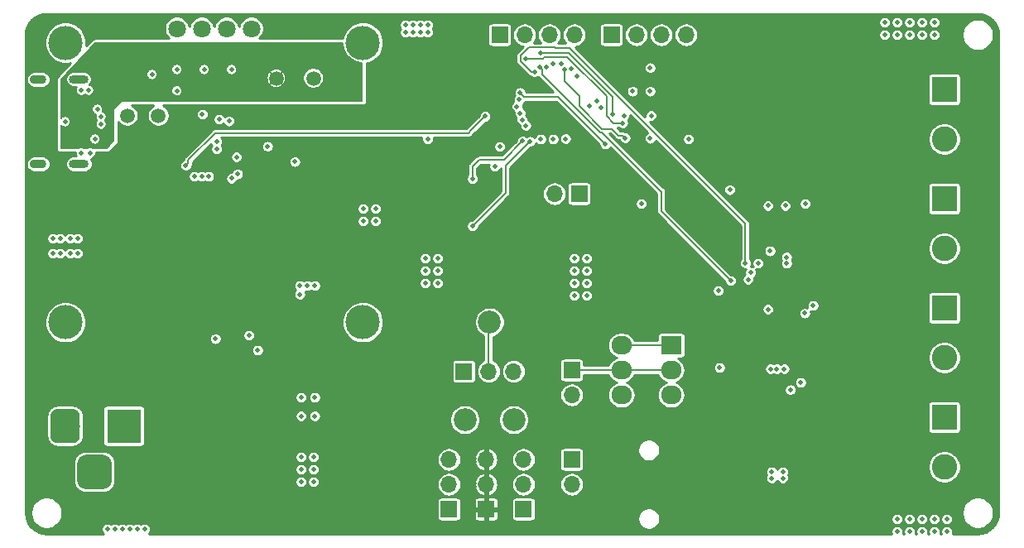
<source format=gbr>
G04 #@! TF.GenerationSoftware,KiCad,Pcbnew,(5.1.0-rc2-41-g6b3e9b0ed)*
G04 #@! TF.CreationDate,2021-09-28T16:44:10+02:00*
G04 #@! TF.ProjectId,styro_control,73747972-6f5f-4636-9f6e-74726f6c2e6b,rev?*
G04 #@! TF.SameCoordinates,Original*
G04 #@! TF.FileFunction,Copper,L3,Inr*
G04 #@! TF.FilePolarity,Positive*
%FSLAX46Y46*%
G04 Gerber Fmt 4.6, Leading zero omitted, Abs format (unit mm)*
G04 Created by KiCad (PCBNEW (5.1.0-rc2-41-g6b3e9b0ed)) date 2021-09-28 16:44:10*
%MOMM*%
%LPD*%
G04 APERTURE LIST*
%ADD10O,1.700000X0.900000*%
%ADD11O,2.000000X0.900000*%
%ADD12O,2.100000X1.900000*%
%ADD13R,2.100000X1.900000*%
%ADD14O,1.700000X1.700000*%
%ADD15R,1.700000X1.700000*%
%ADD16C,1.500000*%
%ADD17C,1.800000*%
%ADD18C,3.500000*%
%ADD19C,2.600000*%
%ADD20R,2.600000X2.600000*%
%ADD21C,2.340000*%
%ADD22C,0.100000*%
%ADD23C,3.000000*%
%ADD24R,3.500000X3.500000*%
%ADD25C,0.500000*%
%ADD26C,0.203200*%
%ADD27C,0.254000*%
G04 APERTURE END LIST*
D10*
X75992000Y-81790000D03*
X75992000Y-73150000D03*
D11*
X80162000Y-81790000D03*
X80162000Y-73150000D03*
D12*
X135636000Y-105410000D03*
X140716000Y-105410000D03*
X135636000Y-102870000D03*
X140716000Y-102870000D03*
X135636000Y-100330000D03*
D13*
X140716000Y-100330000D03*
D14*
X130556000Y-105410000D03*
D15*
X130556000Y-102870000D03*
D14*
X128778000Y-84836000D03*
D15*
X131318000Y-84836000D03*
D16*
X88265000Y-76835000D03*
D17*
X90170000Y-67945000D03*
X92710000Y-67945000D03*
X97790000Y-67945000D03*
X95250000Y-67945000D03*
D18*
X109180000Y-97985000D03*
X78780000Y-97985000D03*
X78780000Y-69385000D03*
X109180000Y-69385000D03*
D19*
X168656000Y-112776000D03*
D20*
X168656000Y-107696000D03*
D14*
X130556000Y-114554000D03*
D15*
X130556000Y-112014000D03*
D16*
X104140000Y-73025000D03*
X85090000Y-76835000D03*
X100330000Y-73025000D03*
D21*
X119634000Y-107950000D03*
X122134000Y-97950000D03*
X124634000Y-107950000D03*
D14*
X124587000Y-102997000D03*
X122047000Y-102997000D03*
D15*
X119507000Y-102997000D03*
D14*
X121793000Y-112014000D03*
X121793000Y-114554000D03*
D15*
X121793000Y-117094000D03*
D14*
X125603000Y-112014000D03*
X125603000Y-114554000D03*
D15*
X125603000Y-117094000D03*
D14*
X117983000Y-112014000D03*
X117983000Y-114554000D03*
D15*
X117983000Y-117094000D03*
D14*
X142240000Y-68580000D03*
X139700000Y-68580000D03*
X137160000Y-68580000D03*
D15*
X134620000Y-68580000D03*
D14*
X130810000Y-68580000D03*
X128270000Y-68580000D03*
X125730000Y-68580000D03*
D15*
X123190000Y-68580000D03*
D19*
X168656000Y-79248000D03*
D20*
X168656000Y-74168000D03*
D19*
X168656000Y-101600000D03*
D20*
X168656000Y-96520000D03*
D19*
X168656000Y-90424000D03*
D20*
X168656000Y-85344000D03*
D22*
G36*
X82700765Y-111539213D02*
G01*
X82785704Y-111551813D01*
X82868999Y-111572677D01*
X82949848Y-111601605D01*
X83027472Y-111638319D01*
X83101124Y-111682464D01*
X83170094Y-111733616D01*
X83233718Y-111791282D01*
X83291384Y-111854906D01*
X83342536Y-111923876D01*
X83386681Y-111997528D01*
X83423395Y-112075152D01*
X83452323Y-112156001D01*
X83473187Y-112239296D01*
X83485787Y-112324235D01*
X83490000Y-112410000D01*
X83490000Y-114160000D01*
X83485787Y-114245765D01*
X83473187Y-114330704D01*
X83452323Y-114413999D01*
X83423395Y-114494848D01*
X83386681Y-114572472D01*
X83342536Y-114646124D01*
X83291384Y-114715094D01*
X83233718Y-114778718D01*
X83170094Y-114836384D01*
X83101124Y-114887536D01*
X83027472Y-114931681D01*
X82949848Y-114968395D01*
X82868999Y-114997323D01*
X82785704Y-115018187D01*
X82700765Y-115030787D01*
X82615000Y-115035000D01*
X80865000Y-115035000D01*
X80779235Y-115030787D01*
X80694296Y-115018187D01*
X80611001Y-114997323D01*
X80530152Y-114968395D01*
X80452528Y-114931681D01*
X80378876Y-114887536D01*
X80309906Y-114836384D01*
X80246282Y-114778718D01*
X80188616Y-114715094D01*
X80137464Y-114646124D01*
X80093319Y-114572472D01*
X80056605Y-114494848D01*
X80027677Y-114413999D01*
X80006813Y-114330704D01*
X79994213Y-114245765D01*
X79990000Y-114160000D01*
X79990000Y-112410000D01*
X79994213Y-112324235D01*
X80006813Y-112239296D01*
X80027677Y-112156001D01*
X80056605Y-112075152D01*
X80093319Y-111997528D01*
X80137464Y-111923876D01*
X80188616Y-111854906D01*
X80246282Y-111791282D01*
X80309906Y-111733616D01*
X80378876Y-111682464D01*
X80452528Y-111638319D01*
X80530152Y-111601605D01*
X80611001Y-111572677D01*
X80694296Y-111551813D01*
X80779235Y-111539213D01*
X80865000Y-111535000D01*
X82615000Y-111535000D01*
X82700765Y-111539213D01*
X82700765Y-111539213D01*
G37*
D18*
X81740000Y-113285000D03*
D22*
G36*
X79563513Y-106838611D02*
G01*
X79636318Y-106849411D01*
X79707714Y-106867295D01*
X79777013Y-106892090D01*
X79843548Y-106923559D01*
X79906678Y-106961398D01*
X79965795Y-107005242D01*
X80020330Y-107054670D01*
X80069758Y-107109205D01*
X80113602Y-107168322D01*
X80151441Y-107231452D01*
X80182910Y-107297987D01*
X80207705Y-107367286D01*
X80225589Y-107438682D01*
X80236389Y-107511487D01*
X80240000Y-107585000D01*
X80240000Y-109585000D01*
X80236389Y-109658513D01*
X80225589Y-109731318D01*
X80207705Y-109802714D01*
X80182910Y-109872013D01*
X80151441Y-109938548D01*
X80113602Y-110001678D01*
X80069758Y-110060795D01*
X80020330Y-110115330D01*
X79965795Y-110164758D01*
X79906678Y-110208602D01*
X79843548Y-110246441D01*
X79777013Y-110277910D01*
X79707714Y-110302705D01*
X79636318Y-110320589D01*
X79563513Y-110331389D01*
X79490000Y-110335000D01*
X77990000Y-110335000D01*
X77916487Y-110331389D01*
X77843682Y-110320589D01*
X77772286Y-110302705D01*
X77702987Y-110277910D01*
X77636452Y-110246441D01*
X77573322Y-110208602D01*
X77514205Y-110164758D01*
X77459670Y-110115330D01*
X77410242Y-110060795D01*
X77366398Y-110001678D01*
X77328559Y-109938548D01*
X77297090Y-109872013D01*
X77272295Y-109802714D01*
X77254411Y-109731318D01*
X77243611Y-109658513D01*
X77240000Y-109585000D01*
X77240000Y-107585000D01*
X77243611Y-107511487D01*
X77254411Y-107438682D01*
X77272295Y-107367286D01*
X77297090Y-107297987D01*
X77328559Y-107231452D01*
X77366398Y-107168322D01*
X77410242Y-107109205D01*
X77459670Y-107054670D01*
X77514205Y-107005242D01*
X77573322Y-106961398D01*
X77636452Y-106923559D01*
X77702987Y-106892090D01*
X77772286Y-106867295D01*
X77843682Y-106849411D01*
X77916487Y-106838611D01*
X77990000Y-106835000D01*
X79490000Y-106835000D01*
X79563513Y-106838611D01*
X79563513Y-106838611D01*
G37*
D23*
X78740000Y-108585000D03*
D24*
X84740000Y-108585000D03*
D25*
X78740000Y-77470000D03*
X108712000Y-72898000D03*
X107442000Y-72898000D03*
X81155540Y-75062080D03*
X81246980Y-79849980D03*
X80380840Y-75046840D03*
X80411320Y-79867760D03*
X106680000Y-70104000D03*
X105664000Y-70104000D03*
X104648000Y-70104000D03*
X103632000Y-70104000D03*
X106680000Y-70866000D03*
X105664000Y-70866000D03*
X104648000Y-70866000D03*
X103632000Y-70866000D03*
X107442000Y-72136000D03*
X108712000Y-72136000D03*
X107696000Y-74930000D03*
X108712000Y-74930000D03*
X106680000Y-74930000D03*
X92964000Y-70104000D03*
X91948000Y-70104000D03*
X90932000Y-70104000D03*
X89916000Y-70104000D03*
X78740000Y-79756000D03*
X78740000Y-78994000D03*
X78740000Y-78232000D03*
X78740000Y-76708000D03*
X78740000Y-75946000D03*
X78740000Y-75184000D03*
X92905000Y-74363000D03*
X152527000Y-91313000D03*
X152527000Y-91948000D03*
X104140000Y-114300000D03*
X104140000Y-113030000D03*
X104140000Y-111760000D03*
X102870000Y-111760000D03*
X102870000Y-113030000D03*
X102870000Y-114300000D03*
X77470000Y-90932000D03*
X78232000Y-90932000D03*
X79248000Y-90932000D03*
X80010000Y-90932000D03*
X80010000Y-89408000D03*
X79248000Y-89408000D03*
X78232000Y-89408000D03*
X77470000Y-89408000D03*
X81280000Y-80645000D03*
X81135220Y-74261980D03*
X152146000Y-113919000D03*
X152146000Y-113284000D03*
X151003000Y-113284000D03*
X151003000Y-113919000D03*
X152273000Y-102743000D03*
X150876000Y-102743000D03*
X151511000Y-102743000D03*
X145669000Y-102616000D03*
X94234000Y-79502000D03*
X94234000Y-80264000D03*
X87630000Y-72644000D03*
X95758000Y-72136000D03*
X92964000Y-72136000D03*
X90170000Y-72136000D03*
X80391000Y-74261980D03*
X80391000Y-80645000D03*
X128651000Y-79248000D03*
X148856314Y-92895906D03*
X113538000Y-67564000D03*
X114300000Y-67564000D03*
X115062000Y-67564000D03*
X115824000Y-67564000D03*
X113538000Y-68326000D03*
X114300000Y-68326000D03*
X115062000Y-68326000D03*
X115824000Y-68326000D03*
X152400000Y-86050798D03*
X150825200Y-90683795D03*
X130511758Y-72055258D03*
X83058000Y-119126000D03*
X83820000Y-119126000D03*
X84582000Y-119126000D03*
X85344000Y-119126000D03*
X86106000Y-119126000D03*
X86868000Y-119126000D03*
X168910000Y-118110000D03*
X166370000Y-118110000D03*
X165100000Y-118110000D03*
X167640000Y-118110000D03*
X163830000Y-118110000D03*
X163830000Y-119380000D03*
X165100000Y-119380000D03*
X166370000Y-119380000D03*
X167640000Y-119380000D03*
X168910000Y-119380000D03*
X130810000Y-95250000D03*
X130810000Y-93980000D03*
X130810000Y-92710000D03*
X130810000Y-91440000D03*
X132080000Y-91440000D03*
X132080000Y-92710000D03*
X132080000Y-93980000D03*
X132080000Y-95250000D03*
X109220000Y-87630000D03*
X110490000Y-87630000D03*
X110490000Y-86360000D03*
X109220000Y-86360000D03*
X115570000Y-93980000D03*
X115570000Y-91440000D03*
X116840000Y-91440000D03*
X115570000Y-92710000D03*
X116840000Y-92710000D03*
X116840000Y-93980000D03*
X165100000Y-67310000D03*
X166370000Y-67310000D03*
X167640000Y-67310000D03*
X167640000Y-68580000D03*
X166370000Y-68580000D03*
X165100000Y-68580000D03*
X163830000Y-68580000D03*
X163830000Y-67310000D03*
X162560000Y-67310000D03*
X162560000Y-68580000D03*
X92774400Y-76708000D03*
X90170000Y-74304000D03*
X99441000Y-79984500D03*
X165608000Y-79756000D03*
X164846000Y-79756000D03*
X165354000Y-90932000D03*
X164592000Y-90932000D03*
X165668500Y-102047500D03*
X164906500Y-102047500D03*
X165862000Y-113284000D03*
X165100000Y-113284000D03*
X120650000Y-74803000D03*
X118237000Y-74676000D03*
X115443000Y-74422000D03*
X111252000Y-72898000D03*
X109982000Y-72898000D03*
X85852000Y-90805000D03*
X85852000Y-89789000D03*
X84582000Y-89789000D03*
X84328000Y-97790000D03*
X84328000Y-96266000D03*
X83312000Y-96266000D03*
X83312000Y-97790000D03*
X92837000Y-99187000D03*
X92837000Y-99949000D03*
X92837000Y-96266000D03*
X156237500Y-84427500D03*
X156083000Y-73152000D03*
X157253500Y-95476500D03*
X157065000Y-106460000D03*
X156872500Y-84427500D03*
X156718000Y-73152000D03*
X163576000Y-113284000D03*
X164277500Y-113284000D03*
X84556000Y-90779000D03*
X163382500Y-102047500D03*
X164144500Y-102047500D03*
X163068000Y-90932000D03*
X163830000Y-90932000D03*
X163322000Y-79756000D03*
X164084000Y-79756000D03*
X152915815Y-104888039D03*
X153970800Y-104140000D03*
X154385200Y-97054141D03*
X155240800Y-96266000D03*
X145542000Y-94742000D03*
X137668000Y-85852000D03*
X138684000Y-76835000D03*
X102743000Y-95123000D03*
X103505000Y-94234000D03*
X102743000Y-94234000D03*
X104267000Y-107569000D03*
X104267000Y-105664000D03*
X102870000Y-105664000D03*
X102870000Y-107569000D03*
X104267000Y-94234000D03*
X97536000Y-99314000D03*
X148590000Y-93599000D03*
X138568000Y-71952000D03*
X138568000Y-74352000D03*
X138568000Y-79178000D03*
X122682000Y-82042000D03*
X154432000Y-85852000D03*
X150622000Y-96647000D03*
X129920743Y-79209573D03*
X131064000Y-72785189D03*
X82042000Y-76200000D03*
X81788000Y-79248000D03*
X96380000Y-82817000D03*
X96266000Y-81080900D03*
X95758000Y-83260357D03*
X94488000Y-77216000D03*
X120396000Y-83312000D03*
X125523275Y-79456562D03*
X127997905Y-71841298D03*
X120396000Y-88138000D03*
X126275479Y-79488964D03*
X128636928Y-71547800D03*
X125466934Y-77265901D03*
X82423000Y-76962000D03*
X125857000Y-77851000D03*
X82423000Y-77724000D03*
X92710000Y-83058000D03*
X127332651Y-70436651D03*
X134747000Y-76708000D03*
X91948000Y-83058000D03*
X149606000Y-91948000D03*
X150622000Y-86050798D03*
X135763000Y-77597000D03*
X125857000Y-70993000D03*
X124943032Y-75916594D03*
X125281301Y-76587644D03*
X132334000Y-75819000D03*
X123190000Y-80010000D03*
X91083750Y-81939750D03*
X129479519Y-71507037D03*
X121692067Y-76913327D03*
X115824000Y-79248000D03*
X93413203Y-83058000D03*
X95504000Y-77397800D03*
X136017000Y-79121000D03*
X129794000Y-72136000D03*
X98425000Y-100838000D03*
X94107000Y-99662000D03*
X102235000Y-81559500D03*
X125268211Y-74491301D03*
X133985000Y-79756000D03*
X125179755Y-75223372D03*
X146723500Y-84427500D03*
X135890000Y-76835000D03*
X146812000Y-93726000D03*
X127254000Y-71882000D03*
X148314599Y-91926599D03*
X126746000Y-72378779D03*
X136768000Y-74352000D03*
X133094400Y-75316599D03*
X133549161Y-75998197D03*
X127381000Y-79248000D03*
X142494000Y-79248000D03*
D26*
X120396000Y-83312000D02*
X120396000Y-82042000D01*
X121077801Y-81360199D02*
X120396000Y-82042000D01*
X123619638Y-81360199D02*
X121077801Y-81360199D01*
X125523275Y-79456562D02*
X123619638Y-81360199D01*
X120396000Y-88138000D02*
X123773526Y-84760474D01*
X123773526Y-81990917D02*
X123773526Y-84760474D01*
X126275479Y-79488964D02*
X123773526Y-81990917D01*
X135636000Y-102870000D02*
X140716000Y-102870000D01*
X130556000Y-102870000D02*
X135636000Y-102870000D01*
X134745856Y-74930000D02*
X134747000Y-74930000D01*
X130253651Y-70437795D02*
X134745856Y-74930000D01*
X130253651Y-70436651D02*
X130253651Y-70437795D01*
X134747000Y-74930000D02*
X134747000Y-76708000D01*
X127332651Y-70436651D02*
X130253651Y-70436651D01*
X134814894Y-77597000D02*
X135763000Y-77597000D01*
X134103961Y-74862855D02*
X134103961Y-76886067D01*
X134103961Y-76886067D02*
X134814894Y-77597000D01*
X125857000Y-70993000D02*
X127597408Y-70993000D01*
X130084167Y-70843061D02*
X134103961Y-74862855D01*
X127747347Y-70843061D02*
X130084167Y-70843061D01*
X127597408Y-70993000D02*
X127747347Y-70843061D01*
X122047000Y-98037000D02*
X122134000Y-97950000D01*
X122047000Y-102997000D02*
X122047000Y-98037000D01*
X91333749Y-81689751D02*
X91083750Y-81939750D01*
X91333749Y-81402329D02*
X91333749Y-81689751D01*
X94123078Y-78613000D02*
X119992394Y-78613000D01*
X91333749Y-81402329D02*
X94123078Y-78613000D01*
X120257697Y-78347697D02*
X121692067Y-76913327D01*
X119992394Y-78613000D02*
X120257697Y-78347697D01*
X129794000Y-73280369D02*
X129794000Y-72136000D01*
X131326230Y-74812599D02*
X129794000Y-73280369D01*
X131326230Y-75871402D02*
X131326230Y-74812599D01*
X133657420Y-78202592D02*
X131326230Y-75871402D01*
X135767001Y-78871001D02*
X135326895Y-78871001D01*
X134658486Y-78202592D02*
X133657420Y-78202592D01*
X135326895Y-78871001D02*
X134658486Y-78202592D01*
X136017000Y-79121000D02*
X135767001Y-78871001D01*
X133985000Y-79756000D02*
X129159000Y-74930000D01*
X125706910Y-74930000D02*
X125268211Y-74491301D01*
X129159000Y-74930000D02*
X125706910Y-74930000D01*
X139700000Y-84582000D02*
X139700000Y-86614000D01*
X139632106Y-84582000D02*
X139700000Y-84582000D01*
X133659107Y-78609001D02*
X139632106Y-84582000D01*
X139700000Y-86614000D02*
X146812000Y-93726000D01*
X133489079Y-78609001D02*
X133659107Y-78609001D01*
X127503999Y-72623921D02*
X133489079Y-78609001D01*
X127503999Y-72131999D02*
X127503999Y-72623921D01*
X127254000Y-71882000D02*
X127503999Y-72131999D01*
X148314599Y-87994691D02*
X148314599Y-88116599D01*
X148314599Y-88116599D02*
X148314599Y-91926599D01*
X125302199Y-71259305D02*
X125924894Y-71882000D01*
X125302199Y-70726695D02*
X125302199Y-71259305D01*
X128860650Y-69932650D02*
X128809850Y-69881850D01*
X148314599Y-88116599D02*
X148314599Y-87922849D01*
X128809850Y-69881850D02*
X126147044Y-69881850D01*
X130324400Y-69932650D02*
X128860650Y-69932650D01*
X126147044Y-69881850D02*
X125302199Y-70726695D01*
X148314599Y-87922849D02*
X130324400Y-69932650D01*
X125924894Y-71882000D02*
X125924894Y-71884099D01*
X125924894Y-71884099D02*
X126430795Y-72390000D01*
X126734779Y-72390000D02*
X126746000Y-72378779D01*
X126430795Y-72390000D02*
X126734779Y-72390000D01*
X135636000Y-100330000D02*
X140716000Y-100330000D01*
D27*
G36*
X172499115Y-66488551D02*
G01*
X172897462Y-66608819D01*
X173264864Y-66804170D01*
X173587317Y-67067157D01*
X173852553Y-67387773D01*
X174050460Y-67753795D01*
X174173506Y-68151291D01*
X174219001Y-68584146D01*
X174219000Y-117455146D01*
X174176449Y-117889115D01*
X174056181Y-118287464D01*
X173860831Y-118654862D01*
X173597845Y-118977315D01*
X173277226Y-119242554D01*
X172911204Y-119440461D01*
X172513708Y-119563506D01*
X172080863Y-119609000D01*
X169498135Y-119609000D01*
X169516751Y-119564056D01*
X169541000Y-119442148D01*
X169541000Y-119317852D01*
X169516751Y-119195944D01*
X169469185Y-119081109D01*
X169400130Y-118977761D01*
X169312239Y-118889870D01*
X169208891Y-118820815D01*
X169094056Y-118773249D01*
X168972148Y-118749000D01*
X168847852Y-118749000D01*
X168725944Y-118773249D01*
X168611109Y-118820815D01*
X168507761Y-118889870D01*
X168419870Y-118977761D01*
X168350815Y-119081109D01*
X168303249Y-119195944D01*
X168279000Y-119317852D01*
X168279000Y-119442148D01*
X168303249Y-119564056D01*
X168321865Y-119609000D01*
X168228135Y-119609000D01*
X168246751Y-119564056D01*
X168271000Y-119442148D01*
X168271000Y-119317852D01*
X168246751Y-119195944D01*
X168199185Y-119081109D01*
X168130130Y-118977761D01*
X168042239Y-118889870D01*
X167938891Y-118820815D01*
X167824056Y-118773249D01*
X167702148Y-118749000D01*
X167577852Y-118749000D01*
X167455944Y-118773249D01*
X167341109Y-118820815D01*
X167237761Y-118889870D01*
X167149870Y-118977761D01*
X167080815Y-119081109D01*
X167033249Y-119195944D01*
X167009000Y-119317852D01*
X167009000Y-119442148D01*
X167033249Y-119564056D01*
X167051865Y-119609000D01*
X166958135Y-119609000D01*
X166976751Y-119564056D01*
X167001000Y-119442148D01*
X167001000Y-119317852D01*
X166976751Y-119195944D01*
X166929185Y-119081109D01*
X166860130Y-118977761D01*
X166772239Y-118889870D01*
X166668891Y-118820815D01*
X166554056Y-118773249D01*
X166432148Y-118749000D01*
X166307852Y-118749000D01*
X166185944Y-118773249D01*
X166071109Y-118820815D01*
X165967761Y-118889870D01*
X165879870Y-118977761D01*
X165810815Y-119081109D01*
X165763249Y-119195944D01*
X165739000Y-119317852D01*
X165739000Y-119442148D01*
X165763249Y-119564056D01*
X165781865Y-119609000D01*
X165688135Y-119609000D01*
X165706751Y-119564056D01*
X165731000Y-119442148D01*
X165731000Y-119317852D01*
X165706751Y-119195944D01*
X165659185Y-119081109D01*
X165590130Y-118977761D01*
X165502239Y-118889870D01*
X165398891Y-118820815D01*
X165284056Y-118773249D01*
X165162148Y-118749000D01*
X165037852Y-118749000D01*
X164915944Y-118773249D01*
X164801109Y-118820815D01*
X164697761Y-118889870D01*
X164609870Y-118977761D01*
X164540815Y-119081109D01*
X164493249Y-119195944D01*
X164469000Y-119317852D01*
X164469000Y-119442148D01*
X164493249Y-119564056D01*
X164511865Y-119609000D01*
X164418135Y-119609000D01*
X164436751Y-119564056D01*
X164461000Y-119442148D01*
X164461000Y-119317852D01*
X164436751Y-119195944D01*
X164389185Y-119081109D01*
X164320130Y-118977761D01*
X164232239Y-118889870D01*
X164128891Y-118820815D01*
X164014056Y-118773249D01*
X163892148Y-118749000D01*
X163767852Y-118749000D01*
X163645944Y-118773249D01*
X163531109Y-118820815D01*
X163427761Y-118889870D01*
X163339870Y-118977761D01*
X163270815Y-119081109D01*
X163223249Y-119195944D01*
X163199000Y-119317852D01*
X163199000Y-119442148D01*
X163223249Y-119564056D01*
X163241865Y-119609000D01*
X87277369Y-119609000D01*
X87358130Y-119528239D01*
X87427185Y-119424891D01*
X87474751Y-119310056D01*
X87499000Y-119188148D01*
X87499000Y-119063852D01*
X87474751Y-118941944D01*
X87427185Y-118827109D01*
X87358130Y-118723761D01*
X87270239Y-118635870D01*
X87166891Y-118566815D01*
X87052056Y-118519249D01*
X86930148Y-118495000D01*
X86805852Y-118495000D01*
X86683944Y-118519249D01*
X86569109Y-118566815D01*
X86487000Y-118621679D01*
X86404891Y-118566815D01*
X86290056Y-118519249D01*
X86168148Y-118495000D01*
X86043852Y-118495000D01*
X85921944Y-118519249D01*
X85807109Y-118566815D01*
X85725000Y-118621679D01*
X85642891Y-118566815D01*
X85528056Y-118519249D01*
X85406148Y-118495000D01*
X85281852Y-118495000D01*
X85159944Y-118519249D01*
X85045109Y-118566815D01*
X84963000Y-118621679D01*
X84880891Y-118566815D01*
X84766056Y-118519249D01*
X84644148Y-118495000D01*
X84519852Y-118495000D01*
X84397944Y-118519249D01*
X84283109Y-118566815D01*
X84201000Y-118621679D01*
X84118891Y-118566815D01*
X84004056Y-118519249D01*
X83882148Y-118495000D01*
X83757852Y-118495000D01*
X83635944Y-118519249D01*
X83521109Y-118566815D01*
X83439000Y-118621679D01*
X83356891Y-118566815D01*
X83242056Y-118519249D01*
X83120148Y-118495000D01*
X82995852Y-118495000D01*
X82873944Y-118519249D01*
X82759109Y-118566815D01*
X82655761Y-118635870D01*
X82567870Y-118723761D01*
X82498815Y-118827109D01*
X82451249Y-118941944D01*
X82427000Y-119063852D01*
X82427000Y-119188148D01*
X82451249Y-119310056D01*
X82498815Y-119424891D01*
X82567870Y-119528239D01*
X82648631Y-119609000D01*
X76854854Y-119609000D01*
X76420885Y-119566449D01*
X76022536Y-119446181D01*
X75655138Y-119250831D01*
X75332685Y-118987845D01*
X75067446Y-118667226D01*
X74869539Y-118301204D01*
X74746494Y-117903708D01*
X74701000Y-117470863D01*
X74701000Y-117314360D01*
X75204000Y-117314360D01*
X75204000Y-117635640D01*
X75266678Y-117950745D01*
X75389626Y-118247568D01*
X75568119Y-118514702D01*
X75795298Y-118741881D01*
X76062432Y-118920374D01*
X76359255Y-119043322D01*
X76674360Y-119106000D01*
X76995640Y-119106000D01*
X77310745Y-119043322D01*
X77607568Y-118920374D01*
X77874702Y-118741881D01*
X78101881Y-118514702D01*
X78280374Y-118247568D01*
X78403322Y-117950745D01*
X78466000Y-117635640D01*
X78466000Y-117314360D01*
X78403322Y-116999255D01*
X78280374Y-116702432D01*
X78101881Y-116435298D01*
X77910583Y-116244000D01*
X116750157Y-116244000D01*
X116750157Y-117944000D01*
X116757513Y-118018689D01*
X116779299Y-118090508D01*
X116814678Y-118156696D01*
X116862289Y-118214711D01*
X116920304Y-118262322D01*
X116986492Y-118297701D01*
X117058311Y-118319487D01*
X117133000Y-118326843D01*
X118833000Y-118326843D01*
X118907689Y-118319487D01*
X118979508Y-118297701D01*
X119045696Y-118262322D01*
X119103711Y-118214711D01*
X119151322Y-118156696D01*
X119186701Y-118090508D01*
X119208487Y-118018689D01*
X119215843Y-117944000D01*
X119215843Y-117316250D01*
X120562000Y-117316250D01*
X120562000Y-117981525D01*
X120576642Y-118055134D01*
X120605362Y-118124471D01*
X120647058Y-118186874D01*
X120700127Y-118239942D01*
X120762529Y-118281638D01*
X120831867Y-118310358D01*
X120905475Y-118325000D01*
X121570750Y-118325000D01*
X121666000Y-118229750D01*
X121666000Y-117221000D01*
X121920000Y-117221000D01*
X121920000Y-118229750D01*
X122015250Y-118325000D01*
X122680525Y-118325000D01*
X122754133Y-118310358D01*
X122823471Y-118281638D01*
X122885873Y-118239942D01*
X122938942Y-118186874D01*
X122980638Y-118124471D01*
X123009358Y-118055134D01*
X123024000Y-117981525D01*
X123024000Y-117316250D01*
X122928750Y-117221000D01*
X121920000Y-117221000D01*
X121666000Y-117221000D01*
X120657250Y-117221000D01*
X120562000Y-117316250D01*
X119215843Y-117316250D01*
X119215843Y-116244000D01*
X119212148Y-116206475D01*
X120562000Y-116206475D01*
X120562000Y-116871750D01*
X120657250Y-116967000D01*
X121666000Y-116967000D01*
X121666000Y-115958250D01*
X121920000Y-115958250D01*
X121920000Y-116967000D01*
X122928750Y-116967000D01*
X123024000Y-116871750D01*
X123024000Y-116244000D01*
X124370157Y-116244000D01*
X124370157Y-117944000D01*
X124377513Y-118018689D01*
X124399299Y-118090508D01*
X124434678Y-118156696D01*
X124482289Y-118214711D01*
X124540304Y-118262322D01*
X124606492Y-118297701D01*
X124678311Y-118319487D01*
X124753000Y-118326843D01*
X126453000Y-118326843D01*
X126527689Y-118319487D01*
X126599508Y-118297701D01*
X126665696Y-118262322D01*
X126723711Y-118214711D01*
X126771322Y-118156696D01*
X126806701Y-118090508D01*
X126828487Y-118018689D01*
X126835487Y-117947606D01*
X137299000Y-117947606D01*
X137299000Y-118170394D01*
X137342464Y-118388900D01*
X137427721Y-118594729D01*
X137551495Y-118779970D01*
X137709030Y-118937505D01*
X137894271Y-119061279D01*
X138100100Y-119146536D01*
X138318606Y-119190000D01*
X138541394Y-119190000D01*
X138759900Y-119146536D01*
X138965729Y-119061279D01*
X139150970Y-118937505D01*
X139308505Y-118779970D01*
X139432279Y-118594729D01*
X139517536Y-118388900D01*
X139561000Y-118170394D01*
X139561000Y-118047852D01*
X163199000Y-118047852D01*
X163199000Y-118172148D01*
X163223249Y-118294056D01*
X163270815Y-118408891D01*
X163339870Y-118512239D01*
X163427761Y-118600130D01*
X163531109Y-118669185D01*
X163645944Y-118716751D01*
X163767852Y-118741000D01*
X163892148Y-118741000D01*
X164014056Y-118716751D01*
X164128891Y-118669185D01*
X164232239Y-118600130D01*
X164320130Y-118512239D01*
X164389185Y-118408891D01*
X164436751Y-118294056D01*
X164461000Y-118172148D01*
X164461000Y-118047852D01*
X164469000Y-118047852D01*
X164469000Y-118172148D01*
X164493249Y-118294056D01*
X164540815Y-118408891D01*
X164609870Y-118512239D01*
X164697761Y-118600130D01*
X164801109Y-118669185D01*
X164915944Y-118716751D01*
X165037852Y-118741000D01*
X165162148Y-118741000D01*
X165284056Y-118716751D01*
X165398891Y-118669185D01*
X165502239Y-118600130D01*
X165590130Y-118512239D01*
X165659185Y-118408891D01*
X165706751Y-118294056D01*
X165731000Y-118172148D01*
X165731000Y-118047852D01*
X165739000Y-118047852D01*
X165739000Y-118172148D01*
X165763249Y-118294056D01*
X165810815Y-118408891D01*
X165879870Y-118512239D01*
X165967761Y-118600130D01*
X166071109Y-118669185D01*
X166185944Y-118716751D01*
X166307852Y-118741000D01*
X166432148Y-118741000D01*
X166554056Y-118716751D01*
X166668891Y-118669185D01*
X166772239Y-118600130D01*
X166860130Y-118512239D01*
X166929185Y-118408891D01*
X166976751Y-118294056D01*
X167001000Y-118172148D01*
X167001000Y-118047852D01*
X167009000Y-118047852D01*
X167009000Y-118172148D01*
X167033249Y-118294056D01*
X167080815Y-118408891D01*
X167149870Y-118512239D01*
X167237761Y-118600130D01*
X167341109Y-118669185D01*
X167455944Y-118716751D01*
X167577852Y-118741000D01*
X167702148Y-118741000D01*
X167824056Y-118716751D01*
X167938891Y-118669185D01*
X168042239Y-118600130D01*
X168130130Y-118512239D01*
X168199185Y-118408891D01*
X168246751Y-118294056D01*
X168271000Y-118172148D01*
X168271000Y-118047852D01*
X168279000Y-118047852D01*
X168279000Y-118172148D01*
X168303249Y-118294056D01*
X168350815Y-118408891D01*
X168419870Y-118512239D01*
X168507761Y-118600130D01*
X168611109Y-118669185D01*
X168725944Y-118716751D01*
X168847852Y-118741000D01*
X168972148Y-118741000D01*
X169094056Y-118716751D01*
X169208891Y-118669185D01*
X169312239Y-118600130D01*
X169400130Y-118512239D01*
X169469185Y-118408891D01*
X169516751Y-118294056D01*
X169541000Y-118172148D01*
X169541000Y-118047852D01*
X169516751Y-117925944D01*
X169469185Y-117811109D01*
X169400130Y-117707761D01*
X169312239Y-117619870D01*
X169208891Y-117550815D01*
X169094056Y-117503249D01*
X168972148Y-117479000D01*
X168847852Y-117479000D01*
X168725944Y-117503249D01*
X168611109Y-117550815D01*
X168507761Y-117619870D01*
X168419870Y-117707761D01*
X168350815Y-117811109D01*
X168303249Y-117925944D01*
X168279000Y-118047852D01*
X168271000Y-118047852D01*
X168246751Y-117925944D01*
X168199185Y-117811109D01*
X168130130Y-117707761D01*
X168042239Y-117619870D01*
X167938891Y-117550815D01*
X167824056Y-117503249D01*
X167702148Y-117479000D01*
X167577852Y-117479000D01*
X167455944Y-117503249D01*
X167341109Y-117550815D01*
X167237761Y-117619870D01*
X167149870Y-117707761D01*
X167080815Y-117811109D01*
X167033249Y-117925944D01*
X167009000Y-118047852D01*
X167001000Y-118047852D01*
X166976751Y-117925944D01*
X166929185Y-117811109D01*
X166860130Y-117707761D01*
X166772239Y-117619870D01*
X166668891Y-117550815D01*
X166554056Y-117503249D01*
X166432148Y-117479000D01*
X166307852Y-117479000D01*
X166185944Y-117503249D01*
X166071109Y-117550815D01*
X165967761Y-117619870D01*
X165879870Y-117707761D01*
X165810815Y-117811109D01*
X165763249Y-117925944D01*
X165739000Y-118047852D01*
X165731000Y-118047852D01*
X165706751Y-117925944D01*
X165659185Y-117811109D01*
X165590130Y-117707761D01*
X165502239Y-117619870D01*
X165398891Y-117550815D01*
X165284056Y-117503249D01*
X165162148Y-117479000D01*
X165037852Y-117479000D01*
X164915944Y-117503249D01*
X164801109Y-117550815D01*
X164697761Y-117619870D01*
X164609870Y-117707761D01*
X164540815Y-117811109D01*
X164493249Y-117925944D01*
X164469000Y-118047852D01*
X164461000Y-118047852D01*
X164436751Y-117925944D01*
X164389185Y-117811109D01*
X164320130Y-117707761D01*
X164232239Y-117619870D01*
X164128891Y-117550815D01*
X164014056Y-117503249D01*
X163892148Y-117479000D01*
X163767852Y-117479000D01*
X163645944Y-117503249D01*
X163531109Y-117550815D01*
X163427761Y-117619870D01*
X163339870Y-117707761D01*
X163270815Y-117811109D01*
X163223249Y-117925944D01*
X163199000Y-118047852D01*
X139561000Y-118047852D01*
X139561000Y-117947606D01*
X139517536Y-117729100D01*
X139432279Y-117523271D01*
X139308505Y-117338030D01*
X139284835Y-117314360D01*
X170454000Y-117314360D01*
X170454000Y-117635640D01*
X170516678Y-117950745D01*
X170639626Y-118247568D01*
X170818119Y-118514702D01*
X171045298Y-118741881D01*
X171312432Y-118920374D01*
X171609255Y-119043322D01*
X171924360Y-119106000D01*
X172245640Y-119106000D01*
X172560745Y-119043322D01*
X172857568Y-118920374D01*
X173124702Y-118741881D01*
X173351881Y-118514702D01*
X173530374Y-118247568D01*
X173653322Y-117950745D01*
X173716000Y-117635640D01*
X173716000Y-117314360D01*
X173653322Y-116999255D01*
X173530374Y-116702432D01*
X173351881Y-116435298D01*
X173124702Y-116208119D01*
X172857568Y-116029626D01*
X172560745Y-115906678D01*
X172245640Y-115844000D01*
X171924360Y-115844000D01*
X171609255Y-115906678D01*
X171312432Y-116029626D01*
X171045298Y-116208119D01*
X170818119Y-116435298D01*
X170639626Y-116702432D01*
X170516678Y-116999255D01*
X170454000Y-117314360D01*
X139284835Y-117314360D01*
X139150970Y-117180495D01*
X138965729Y-117056721D01*
X138759900Y-116971464D01*
X138541394Y-116928000D01*
X138318606Y-116928000D01*
X138100100Y-116971464D01*
X137894271Y-117056721D01*
X137709030Y-117180495D01*
X137551495Y-117338030D01*
X137427721Y-117523271D01*
X137342464Y-117729100D01*
X137299000Y-117947606D01*
X126835487Y-117947606D01*
X126835843Y-117944000D01*
X126835843Y-116244000D01*
X126828487Y-116169311D01*
X126806701Y-116097492D01*
X126771322Y-116031304D01*
X126723711Y-115973289D01*
X126665696Y-115925678D01*
X126599508Y-115890299D01*
X126527689Y-115868513D01*
X126453000Y-115861157D01*
X124753000Y-115861157D01*
X124678311Y-115868513D01*
X124606492Y-115890299D01*
X124540304Y-115925678D01*
X124482289Y-115973289D01*
X124434678Y-116031304D01*
X124399299Y-116097492D01*
X124377513Y-116169311D01*
X124370157Y-116244000D01*
X123024000Y-116244000D01*
X123024000Y-116206475D01*
X123009358Y-116132866D01*
X122980638Y-116063529D01*
X122938942Y-116001126D01*
X122885873Y-115948058D01*
X122823471Y-115906362D01*
X122754133Y-115877642D01*
X122680525Y-115863000D01*
X122015250Y-115863000D01*
X121920000Y-115958250D01*
X121666000Y-115958250D01*
X121570750Y-115863000D01*
X120905475Y-115863000D01*
X120831867Y-115877642D01*
X120762529Y-115906362D01*
X120700127Y-115948058D01*
X120647058Y-116001126D01*
X120605362Y-116063529D01*
X120576642Y-116132866D01*
X120562000Y-116206475D01*
X119212148Y-116206475D01*
X119208487Y-116169311D01*
X119186701Y-116097492D01*
X119151322Y-116031304D01*
X119103711Y-115973289D01*
X119045696Y-115925678D01*
X118979508Y-115890299D01*
X118907689Y-115868513D01*
X118833000Y-115861157D01*
X117133000Y-115861157D01*
X117058311Y-115868513D01*
X116986492Y-115890299D01*
X116920304Y-115925678D01*
X116862289Y-115973289D01*
X116814678Y-116031304D01*
X116779299Y-116097492D01*
X116757513Y-116169311D01*
X116750157Y-116244000D01*
X77910583Y-116244000D01*
X77874702Y-116208119D01*
X77607568Y-116029626D01*
X77310745Y-115906678D01*
X76995640Y-115844000D01*
X76674360Y-115844000D01*
X76359255Y-115906678D01*
X76062432Y-116029626D01*
X75795298Y-116208119D01*
X75568119Y-116435298D01*
X75389626Y-116702432D01*
X75266678Y-116999255D01*
X75204000Y-117314360D01*
X74701000Y-117314360D01*
X74701000Y-112410000D01*
X79607157Y-112410000D01*
X79607157Y-114160000D01*
X79631326Y-114405393D01*
X79702905Y-114641356D01*
X79819142Y-114858820D01*
X79975571Y-115049429D01*
X80166180Y-115205858D01*
X80383644Y-115322095D01*
X80619607Y-115393674D01*
X80865000Y-115417843D01*
X82615000Y-115417843D01*
X82860393Y-115393674D01*
X83096356Y-115322095D01*
X83313820Y-115205858D01*
X83504429Y-115049429D01*
X83660858Y-114858820D01*
X83777095Y-114641356D01*
X83848674Y-114405393D01*
X83865175Y-114237852D01*
X102239000Y-114237852D01*
X102239000Y-114362148D01*
X102263249Y-114484056D01*
X102310815Y-114598891D01*
X102379870Y-114702239D01*
X102467761Y-114790130D01*
X102571109Y-114859185D01*
X102685944Y-114906751D01*
X102807852Y-114931000D01*
X102932148Y-114931000D01*
X103054056Y-114906751D01*
X103168891Y-114859185D01*
X103272239Y-114790130D01*
X103360130Y-114702239D01*
X103429185Y-114598891D01*
X103476751Y-114484056D01*
X103501000Y-114362148D01*
X103501000Y-114237852D01*
X103509000Y-114237852D01*
X103509000Y-114362148D01*
X103533249Y-114484056D01*
X103580815Y-114598891D01*
X103649870Y-114702239D01*
X103737761Y-114790130D01*
X103841109Y-114859185D01*
X103955944Y-114906751D01*
X104077852Y-114931000D01*
X104202148Y-114931000D01*
X104324056Y-114906751D01*
X104438891Y-114859185D01*
X104542239Y-114790130D01*
X104630130Y-114702239D01*
X104699185Y-114598891D01*
X104717779Y-114554000D01*
X116746044Y-114554000D01*
X116769812Y-114795318D01*
X116840202Y-115027363D01*
X116954509Y-115241216D01*
X117108340Y-115428660D01*
X117295784Y-115582491D01*
X117509637Y-115696798D01*
X117741682Y-115767188D01*
X117922528Y-115785000D01*
X118043472Y-115785000D01*
X118224318Y-115767188D01*
X118456363Y-115696798D01*
X118670216Y-115582491D01*
X118857660Y-115428660D01*
X119011491Y-115241216D01*
X119125798Y-115027363D01*
X119196188Y-114795318D01*
X119219956Y-114554000D01*
X119207448Y-114426998D01*
X120562000Y-114426998D01*
X120562000Y-114681002D01*
X120664372Y-114681002D01*
X120603511Y-114870980D01*
X120627866Y-114951288D01*
X120727761Y-115170961D01*
X120868592Y-115366924D01*
X121044948Y-115531647D01*
X121250051Y-115658799D01*
X121476019Y-115743495D01*
X121666000Y-115683187D01*
X121666000Y-114681000D01*
X121646000Y-114681000D01*
X121646000Y-114427000D01*
X121666000Y-114427000D01*
X121666000Y-113424813D01*
X121920000Y-113424813D01*
X121920000Y-114427000D01*
X121940000Y-114427000D01*
X121940000Y-114681000D01*
X121920000Y-114681000D01*
X121920000Y-115683187D01*
X122109981Y-115743495D01*
X122335949Y-115658799D01*
X122541052Y-115531647D01*
X122717408Y-115366924D01*
X122858239Y-115170961D01*
X122958134Y-114951288D01*
X122982489Y-114870980D01*
X122921628Y-114681002D01*
X123024000Y-114681002D01*
X123024000Y-114554000D01*
X124366044Y-114554000D01*
X124389812Y-114795318D01*
X124460202Y-115027363D01*
X124574509Y-115241216D01*
X124728340Y-115428660D01*
X124915784Y-115582491D01*
X125129637Y-115696798D01*
X125361682Y-115767188D01*
X125542528Y-115785000D01*
X125663472Y-115785000D01*
X125844318Y-115767188D01*
X126076363Y-115696798D01*
X126290216Y-115582491D01*
X126477660Y-115428660D01*
X126631491Y-115241216D01*
X126745798Y-115027363D01*
X126816188Y-114795318D01*
X126839956Y-114554000D01*
X129319044Y-114554000D01*
X129342812Y-114795318D01*
X129413202Y-115027363D01*
X129527509Y-115241216D01*
X129681340Y-115428660D01*
X129868784Y-115582491D01*
X130082637Y-115696798D01*
X130314682Y-115767188D01*
X130495528Y-115785000D01*
X130616472Y-115785000D01*
X130797318Y-115767188D01*
X131029363Y-115696798D01*
X131243216Y-115582491D01*
X131430660Y-115428660D01*
X131584491Y-115241216D01*
X131698798Y-115027363D01*
X131769188Y-114795318D01*
X131792956Y-114554000D01*
X131769188Y-114312682D01*
X131698798Y-114080637D01*
X131584491Y-113866784D01*
X131430660Y-113679340D01*
X131243216Y-113525509D01*
X131029363Y-113411202D01*
X130797318Y-113340812D01*
X130616472Y-113323000D01*
X130495528Y-113323000D01*
X130314682Y-113340812D01*
X130082637Y-113411202D01*
X129868784Y-113525509D01*
X129681340Y-113679340D01*
X129527509Y-113866784D01*
X129413202Y-114080637D01*
X129342812Y-114312682D01*
X129319044Y-114554000D01*
X126839956Y-114554000D01*
X126816188Y-114312682D01*
X126745798Y-114080637D01*
X126631491Y-113866784D01*
X126477660Y-113679340D01*
X126290216Y-113525509D01*
X126076363Y-113411202D01*
X125844318Y-113340812D01*
X125663472Y-113323000D01*
X125542528Y-113323000D01*
X125361682Y-113340812D01*
X125129637Y-113411202D01*
X124915784Y-113525509D01*
X124728340Y-113679340D01*
X124574509Y-113866784D01*
X124460202Y-114080637D01*
X124389812Y-114312682D01*
X124366044Y-114554000D01*
X123024000Y-114554000D01*
X123024000Y-114426998D01*
X122921628Y-114426998D01*
X122982489Y-114237020D01*
X122958134Y-114156712D01*
X122858239Y-113937039D01*
X122717408Y-113741076D01*
X122541052Y-113576353D01*
X122335949Y-113449201D01*
X122109981Y-113364505D01*
X121920000Y-113424813D01*
X121666000Y-113424813D01*
X121476019Y-113364505D01*
X121250051Y-113449201D01*
X121044948Y-113576353D01*
X120868592Y-113741076D01*
X120727761Y-113937039D01*
X120627866Y-114156712D01*
X120603511Y-114237020D01*
X120664372Y-114426998D01*
X120562000Y-114426998D01*
X119207448Y-114426998D01*
X119196188Y-114312682D01*
X119125798Y-114080637D01*
X119011491Y-113866784D01*
X118857660Y-113679340D01*
X118670216Y-113525509D01*
X118456363Y-113411202D01*
X118224318Y-113340812D01*
X118043472Y-113323000D01*
X117922528Y-113323000D01*
X117741682Y-113340812D01*
X117509637Y-113411202D01*
X117295784Y-113525509D01*
X117108340Y-113679340D01*
X116954509Y-113866784D01*
X116840202Y-114080637D01*
X116769812Y-114312682D01*
X116746044Y-114554000D01*
X104717779Y-114554000D01*
X104746751Y-114484056D01*
X104771000Y-114362148D01*
X104771000Y-114237852D01*
X104746751Y-114115944D01*
X104699185Y-114001109D01*
X104630130Y-113897761D01*
X104542239Y-113809870D01*
X104438891Y-113740815D01*
X104324056Y-113693249D01*
X104202148Y-113669000D01*
X104077852Y-113669000D01*
X103955944Y-113693249D01*
X103841109Y-113740815D01*
X103737761Y-113809870D01*
X103649870Y-113897761D01*
X103580815Y-114001109D01*
X103533249Y-114115944D01*
X103509000Y-114237852D01*
X103501000Y-114237852D01*
X103476751Y-114115944D01*
X103429185Y-114001109D01*
X103360130Y-113897761D01*
X103272239Y-113809870D01*
X103168891Y-113740815D01*
X103054056Y-113693249D01*
X102932148Y-113669000D01*
X102807852Y-113669000D01*
X102685944Y-113693249D01*
X102571109Y-113740815D01*
X102467761Y-113809870D01*
X102379870Y-113897761D01*
X102310815Y-114001109D01*
X102263249Y-114115944D01*
X102239000Y-114237852D01*
X83865175Y-114237852D01*
X83872843Y-114160000D01*
X83872843Y-112967852D01*
X102239000Y-112967852D01*
X102239000Y-113092148D01*
X102263249Y-113214056D01*
X102310815Y-113328891D01*
X102379870Y-113432239D01*
X102467761Y-113520130D01*
X102571109Y-113589185D01*
X102685944Y-113636751D01*
X102807852Y-113661000D01*
X102932148Y-113661000D01*
X103054056Y-113636751D01*
X103168891Y-113589185D01*
X103272239Y-113520130D01*
X103360130Y-113432239D01*
X103429185Y-113328891D01*
X103476751Y-113214056D01*
X103501000Y-113092148D01*
X103501000Y-112967852D01*
X103509000Y-112967852D01*
X103509000Y-113092148D01*
X103533249Y-113214056D01*
X103580815Y-113328891D01*
X103649870Y-113432239D01*
X103737761Y-113520130D01*
X103841109Y-113589185D01*
X103955944Y-113636751D01*
X104077852Y-113661000D01*
X104202148Y-113661000D01*
X104324056Y-113636751D01*
X104438891Y-113589185D01*
X104542239Y-113520130D01*
X104630130Y-113432239D01*
X104699185Y-113328891D01*
X104746751Y-113214056D01*
X104771000Y-113092148D01*
X104771000Y-112967852D01*
X104746751Y-112845944D01*
X104699185Y-112731109D01*
X104630130Y-112627761D01*
X104542239Y-112539870D01*
X104438891Y-112470815D01*
X104324056Y-112423249D01*
X104202148Y-112399000D01*
X104077852Y-112399000D01*
X103955944Y-112423249D01*
X103841109Y-112470815D01*
X103737761Y-112539870D01*
X103649870Y-112627761D01*
X103580815Y-112731109D01*
X103533249Y-112845944D01*
X103509000Y-112967852D01*
X103501000Y-112967852D01*
X103476751Y-112845944D01*
X103429185Y-112731109D01*
X103360130Y-112627761D01*
X103272239Y-112539870D01*
X103168891Y-112470815D01*
X103054056Y-112423249D01*
X102932148Y-112399000D01*
X102807852Y-112399000D01*
X102685944Y-112423249D01*
X102571109Y-112470815D01*
X102467761Y-112539870D01*
X102379870Y-112627761D01*
X102310815Y-112731109D01*
X102263249Y-112845944D01*
X102239000Y-112967852D01*
X83872843Y-112967852D01*
X83872843Y-112410000D01*
X83848674Y-112164607D01*
X83777095Y-111928644D01*
X83660858Y-111711180D01*
X83649920Y-111697852D01*
X102239000Y-111697852D01*
X102239000Y-111822148D01*
X102263249Y-111944056D01*
X102310815Y-112058891D01*
X102379870Y-112162239D01*
X102467761Y-112250130D01*
X102571109Y-112319185D01*
X102685944Y-112366751D01*
X102807852Y-112391000D01*
X102932148Y-112391000D01*
X103054056Y-112366751D01*
X103168891Y-112319185D01*
X103272239Y-112250130D01*
X103360130Y-112162239D01*
X103429185Y-112058891D01*
X103476751Y-111944056D01*
X103501000Y-111822148D01*
X103501000Y-111697852D01*
X103509000Y-111697852D01*
X103509000Y-111822148D01*
X103533249Y-111944056D01*
X103580815Y-112058891D01*
X103649870Y-112162239D01*
X103737761Y-112250130D01*
X103841109Y-112319185D01*
X103955944Y-112366751D01*
X104077852Y-112391000D01*
X104202148Y-112391000D01*
X104324056Y-112366751D01*
X104438891Y-112319185D01*
X104542239Y-112250130D01*
X104630130Y-112162239D01*
X104699185Y-112058891D01*
X104717779Y-112014000D01*
X116746044Y-112014000D01*
X116769812Y-112255318D01*
X116840202Y-112487363D01*
X116954509Y-112701216D01*
X117108340Y-112888660D01*
X117295784Y-113042491D01*
X117509637Y-113156798D01*
X117741682Y-113227188D01*
X117922528Y-113245000D01*
X118043472Y-113245000D01*
X118224318Y-113227188D01*
X118456363Y-113156798D01*
X118670216Y-113042491D01*
X118857660Y-112888660D01*
X119011491Y-112701216D01*
X119125798Y-112487363D01*
X119196188Y-112255318D01*
X119219956Y-112014000D01*
X119207448Y-111886998D01*
X120562000Y-111886998D01*
X120562000Y-112141002D01*
X120664372Y-112141002D01*
X120603511Y-112330980D01*
X120627866Y-112411288D01*
X120727761Y-112630961D01*
X120868592Y-112826924D01*
X121044948Y-112991647D01*
X121250051Y-113118799D01*
X121476019Y-113203495D01*
X121666000Y-113143187D01*
X121666000Y-112141000D01*
X121646000Y-112141000D01*
X121646000Y-111887000D01*
X121666000Y-111887000D01*
X121666000Y-110884813D01*
X121920000Y-110884813D01*
X121920000Y-111887000D01*
X121940000Y-111887000D01*
X121940000Y-112141000D01*
X121920000Y-112141000D01*
X121920000Y-113143187D01*
X122109981Y-113203495D01*
X122335949Y-113118799D01*
X122541052Y-112991647D01*
X122717408Y-112826924D01*
X122858239Y-112630961D01*
X122958134Y-112411288D01*
X122982489Y-112330980D01*
X122921628Y-112141002D01*
X123024000Y-112141002D01*
X123024000Y-112014000D01*
X124366044Y-112014000D01*
X124389812Y-112255318D01*
X124460202Y-112487363D01*
X124574509Y-112701216D01*
X124728340Y-112888660D01*
X124915784Y-113042491D01*
X125129637Y-113156798D01*
X125361682Y-113227188D01*
X125542528Y-113245000D01*
X125663472Y-113245000D01*
X125844318Y-113227188D01*
X126076363Y-113156798D01*
X126290216Y-113042491D01*
X126477660Y-112888660D01*
X126631491Y-112701216D01*
X126745798Y-112487363D01*
X126816188Y-112255318D01*
X126839956Y-112014000D01*
X126816188Y-111772682D01*
X126745798Y-111540637D01*
X126631491Y-111326784D01*
X126497898Y-111164000D01*
X129323157Y-111164000D01*
X129323157Y-112864000D01*
X129330513Y-112938689D01*
X129352299Y-113010508D01*
X129387678Y-113076696D01*
X129435289Y-113134711D01*
X129493304Y-113182322D01*
X129559492Y-113217701D01*
X129631311Y-113239487D01*
X129706000Y-113246843D01*
X131406000Y-113246843D01*
X131480689Y-113239487D01*
X131538823Y-113221852D01*
X150372000Y-113221852D01*
X150372000Y-113346148D01*
X150396249Y-113468056D01*
X150443815Y-113582891D01*
X150456249Y-113601500D01*
X150443815Y-113620109D01*
X150396249Y-113734944D01*
X150372000Y-113856852D01*
X150372000Y-113981148D01*
X150396249Y-114103056D01*
X150443815Y-114217891D01*
X150512870Y-114321239D01*
X150600761Y-114409130D01*
X150704109Y-114478185D01*
X150818944Y-114525751D01*
X150940852Y-114550000D01*
X151065148Y-114550000D01*
X151187056Y-114525751D01*
X151301891Y-114478185D01*
X151405239Y-114409130D01*
X151493130Y-114321239D01*
X151562185Y-114217891D01*
X151574500Y-114188160D01*
X151586815Y-114217891D01*
X151655870Y-114321239D01*
X151743761Y-114409130D01*
X151847109Y-114478185D01*
X151961944Y-114525751D01*
X152083852Y-114550000D01*
X152208148Y-114550000D01*
X152330056Y-114525751D01*
X152444891Y-114478185D01*
X152548239Y-114409130D01*
X152636130Y-114321239D01*
X152705185Y-114217891D01*
X152752751Y-114103056D01*
X152777000Y-113981148D01*
X152777000Y-113856852D01*
X152752751Y-113734944D01*
X152705185Y-113620109D01*
X152692751Y-113601500D01*
X152705185Y-113582891D01*
X152752751Y-113468056D01*
X152777000Y-113346148D01*
X152777000Y-113221852D01*
X152752751Y-113099944D01*
X152705185Y-112985109D01*
X152636130Y-112881761D01*
X152548239Y-112793870D01*
X152444891Y-112724815D01*
X152330056Y-112677249D01*
X152208148Y-112653000D01*
X152083852Y-112653000D01*
X151961944Y-112677249D01*
X151847109Y-112724815D01*
X151743761Y-112793870D01*
X151655870Y-112881761D01*
X151586815Y-112985109D01*
X151574500Y-113014840D01*
X151562185Y-112985109D01*
X151493130Y-112881761D01*
X151405239Y-112793870D01*
X151301891Y-112724815D01*
X151187056Y-112677249D01*
X151065148Y-112653000D01*
X150940852Y-112653000D01*
X150818944Y-112677249D01*
X150704109Y-112724815D01*
X150600761Y-112793870D01*
X150512870Y-112881761D01*
X150443815Y-112985109D01*
X150396249Y-113099944D01*
X150372000Y-113221852D01*
X131538823Y-113221852D01*
X131552508Y-113217701D01*
X131618696Y-113182322D01*
X131676711Y-113134711D01*
X131724322Y-113076696D01*
X131759701Y-113010508D01*
X131781487Y-112938689D01*
X131788843Y-112864000D01*
X131788843Y-112610436D01*
X166975000Y-112610436D01*
X166975000Y-112941564D01*
X167039600Y-113266330D01*
X167166317Y-113572252D01*
X167350282Y-113847575D01*
X167584425Y-114081718D01*
X167859748Y-114265683D01*
X168165670Y-114392400D01*
X168490436Y-114457000D01*
X168821564Y-114457000D01*
X169146330Y-114392400D01*
X169452252Y-114265683D01*
X169727575Y-114081718D01*
X169961718Y-113847575D01*
X170145683Y-113572252D01*
X170272400Y-113266330D01*
X170337000Y-112941564D01*
X170337000Y-112610436D01*
X170272400Y-112285670D01*
X170145683Y-111979748D01*
X169961718Y-111704425D01*
X169727575Y-111470282D01*
X169452252Y-111286317D01*
X169146330Y-111159600D01*
X168821564Y-111095000D01*
X168490436Y-111095000D01*
X168165670Y-111159600D01*
X167859748Y-111286317D01*
X167584425Y-111470282D01*
X167350282Y-111704425D01*
X167166317Y-111979748D01*
X167039600Y-112285670D01*
X166975000Y-112610436D01*
X131788843Y-112610436D01*
X131788843Y-111164000D01*
X131781487Y-111089311D01*
X131759701Y-111017492D01*
X131724322Y-110951304D01*
X131721288Y-110947606D01*
X137299000Y-110947606D01*
X137299000Y-111170394D01*
X137342464Y-111388900D01*
X137427721Y-111594729D01*
X137551495Y-111779970D01*
X137709030Y-111937505D01*
X137894271Y-112061279D01*
X138100100Y-112146536D01*
X138318606Y-112190000D01*
X138541394Y-112190000D01*
X138759900Y-112146536D01*
X138965729Y-112061279D01*
X139150970Y-111937505D01*
X139308505Y-111779970D01*
X139432279Y-111594729D01*
X139517536Y-111388900D01*
X139561000Y-111170394D01*
X139561000Y-110947606D01*
X139517536Y-110729100D01*
X139432279Y-110523271D01*
X139308505Y-110338030D01*
X139150970Y-110180495D01*
X138965729Y-110056721D01*
X138759900Y-109971464D01*
X138541394Y-109928000D01*
X138318606Y-109928000D01*
X138100100Y-109971464D01*
X137894271Y-110056721D01*
X137709030Y-110180495D01*
X137551495Y-110338030D01*
X137427721Y-110523271D01*
X137342464Y-110729100D01*
X137299000Y-110947606D01*
X131721288Y-110947606D01*
X131676711Y-110893289D01*
X131618696Y-110845678D01*
X131552508Y-110810299D01*
X131480689Y-110788513D01*
X131406000Y-110781157D01*
X129706000Y-110781157D01*
X129631311Y-110788513D01*
X129559492Y-110810299D01*
X129493304Y-110845678D01*
X129435289Y-110893289D01*
X129387678Y-110951304D01*
X129352299Y-111017492D01*
X129330513Y-111089311D01*
X129323157Y-111164000D01*
X126497898Y-111164000D01*
X126477660Y-111139340D01*
X126290216Y-110985509D01*
X126076363Y-110871202D01*
X125844318Y-110800812D01*
X125663472Y-110783000D01*
X125542528Y-110783000D01*
X125361682Y-110800812D01*
X125129637Y-110871202D01*
X124915784Y-110985509D01*
X124728340Y-111139340D01*
X124574509Y-111326784D01*
X124460202Y-111540637D01*
X124389812Y-111772682D01*
X124366044Y-112014000D01*
X123024000Y-112014000D01*
X123024000Y-111886998D01*
X122921628Y-111886998D01*
X122982489Y-111697020D01*
X122958134Y-111616712D01*
X122858239Y-111397039D01*
X122717408Y-111201076D01*
X122541052Y-111036353D01*
X122335949Y-110909201D01*
X122109981Y-110824505D01*
X121920000Y-110884813D01*
X121666000Y-110884813D01*
X121476019Y-110824505D01*
X121250051Y-110909201D01*
X121044948Y-111036353D01*
X120868592Y-111201076D01*
X120727761Y-111397039D01*
X120627866Y-111616712D01*
X120603511Y-111697020D01*
X120664372Y-111886998D01*
X120562000Y-111886998D01*
X119207448Y-111886998D01*
X119196188Y-111772682D01*
X119125798Y-111540637D01*
X119011491Y-111326784D01*
X118857660Y-111139340D01*
X118670216Y-110985509D01*
X118456363Y-110871202D01*
X118224318Y-110800812D01*
X118043472Y-110783000D01*
X117922528Y-110783000D01*
X117741682Y-110800812D01*
X117509637Y-110871202D01*
X117295784Y-110985509D01*
X117108340Y-111139340D01*
X116954509Y-111326784D01*
X116840202Y-111540637D01*
X116769812Y-111772682D01*
X116746044Y-112014000D01*
X104717779Y-112014000D01*
X104746751Y-111944056D01*
X104771000Y-111822148D01*
X104771000Y-111697852D01*
X104746751Y-111575944D01*
X104699185Y-111461109D01*
X104630130Y-111357761D01*
X104542239Y-111269870D01*
X104438891Y-111200815D01*
X104324056Y-111153249D01*
X104202148Y-111129000D01*
X104077852Y-111129000D01*
X103955944Y-111153249D01*
X103841109Y-111200815D01*
X103737761Y-111269870D01*
X103649870Y-111357761D01*
X103580815Y-111461109D01*
X103533249Y-111575944D01*
X103509000Y-111697852D01*
X103501000Y-111697852D01*
X103476751Y-111575944D01*
X103429185Y-111461109D01*
X103360130Y-111357761D01*
X103272239Y-111269870D01*
X103168891Y-111200815D01*
X103054056Y-111153249D01*
X102932148Y-111129000D01*
X102807852Y-111129000D01*
X102685944Y-111153249D01*
X102571109Y-111200815D01*
X102467761Y-111269870D01*
X102379870Y-111357761D01*
X102310815Y-111461109D01*
X102263249Y-111575944D01*
X102239000Y-111697852D01*
X83649920Y-111697852D01*
X83504429Y-111520571D01*
X83313820Y-111364142D01*
X83096356Y-111247905D01*
X82860393Y-111176326D01*
X82615000Y-111152157D01*
X80865000Y-111152157D01*
X80619607Y-111176326D01*
X80383644Y-111247905D01*
X80166180Y-111364142D01*
X79975571Y-111520571D01*
X79819142Y-111711180D01*
X79702905Y-111928644D01*
X79631326Y-112164607D01*
X79607157Y-112410000D01*
X74701000Y-112410000D01*
X74701000Y-107585000D01*
X76857157Y-107585000D01*
X76857157Y-109585000D01*
X76878924Y-109806007D01*
X76943390Y-110018520D01*
X77048075Y-110214374D01*
X77188959Y-110386041D01*
X77360626Y-110526925D01*
X77556480Y-110631610D01*
X77768993Y-110696076D01*
X77990000Y-110717843D01*
X79490000Y-110717843D01*
X79711007Y-110696076D01*
X79923520Y-110631610D01*
X80119374Y-110526925D01*
X80291041Y-110386041D01*
X80431925Y-110214374D01*
X80536610Y-110018520D01*
X80601076Y-109806007D01*
X80622843Y-109585000D01*
X80622843Y-107585000D01*
X80601076Y-107363993D01*
X80536610Y-107151480D01*
X80431925Y-106955626D01*
X80332930Y-106835000D01*
X82607157Y-106835000D01*
X82607157Y-110335000D01*
X82614513Y-110409689D01*
X82636299Y-110481508D01*
X82671678Y-110547696D01*
X82719289Y-110605711D01*
X82777304Y-110653322D01*
X82843492Y-110688701D01*
X82915311Y-110710487D01*
X82990000Y-110717843D01*
X86490000Y-110717843D01*
X86564689Y-110710487D01*
X86636508Y-110688701D01*
X86702696Y-110653322D01*
X86760711Y-110605711D01*
X86808322Y-110547696D01*
X86843701Y-110481508D01*
X86865487Y-110409689D01*
X86872843Y-110335000D01*
X86872843Y-107506852D01*
X102239000Y-107506852D01*
X102239000Y-107631148D01*
X102263249Y-107753056D01*
X102310815Y-107867891D01*
X102379870Y-107971239D01*
X102467761Y-108059130D01*
X102571109Y-108128185D01*
X102685944Y-108175751D01*
X102807852Y-108200000D01*
X102932148Y-108200000D01*
X103054056Y-108175751D01*
X103168891Y-108128185D01*
X103272239Y-108059130D01*
X103360130Y-107971239D01*
X103429185Y-107867891D01*
X103476751Y-107753056D01*
X103501000Y-107631148D01*
X103501000Y-107506852D01*
X103636000Y-107506852D01*
X103636000Y-107631148D01*
X103660249Y-107753056D01*
X103707815Y-107867891D01*
X103776870Y-107971239D01*
X103864761Y-108059130D01*
X103968109Y-108128185D01*
X104082944Y-108175751D01*
X104204852Y-108200000D01*
X104329148Y-108200000D01*
X104451056Y-108175751D01*
X104565891Y-108128185D01*
X104669239Y-108059130D01*
X104757130Y-107971239D01*
X104826185Y-107867891D01*
X104855449Y-107797240D01*
X118083000Y-107797240D01*
X118083000Y-108102760D01*
X118142604Y-108402410D01*
X118259521Y-108684674D01*
X118429259Y-108938705D01*
X118645295Y-109154741D01*
X118899326Y-109324479D01*
X119181590Y-109441396D01*
X119481240Y-109501000D01*
X119786760Y-109501000D01*
X120086410Y-109441396D01*
X120368674Y-109324479D01*
X120622705Y-109154741D01*
X120838741Y-108938705D01*
X121008479Y-108684674D01*
X121125396Y-108402410D01*
X121185000Y-108102760D01*
X121185000Y-107797240D01*
X123083000Y-107797240D01*
X123083000Y-108102760D01*
X123142604Y-108402410D01*
X123259521Y-108684674D01*
X123429259Y-108938705D01*
X123645295Y-109154741D01*
X123899326Y-109324479D01*
X124181590Y-109441396D01*
X124481240Y-109501000D01*
X124786760Y-109501000D01*
X125086410Y-109441396D01*
X125368674Y-109324479D01*
X125622705Y-109154741D01*
X125838741Y-108938705D01*
X126008479Y-108684674D01*
X126125396Y-108402410D01*
X126185000Y-108102760D01*
X126185000Y-107797240D01*
X126125396Y-107497590D01*
X126008479Y-107215326D01*
X125838741Y-106961295D01*
X125622705Y-106745259D01*
X125368674Y-106575521D01*
X125086410Y-106458604D01*
X124786760Y-106399000D01*
X124481240Y-106399000D01*
X124181590Y-106458604D01*
X123899326Y-106575521D01*
X123645295Y-106745259D01*
X123429259Y-106961295D01*
X123259521Y-107215326D01*
X123142604Y-107497590D01*
X123083000Y-107797240D01*
X121185000Y-107797240D01*
X121125396Y-107497590D01*
X121008479Y-107215326D01*
X120838741Y-106961295D01*
X120622705Y-106745259D01*
X120368674Y-106575521D01*
X120086410Y-106458604D01*
X119786760Y-106399000D01*
X119481240Y-106399000D01*
X119181590Y-106458604D01*
X118899326Y-106575521D01*
X118645295Y-106745259D01*
X118429259Y-106961295D01*
X118259521Y-107215326D01*
X118142604Y-107497590D01*
X118083000Y-107797240D01*
X104855449Y-107797240D01*
X104873751Y-107753056D01*
X104898000Y-107631148D01*
X104898000Y-107506852D01*
X104873751Y-107384944D01*
X104826185Y-107270109D01*
X104757130Y-107166761D01*
X104669239Y-107078870D01*
X104565891Y-107009815D01*
X104451056Y-106962249D01*
X104329148Y-106938000D01*
X104204852Y-106938000D01*
X104082944Y-106962249D01*
X103968109Y-107009815D01*
X103864761Y-107078870D01*
X103776870Y-107166761D01*
X103707815Y-107270109D01*
X103660249Y-107384944D01*
X103636000Y-107506852D01*
X103501000Y-107506852D01*
X103476751Y-107384944D01*
X103429185Y-107270109D01*
X103360130Y-107166761D01*
X103272239Y-107078870D01*
X103168891Y-107009815D01*
X103054056Y-106962249D01*
X102932148Y-106938000D01*
X102807852Y-106938000D01*
X102685944Y-106962249D01*
X102571109Y-107009815D01*
X102467761Y-107078870D01*
X102379870Y-107166761D01*
X102310815Y-107270109D01*
X102263249Y-107384944D01*
X102239000Y-107506852D01*
X86872843Y-107506852D01*
X86872843Y-106835000D01*
X86865487Y-106760311D01*
X86843701Y-106688492D01*
X86808322Y-106622304D01*
X86760711Y-106564289D01*
X86702696Y-106516678D01*
X86636508Y-106481299D01*
X86564689Y-106459513D01*
X86490000Y-106452157D01*
X82990000Y-106452157D01*
X82915311Y-106459513D01*
X82843492Y-106481299D01*
X82777304Y-106516678D01*
X82719289Y-106564289D01*
X82671678Y-106622304D01*
X82636299Y-106688492D01*
X82614513Y-106760311D01*
X82607157Y-106835000D01*
X80332930Y-106835000D01*
X80291041Y-106783959D01*
X80119374Y-106643075D01*
X79923520Y-106538390D01*
X79711007Y-106473924D01*
X79490000Y-106452157D01*
X77990000Y-106452157D01*
X77768993Y-106473924D01*
X77556480Y-106538390D01*
X77360626Y-106643075D01*
X77188959Y-106783959D01*
X77048075Y-106955626D01*
X76943390Y-107151480D01*
X76878924Y-107363993D01*
X76857157Y-107585000D01*
X74701000Y-107585000D01*
X74701000Y-105601852D01*
X102239000Y-105601852D01*
X102239000Y-105726148D01*
X102263249Y-105848056D01*
X102310815Y-105962891D01*
X102379870Y-106066239D01*
X102467761Y-106154130D01*
X102571109Y-106223185D01*
X102685944Y-106270751D01*
X102807852Y-106295000D01*
X102932148Y-106295000D01*
X103054056Y-106270751D01*
X103168891Y-106223185D01*
X103272239Y-106154130D01*
X103360130Y-106066239D01*
X103429185Y-105962891D01*
X103476751Y-105848056D01*
X103501000Y-105726148D01*
X103501000Y-105601852D01*
X103636000Y-105601852D01*
X103636000Y-105726148D01*
X103660249Y-105848056D01*
X103707815Y-105962891D01*
X103776870Y-106066239D01*
X103864761Y-106154130D01*
X103968109Y-106223185D01*
X104082944Y-106270751D01*
X104204852Y-106295000D01*
X104329148Y-106295000D01*
X104451056Y-106270751D01*
X104565891Y-106223185D01*
X104669239Y-106154130D01*
X104757130Y-106066239D01*
X104826185Y-105962891D01*
X104873751Y-105848056D01*
X104898000Y-105726148D01*
X104898000Y-105601852D01*
X104873751Y-105479944D01*
X104844780Y-105410000D01*
X129319044Y-105410000D01*
X129342812Y-105651318D01*
X129413202Y-105883363D01*
X129527509Y-106097216D01*
X129681340Y-106284660D01*
X129868784Y-106438491D01*
X130082637Y-106552798D01*
X130314682Y-106623188D01*
X130495528Y-106641000D01*
X130616472Y-106641000D01*
X130797318Y-106623188D01*
X131029363Y-106552798D01*
X131243216Y-106438491D01*
X131430660Y-106284660D01*
X131584491Y-106097216D01*
X131698798Y-105883363D01*
X131769188Y-105651318D01*
X131792956Y-105410000D01*
X131769188Y-105168682D01*
X131698798Y-104936637D01*
X131584491Y-104722784D01*
X131430660Y-104535340D01*
X131243216Y-104381509D01*
X131029363Y-104267202D01*
X130797318Y-104196812D01*
X130616472Y-104179000D01*
X130495528Y-104179000D01*
X130314682Y-104196812D01*
X130082637Y-104267202D01*
X129868784Y-104381509D01*
X129681340Y-104535340D01*
X129527509Y-104722784D01*
X129413202Y-104936637D01*
X129342812Y-105168682D01*
X129319044Y-105410000D01*
X104844780Y-105410000D01*
X104826185Y-105365109D01*
X104757130Y-105261761D01*
X104669239Y-105173870D01*
X104565891Y-105104815D01*
X104451056Y-105057249D01*
X104329148Y-105033000D01*
X104204852Y-105033000D01*
X104082944Y-105057249D01*
X103968109Y-105104815D01*
X103864761Y-105173870D01*
X103776870Y-105261761D01*
X103707815Y-105365109D01*
X103660249Y-105479944D01*
X103636000Y-105601852D01*
X103501000Y-105601852D01*
X103476751Y-105479944D01*
X103429185Y-105365109D01*
X103360130Y-105261761D01*
X103272239Y-105173870D01*
X103168891Y-105104815D01*
X103054056Y-105057249D01*
X102932148Y-105033000D01*
X102807852Y-105033000D01*
X102685944Y-105057249D01*
X102571109Y-105104815D01*
X102467761Y-105173870D01*
X102379870Y-105261761D01*
X102310815Y-105365109D01*
X102263249Y-105479944D01*
X102239000Y-105601852D01*
X74701000Y-105601852D01*
X74701000Y-102147000D01*
X118274157Y-102147000D01*
X118274157Y-103847000D01*
X118281513Y-103921689D01*
X118303299Y-103993508D01*
X118338678Y-104059696D01*
X118386289Y-104117711D01*
X118444304Y-104165322D01*
X118510492Y-104200701D01*
X118582311Y-104222487D01*
X118657000Y-104229843D01*
X120357000Y-104229843D01*
X120431689Y-104222487D01*
X120503508Y-104200701D01*
X120569696Y-104165322D01*
X120627711Y-104117711D01*
X120675322Y-104059696D01*
X120710701Y-103993508D01*
X120732487Y-103921689D01*
X120739843Y-103847000D01*
X120739843Y-102147000D01*
X120732487Y-102072311D01*
X120710701Y-102000492D01*
X120675322Y-101934304D01*
X120627711Y-101876289D01*
X120569696Y-101828678D01*
X120503508Y-101793299D01*
X120431689Y-101771513D01*
X120357000Y-101764157D01*
X118657000Y-101764157D01*
X118582311Y-101771513D01*
X118510492Y-101793299D01*
X118444304Y-101828678D01*
X118386289Y-101876289D01*
X118338678Y-101934304D01*
X118303299Y-102000492D01*
X118281513Y-102072311D01*
X118274157Y-102147000D01*
X74701000Y-102147000D01*
X74701000Y-100775852D01*
X97794000Y-100775852D01*
X97794000Y-100900148D01*
X97818249Y-101022056D01*
X97865815Y-101136891D01*
X97934870Y-101240239D01*
X98022761Y-101328130D01*
X98126109Y-101397185D01*
X98240944Y-101444751D01*
X98362852Y-101469000D01*
X98487148Y-101469000D01*
X98609056Y-101444751D01*
X98723891Y-101397185D01*
X98827239Y-101328130D01*
X98915130Y-101240239D01*
X98984185Y-101136891D01*
X99031751Y-101022056D01*
X99056000Y-100900148D01*
X99056000Y-100775852D01*
X99031751Y-100653944D01*
X98984185Y-100539109D01*
X98915130Y-100435761D01*
X98827239Y-100347870D01*
X98723891Y-100278815D01*
X98609056Y-100231249D01*
X98487148Y-100207000D01*
X98362852Y-100207000D01*
X98240944Y-100231249D01*
X98126109Y-100278815D01*
X98022761Y-100347870D01*
X97934870Y-100435761D01*
X97865815Y-100539109D01*
X97818249Y-100653944D01*
X97794000Y-100775852D01*
X74701000Y-100775852D01*
X74701000Y-97775115D01*
X76649000Y-97775115D01*
X76649000Y-98194885D01*
X76730893Y-98606590D01*
X76891532Y-98994407D01*
X77124744Y-99343433D01*
X77421567Y-99640256D01*
X77770593Y-99873468D01*
X78158410Y-100034107D01*
X78570115Y-100116000D01*
X78989885Y-100116000D01*
X79401590Y-100034107D01*
X79789407Y-99873468D01*
X80138433Y-99640256D01*
X80178837Y-99599852D01*
X93476000Y-99599852D01*
X93476000Y-99724148D01*
X93500249Y-99846056D01*
X93547815Y-99960891D01*
X93616870Y-100064239D01*
X93704761Y-100152130D01*
X93808109Y-100221185D01*
X93922944Y-100268751D01*
X94044852Y-100293000D01*
X94169148Y-100293000D01*
X94291056Y-100268751D01*
X94405891Y-100221185D01*
X94509239Y-100152130D01*
X94597130Y-100064239D01*
X94666185Y-99960891D01*
X94713751Y-99846056D01*
X94738000Y-99724148D01*
X94738000Y-99599852D01*
X94713751Y-99477944D01*
X94666185Y-99363109D01*
X94597130Y-99259761D01*
X94589221Y-99251852D01*
X96905000Y-99251852D01*
X96905000Y-99376148D01*
X96929249Y-99498056D01*
X96976815Y-99612891D01*
X97045870Y-99716239D01*
X97133761Y-99804130D01*
X97237109Y-99873185D01*
X97351944Y-99920751D01*
X97473852Y-99945000D01*
X97598148Y-99945000D01*
X97720056Y-99920751D01*
X97834891Y-99873185D01*
X97938239Y-99804130D01*
X98026130Y-99716239D01*
X98095185Y-99612891D01*
X98142751Y-99498056D01*
X98167000Y-99376148D01*
X98167000Y-99251852D01*
X98142751Y-99129944D01*
X98095185Y-99015109D01*
X98026130Y-98911761D01*
X97938239Y-98823870D01*
X97834891Y-98754815D01*
X97720056Y-98707249D01*
X97598148Y-98683000D01*
X97473852Y-98683000D01*
X97351944Y-98707249D01*
X97237109Y-98754815D01*
X97133761Y-98823870D01*
X97045870Y-98911761D01*
X96976815Y-99015109D01*
X96929249Y-99129944D01*
X96905000Y-99251852D01*
X94589221Y-99251852D01*
X94509239Y-99171870D01*
X94405891Y-99102815D01*
X94291056Y-99055249D01*
X94169148Y-99031000D01*
X94044852Y-99031000D01*
X93922944Y-99055249D01*
X93808109Y-99102815D01*
X93704761Y-99171870D01*
X93616870Y-99259761D01*
X93547815Y-99363109D01*
X93500249Y-99477944D01*
X93476000Y-99599852D01*
X80178837Y-99599852D01*
X80435256Y-99343433D01*
X80668468Y-98994407D01*
X80829107Y-98606590D01*
X80911000Y-98194885D01*
X80911000Y-97775115D01*
X107049000Y-97775115D01*
X107049000Y-98194885D01*
X107130893Y-98606590D01*
X107291532Y-98994407D01*
X107524744Y-99343433D01*
X107821567Y-99640256D01*
X108170593Y-99873468D01*
X108558410Y-100034107D01*
X108970115Y-100116000D01*
X109389885Y-100116000D01*
X109801590Y-100034107D01*
X110189407Y-99873468D01*
X110538433Y-99640256D01*
X110835256Y-99343433D01*
X111068468Y-98994407D01*
X111229107Y-98606590D01*
X111311000Y-98194885D01*
X111311000Y-97797240D01*
X120583000Y-97797240D01*
X120583000Y-98102760D01*
X120642604Y-98402410D01*
X120759521Y-98684674D01*
X120929259Y-98938705D01*
X121145295Y-99154741D01*
X121399326Y-99324479D01*
X121564401Y-99392855D01*
X121564400Y-101859139D01*
X121359784Y-101968509D01*
X121172340Y-102122340D01*
X121018509Y-102309784D01*
X120904202Y-102523637D01*
X120833812Y-102755682D01*
X120810044Y-102997000D01*
X120833812Y-103238318D01*
X120904202Y-103470363D01*
X121018509Y-103684216D01*
X121172340Y-103871660D01*
X121359784Y-104025491D01*
X121573637Y-104139798D01*
X121805682Y-104210188D01*
X121986528Y-104228000D01*
X122107472Y-104228000D01*
X122288318Y-104210188D01*
X122520363Y-104139798D01*
X122734216Y-104025491D01*
X122921660Y-103871660D01*
X123075491Y-103684216D01*
X123189798Y-103470363D01*
X123260188Y-103238318D01*
X123283956Y-102997000D01*
X123350044Y-102997000D01*
X123373812Y-103238318D01*
X123444202Y-103470363D01*
X123558509Y-103684216D01*
X123712340Y-103871660D01*
X123899784Y-104025491D01*
X124113637Y-104139798D01*
X124345682Y-104210188D01*
X124526528Y-104228000D01*
X124647472Y-104228000D01*
X124828318Y-104210188D01*
X125060363Y-104139798D01*
X125274216Y-104025491D01*
X125461660Y-103871660D01*
X125615491Y-103684216D01*
X125729798Y-103470363D01*
X125800188Y-103238318D01*
X125823956Y-102997000D01*
X125800188Y-102755682D01*
X125729798Y-102523637D01*
X125615491Y-102309784D01*
X125461660Y-102122340D01*
X125336959Y-102020000D01*
X129323157Y-102020000D01*
X129323157Y-103720000D01*
X129330513Y-103794689D01*
X129352299Y-103866508D01*
X129387678Y-103932696D01*
X129435289Y-103990711D01*
X129493304Y-104038322D01*
X129559492Y-104073701D01*
X129631311Y-104095487D01*
X129706000Y-104102843D01*
X131406000Y-104102843D01*
X131480689Y-104095487D01*
X131552508Y-104073701D01*
X131618696Y-104038322D01*
X131676711Y-103990711D01*
X131724322Y-103932696D01*
X131759701Y-103866508D01*
X131781487Y-103794689D01*
X131788843Y-103720000D01*
X131788843Y-103352600D01*
X134291504Y-103352600D01*
X134300367Y-103381816D01*
X134423959Y-103613042D01*
X134590287Y-103815713D01*
X134792958Y-103982041D01*
X135024184Y-104105633D01*
X135137477Y-104140000D01*
X135024184Y-104174367D01*
X134792958Y-104297959D01*
X134590287Y-104464287D01*
X134423959Y-104666958D01*
X134300367Y-104898184D01*
X134224259Y-105149078D01*
X134198560Y-105410000D01*
X134224259Y-105670922D01*
X134300367Y-105921816D01*
X134423959Y-106153042D01*
X134590287Y-106355713D01*
X134792958Y-106522041D01*
X135024184Y-106645633D01*
X135275078Y-106721741D01*
X135470615Y-106741000D01*
X135801385Y-106741000D01*
X135996922Y-106721741D01*
X136247816Y-106645633D01*
X136479042Y-106522041D01*
X136681713Y-106355713D01*
X136848041Y-106153042D01*
X136971633Y-105921816D01*
X137047741Y-105670922D01*
X137073440Y-105410000D01*
X137047741Y-105149078D01*
X136971633Y-104898184D01*
X136848041Y-104666958D01*
X136681713Y-104464287D01*
X136479042Y-104297959D01*
X136247816Y-104174367D01*
X136134523Y-104140000D01*
X136247816Y-104105633D01*
X136479042Y-103982041D01*
X136681713Y-103815713D01*
X136848041Y-103613042D01*
X136971633Y-103381816D01*
X136980496Y-103352600D01*
X139371504Y-103352600D01*
X139380367Y-103381816D01*
X139503959Y-103613042D01*
X139670287Y-103815713D01*
X139872958Y-103982041D01*
X140104184Y-104105633D01*
X140217477Y-104140000D01*
X140104184Y-104174367D01*
X139872958Y-104297959D01*
X139670287Y-104464287D01*
X139503959Y-104666958D01*
X139380367Y-104898184D01*
X139304259Y-105149078D01*
X139278560Y-105410000D01*
X139304259Y-105670922D01*
X139380367Y-105921816D01*
X139503959Y-106153042D01*
X139670287Y-106355713D01*
X139872958Y-106522041D01*
X140104184Y-106645633D01*
X140355078Y-106721741D01*
X140550615Y-106741000D01*
X140881385Y-106741000D01*
X141076922Y-106721741D01*
X141327816Y-106645633D01*
X141559042Y-106522041D01*
X141712623Y-106396000D01*
X166973157Y-106396000D01*
X166973157Y-108996000D01*
X166980513Y-109070689D01*
X167002299Y-109142508D01*
X167037678Y-109208696D01*
X167085289Y-109266711D01*
X167143304Y-109314322D01*
X167209492Y-109349701D01*
X167281311Y-109371487D01*
X167356000Y-109378843D01*
X169956000Y-109378843D01*
X170030689Y-109371487D01*
X170102508Y-109349701D01*
X170168696Y-109314322D01*
X170226711Y-109266711D01*
X170274322Y-109208696D01*
X170309701Y-109142508D01*
X170331487Y-109070689D01*
X170338843Y-108996000D01*
X170338843Y-106396000D01*
X170331487Y-106321311D01*
X170309701Y-106249492D01*
X170274322Y-106183304D01*
X170226711Y-106125289D01*
X170168696Y-106077678D01*
X170102508Y-106042299D01*
X170030689Y-106020513D01*
X169956000Y-106013157D01*
X167356000Y-106013157D01*
X167281311Y-106020513D01*
X167209492Y-106042299D01*
X167143304Y-106077678D01*
X167085289Y-106125289D01*
X167037678Y-106183304D01*
X167002299Y-106249492D01*
X166980513Y-106321311D01*
X166973157Y-106396000D01*
X141712623Y-106396000D01*
X141761713Y-106355713D01*
X141928041Y-106153042D01*
X142051633Y-105921816D01*
X142127741Y-105670922D01*
X142153440Y-105410000D01*
X142127741Y-105149078D01*
X142051633Y-104898184D01*
X142012992Y-104825891D01*
X152284815Y-104825891D01*
X152284815Y-104950187D01*
X152309064Y-105072095D01*
X152356630Y-105186930D01*
X152425685Y-105290278D01*
X152513576Y-105378169D01*
X152616924Y-105447224D01*
X152731759Y-105494790D01*
X152853667Y-105519039D01*
X152977963Y-105519039D01*
X153099871Y-105494790D01*
X153214706Y-105447224D01*
X153318054Y-105378169D01*
X153405945Y-105290278D01*
X153475000Y-105186930D01*
X153522566Y-105072095D01*
X153546815Y-104950187D01*
X153546815Y-104825891D01*
X153522566Y-104703983D01*
X153475000Y-104589148D01*
X153405945Y-104485800D01*
X153318054Y-104397909D01*
X153214706Y-104328854D01*
X153099871Y-104281288D01*
X152977963Y-104257039D01*
X152853667Y-104257039D01*
X152731759Y-104281288D01*
X152616924Y-104328854D01*
X152513576Y-104397909D01*
X152425685Y-104485800D01*
X152356630Y-104589148D01*
X152309064Y-104703983D01*
X152284815Y-104825891D01*
X142012992Y-104825891D01*
X141928041Y-104666958D01*
X141761713Y-104464287D01*
X141559042Y-104297959D01*
X141327816Y-104174367D01*
X141214523Y-104140000D01*
X141327816Y-104105633D01*
X141379790Y-104077852D01*
X153339800Y-104077852D01*
X153339800Y-104202148D01*
X153364049Y-104324056D01*
X153411615Y-104438891D01*
X153480670Y-104542239D01*
X153568561Y-104630130D01*
X153671909Y-104699185D01*
X153786744Y-104746751D01*
X153908652Y-104771000D01*
X154032948Y-104771000D01*
X154154856Y-104746751D01*
X154269691Y-104699185D01*
X154373039Y-104630130D01*
X154460930Y-104542239D01*
X154529985Y-104438891D01*
X154577551Y-104324056D01*
X154601800Y-104202148D01*
X154601800Y-104077852D01*
X154577551Y-103955944D01*
X154529985Y-103841109D01*
X154460930Y-103737761D01*
X154373039Y-103649870D01*
X154269691Y-103580815D01*
X154154856Y-103533249D01*
X154032948Y-103509000D01*
X153908652Y-103509000D01*
X153786744Y-103533249D01*
X153671909Y-103580815D01*
X153568561Y-103649870D01*
X153480670Y-103737761D01*
X153411615Y-103841109D01*
X153364049Y-103955944D01*
X153339800Y-104077852D01*
X141379790Y-104077852D01*
X141559042Y-103982041D01*
X141761713Y-103815713D01*
X141928041Y-103613042D01*
X142051633Y-103381816D01*
X142127741Y-103130922D01*
X142153440Y-102870000D01*
X142127741Y-102609078D01*
X142110989Y-102553852D01*
X145038000Y-102553852D01*
X145038000Y-102678148D01*
X145062249Y-102800056D01*
X145109815Y-102914891D01*
X145178870Y-103018239D01*
X145266761Y-103106130D01*
X145370109Y-103175185D01*
X145484944Y-103222751D01*
X145606852Y-103247000D01*
X145731148Y-103247000D01*
X145853056Y-103222751D01*
X145967891Y-103175185D01*
X146071239Y-103106130D01*
X146159130Y-103018239D01*
X146228185Y-102914891D01*
X146275751Y-102800056D01*
X146299462Y-102680852D01*
X150245000Y-102680852D01*
X150245000Y-102805148D01*
X150269249Y-102927056D01*
X150316815Y-103041891D01*
X150385870Y-103145239D01*
X150473761Y-103233130D01*
X150577109Y-103302185D01*
X150691944Y-103349751D01*
X150813852Y-103374000D01*
X150938148Y-103374000D01*
X151060056Y-103349751D01*
X151174891Y-103302185D01*
X151193500Y-103289751D01*
X151212109Y-103302185D01*
X151326944Y-103349751D01*
X151448852Y-103374000D01*
X151573148Y-103374000D01*
X151695056Y-103349751D01*
X151809891Y-103302185D01*
X151892000Y-103247321D01*
X151974109Y-103302185D01*
X152088944Y-103349751D01*
X152210852Y-103374000D01*
X152335148Y-103374000D01*
X152457056Y-103349751D01*
X152571891Y-103302185D01*
X152675239Y-103233130D01*
X152763130Y-103145239D01*
X152832185Y-103041891D01*
X152879751Y-102927056D01*
X152904000Y-102805148D01*
X152904000Y-102680852D01*
X152879751Y-102558944D01*
X152832185Y-102444109D01*
X152763130Y-102340761D01*
X152675239Y-102252870D01*
X152571891Y-102183815D01*
X152457056Y-102136249D01*
X152335148Y-102112000D01*
X152210852Y-102112000D01*
X152088944Y-102136249D01*
X151974109Y-102183815D01*
X151892000Y-102238679D01*
X151809891Y-102183815D01*
X151695056Y-102136249D01*
X151573148Y-102112000D01*
X151448852Y-102112000D01*
X151326944Y-102136249D01*
X151212109Y-102183815D01*
X151193500Y-102196249D01*
X151174891Y-102183815D01*
X151060056Y-102136249D01*
X150938148Y-102112000D01*
X150813852Y-102112000D01*
X150691944Y-102136249D01*
X150577109Y-102183815D01*
X150473761Y-102252870D01*
X150385870Y-102340761D01*
X150316815Y-102444109D01*
X150269249Y-102558944D01*
X150245000Y-102680852D01*
X146299462Y-102680852D01*
X146300000Y-102678148D01*
X146300000Y-102553852D01*
X146275751Y-102431944D01*
X146228185Y-102317109D01*
X146159130Y-102213761D01*
X146071239Y-102125870D01*
X145967891Y-102056815D01*
X145853056Y-102009249D01*
X145731148Y-101985000D01*
X145606852Y-101985000D01*
X145484944Y-102009249D01*
X145370109Y-102056815D01*
X145266761Y-102125870D01*
X145178870Y-102213761D01*
X145109815Y-102317109D01*
X145062249Y-102431944D01*
X145038000Y-102553852D01*
X142110989Y-102553852D01*
X142051633Y-102358184D01*
X141928041Y-102126958D01*
X141761713Y-101924287D01*
X141559042Y-101757959D01*
X141381091Y-101662843D01*
X141766000Y-101662843D01*
X141840689Y-101655487D01*
X141912508Y-101633701D01*
X141978696Y-101598322D01*
X142036711Y-101550711D01*
X142084322Y-101492696D01*
X142115463Y-101434436D01*
X166975000Y-101434436D01*
X166975000Y-101765564D01*
X167039600Y-102090330D01*
X167166317Y-102396252D01*
X167350282Y-102671575D01*
X167584425Y-102905718D01*
X167859748Y-103089683D01*
X168165670Y-103216400D01*
X168490436Y-103281000D01*
X168821564Y-103281000D01*
X169146330Y-103216400D01*
X169452252Y-103089683D01*
X169727575Y-102905718D01*
X169961718Y-102671575D01*
X170145683Y-102396252D01*
X170272400Y-102090330D01*
X170337000Y-101765564D01*
X170337000Y-101434436D01*
X170272400Y-101109670D01*
X170145683Y-100803748D01*
X169961718Y-100528425D01*
X169727575Y-100294282D01*
X169452252Y-100110317D01*
X169146330Y-99983600D01*
X168821564Y-99919000D01*
X168490436Y-99919000D01*
X168165670Y-99983600D01*
X167859748Y-100110317D01*
X167584425Y-100294282D01*
X167350282Y-100528425D01*
X167166317Y-100803748D01*
X167039600Y-101109670D01*
X166975000Y-101434436D01*
X142115463Y-101434436D01*
X142119701Y-101426508D01*
X142141487Y-101354689D01*
X142148843Y-101280000D01*
X142148843Y-99380000D01*
X142141487Y-99305311D01*
X142119701Y-99233492D01*
X142084322Y-99167304D01*
X142036711Y-99109289D01*
X141978696Y-99061678D01*
X141912508Y-99026299D01*
X141840689Y-99004513D01*
X141766000Y-98997157D01*
X139666000Y-98997157D01*
X139591311Y-99004513D01*
X139519492Y-99026299D01*
X139453304Y-99061678D01*
X139395289Y-99109289D01*
X139347678Y-99167304D01*
X139312299Y-99233492D01*
X139290513Y-99305311D01*
X139283157Y-99380000D01*
X139283157Y-99847400D01*
X136980496Y-99847400D01*
X136971633Y-99818184D01*
X136848041Y-99586958D01*
X136681713Y-99384287D01*
X136479042Y-99217959D01*
X136247816Y-99094367D01*
X135996922Y-99018259D01*
X135801385Y-98999000D01*
X135470615Y-98999000D01*
X135275078Y-99018259D01*
X135024184Y-99094367D01*
X134792958Y-99217959D01*
X134590287Y-99384287D01*
X134423959Y-99586958D01*
X134300367Y-99818184D01*
X134224259Y-100069078D01*
X134198560Y-100330000D01*
X134224259Y-100590922D01*
X134300367Y-100841816D01*
X134423959Y-101073042D01*
X134590287Y-101275713D01*
X134792958Y-101442041D01*
X135024184Y-101565633D01*
X135137477Y-101600000D01*
X135024184Y-101634367D01*
X134792958Y-101757959D01*
X134590287Y-101924287D01*
X134423959Y-102126958D01*
X134300367Y-102358184D01*
X134291504Y-102387400D01*
X131788843Y-102387400D01*
X131788843Y-102020000D01*
X131781487Y-101945311D01*
X131759701Y-101873492D01*
X131724322Y-101807304D01*
X131676711Y-101749289D01*
X131618696Y-101701678D01*
X131552508Y-101666299D01*
X131480689Y-101644513D01*
X131406000Y-101637157D01*
X129706000Y-101637157D01*
X129631311Y-101644513D01*
X129559492Y-101666299D01*
X129493304Y-101701678D01*
X129435289Y-101749289D01*
X129387678Y-101807304D01*
X129352299Y-101873492D01*
X129330513Y-101945311D01*
X129323157Y-102020000D01*
X125336959Y-102020000D01*
X125274216Y-101968509D01*
X125060363Y-101854202D01*
X124828318Y-101783812D01*
X124647472Y-101766000D01*
X124526528Y-101766000D01*
X124345682Y-101783812D01*
X124113637Y-101854202D01*
X123899784Y-101968509D01*
X123712340Y-102122340D01*
X123558509Y-102309784D01*
X123444202Y-102523637D01*
X123373812Y-102755682D01*
X123350044Y-102997000D01*
X123283956Y-102997000D01*
X123260188Y-102755682D01*
X123189798Y-102523637D01*
X123075491Y-102309784D01*
X122921660Y-102122340D01*
X122734216Y-101968509D01*
X122529600Y-101859139D01*
X122529600Y-99452696D01*
X122586410Y-99441396D01*
X122868674Y-99324479D01*
X123122705Y-99154741D01*
X123338741Y-98938705D01*
X123508479Y-98684674D01*
X123625396Y-98402410D01*
X123685000Y-98102760D01*
X123685000Y-97797240D01*
X123625396Y-97497590D01*
X123508479Y-97215326D01*
X123338741Y-96961295D01*
X123122705Y-96745259D01*
X122882639Y-96584852D01*
X149991000Y-96584852D01*
X149991000Y-96709148D01*
X150015249Y-96831056D01*
X150062815Y-96945891D01*
X150131870Y-97049239D01*
X150219761Y-97137130D01*
X150323109Y-97206185D01*
X150437944Y-97253751D01*
X150559852Y-97278000D01*
X150684148Y-97278000D01*
X150806056Y-97253751D01*
X150920891Y-97206185D01*
X151024239Y-97137130D01*
X151112130Y-97049239D01*
X151150380Y-96991993D01*
X153754200Y-96991993D01*
X153754200Y-97116289D01*
X153778449Y-97238197D01*
X153826015Y-97353032D01*
X153895070Y-97456380D01*
X153982961Y-97544271D01*
X154086309Y-97613326D01*
X154201144Y-97660892D01*
X154323052Y-97685141D01*
X154447348Y-97685141D01*
X154569256Y-97660892D01*
X154684091Y-97613326D01*
X154787439Y-97544271D01*
X154875330Y-97456380D01*
X154944385Y-97353032D01*
X154991951Y-97238197D01*
X155016200Y-97116289D01*
X155016200Y-96991993D01*
X154991951Y-96870085D01*
X154979865Y-96840907D01*
X155056744Y-96872751D01*
X155178652Y-96897000D01*
X155302948Y-96897000D01*
X155424856Y-96872751D01*
X155539691Y-96825185D01*
X155643039Y-96756130D01*
X155730930Y-96668239D01*
X155799985Y-96564891D01*
X155847551Y-96450056D01*
X155871800Y-96328148D01*
X155871800Y-96203852D01*
X155847551Y-96081944D01*
X155799985Y-95967109D01*
X155730930Y-95863761D01*
X155643039Y-95775870D01*
X155539691Y-95706815D01*
X155424856Y-95659249D01*
X155302948Y-95635000D01*
X155178652Y-95635000D01*
X155056744Y-95659249D01*
X154941909Y-95706815D01*
X154838561Y-95775870D01*
X154750670Y-95863761D01*
X154681615Y-95967109D01*
X154634049Y-96081944D01*
X154609800Y-96203852D01*
X154609800Y-96328148D01*
X154634049Y-96450056D01*
X154646135Y-96479234D01*
X154569256Y-96447390D01*
X154447348Y-96423141D01*
X154323052Y-96423141D01*
X154201144Y-96447390D01*
X154086309Y-96494956D01*
X153982961Y-96564011D01*
X153895070Y-96651902D01*
X153826015Y-96755250D01*
X153778449Y-96870085D01*
X153754200Y-96991993D01*
X151150380Y-96991993D01*
X151181185Y-96945891D01*
X151228751Y-96831056D01*
X151253000Y-96709148D01*
X151253000Y-96584852D01*
X151228751Y-96462944D01*
X151181185Y-96348109D01*
X151112130Y-96244761D01*
X151024239Y-96156870D01*
X150920891Y-96087815D01*
X150806056Y-96040249D01*
X150684148Y-96016000D01*
X150559852Y-96016000D01*
X150437944Y-96040249D01*
X150323109Y-96087815D01*
X150219761Y-96156870D01*
X150131870Y-96244761D01*
X150062815Y-96348109D01*
X150015249Y-96462944D01*
X149991000Y-96584852D01*
X122882639Y-96584852D01*
X122868674Y-96575521D01*
X122586410Y-96458604D01*
X122286760Y-96399000D01*
X121981240Y-96399000D01*
X121681590Y-96458604D01*
X121399326Y-96575521D01*
X121145295Y-96745259D01*
X120929259Y-96961295D01*
X120759521Y-97215326D01*
X120642604Y-97497590D01*
X120583000Y-97797240D01*
X111311000Y-97797240D01*
X111311000Y-97775115D01*
X111229107Y-97363410D01*
X111068468Y-96975593D01*
X110835256Y-96626567D01*
X110538433Y-96329744D01*
X110189407Y-96096532D01*
X109801590Y-95935893D01*
X109389885Y-95854000D01*
X108970115Y-95854000D01*
X108558410Y-95935893D01*
X108170593Y-96096532D01*
X107821567Y-96329744D01*
X107524744Y-96626567D01*
X107291532Y-96975593D01*
X107130893Y-97363410D01*
X107049000Y-97775115D01*
X80911000Y-97775115D01*
X80829107Y-97363410D01*
X80668468Y-96975593D01*
X80435256Y-96626567D01*
X80138433Y-96329744D01*
X79789407Y-96096532D01*
X79401590Y-95935893D01*
X78989885Y-95854000D01*
X78570115Y-95854000D01*
X78158410Y-95935893D01*
X77770593Y-96096532D01*
X77421567Y-96329744D01*
X77124744Y-96626567D01*
X76891532Y-96975593D01*
X76730893Y-97363410D01*
X76649000Y-97775115D01*
X74701000Y-97775115D01*
X74701000Y-94171852D01*
X102112000Y-94171852D01*
X102112000Y-94296148D01*
X102136249Y-94418056D01*
X102183815Y-94532891D01*
X102252870Y-94636239D01*
X102295131Y-94678500D01*
X102252870Y-94720761D01*
X102183815Y-94824109D01*
X102136249Y-94938944D01*
X102112000Y-95060852D01*
X102112000Y-95185148D01*
X102136249Y-95307056D01*
X102183815Y-95421891D01*
X102252870Y-95525239D01*
X102340761Y-95613130D01*
X102444109Y-95682185D01*
X102558944Y-95729751D01*
X102680852Y-95754000D01*
X102805148Y-95754000D01*
X102927056Y-95729751D01*
X103041891Y-95682185D01*
X103145239Y-95613130D01*
X103233130Y-95525239D01*
X103302185Y-95421891D01*
X103349751Y-95307056D01*
X103373462Y-95187852D01*
X130179000Y-95187852D01*
X130179000Y-95312148D01*
X130203249Y-95434056D01*
X130250815Y-95548891D01*
X130319870Y-95652239D01*
X130407761Y-95740130D01*
X130511109Y-95809185D01*
X130625944Y-95856751D01*
X130747852Y-95881000D01*
X130872148Y-95881000D01*
X130994056Y-95856751D01*
X131108891Y-95809185D01*
X131212239Y-95740130D01*
X131300130Y-95652239D01*
X131369185Y-95548891D01*
X131416751Y-95434056D01*
X131441000Y-95312148D01*
X131441000Y-95187852D01*
X131449000Y-95187852D01*
X131449000Y-95312148D01*
X131473249Y-95434056D01*
X131520815Y-95548891D01*
X131589870Y-95652239D01*
X131677761Y-95740130D01*
X131781109Y-95809185D01*
X131895944Y-95856751D01*
X132017852Y-95881000D01*
X132142148Y-95881000D01*
X132264056Y-95856751D01*
X132378891Y-95809185D01*
X132482239Y-95740130D01*
X132570130Y-95652239D01*
X132639185Y-95548891D01*
X132686751Y-95434056D01*
X132711000Y-95312148D01*
X132711000Y-95187852D01*
X132686751Y-95065944D01*
X132639185Y-94951109D01*
X132570130Y-94847761D01*
X132482239Y-94759870D01*
X132378891Y-94690815D01*
X132352424Y-94679852D01*
X144911000Y-94679852D01*
X144911000Y-94804148D01*
X144935249Y-94926056D01*
X144982815Y-95040891D01*
X145051870Y-95144239D01*
X145139761Y-95232130D01*
X145243109Y-95301185D01*
X145357944Y-95348751D01*
X145479852Y-95373000D01*
X145604148Y-95373000D01*
X145726056Y-95348751D01*
X145840891Y-95301185D01*
X145944239Y-95232130D01*
X145956369Y-95220000D01*
X166973157Y-95220000D01*
X166973157Y-97820000D01*
X166980513Y-97894689D01*
X167002299Y-97966508D01*
X167037678Y-98032696D01*
X167085289Y-98090711D01*
X167143304Y-98138322D01*
X167209492Y-98173701D01*
X167281311Y-98195487D01*
X167356000Y-98202843D01*
X169956000Y-98202843D01*
X170030689Y-98195487D01*
X170102508Y-98173701D01*
X170168696Y-98138322D01*
X170226711Y-98090711D01*
X170274322Y-98032696D01*
X170309701Y-97966508D01*
X170331487Y-97894689D01*
X170338843Y-97820000D01*
X170338843Y-95220000D01*
X170331487Y-95145311D01*
X170309701Y-95073492D01*
X170274322Y-95007304D01*
X170226711Y-94949289D01*
X170168696Y-94901678D01*
X170102508Y-94866299D01*
X170030689Y-94844513D01*
X169956000Y-94837157D01*
X167356000Y-94837157D01*
X167281311Y-94844513D01*
X167209492Y-94866299D01*
X167143304Y-94901678D01*
X167085289Y-94949289D01*
X167037678Y-95007304D01*
X167002299Y-95073492D01*
X166980513Y-95145311D01*
X166973157Y-95220000D01*
X145956369Y-95220000D01*
X146032130Y-95144239D01*
X146101185Y-95040891D01*
X146148751Y-94926056D01*
X146173000Y-94804148D01*
X146173000Y-94679852D01*
X146148751Y-94557944D01*
X146101185Y-94443109D01*
X146032130Y-94339761D01*
X145944239Y-94251870D01*
X145840891Y-94182815D01*
X145726056Y-94135249D01*
X145604148Y-94111000D01*
X145479852Y-94111000D01*
X145357944Y-94135249D01*
X145243109Y-94182815D01*
X145139761Y-94251870D01*
X145051870Y-94339761D01*
X144982815Y-94443109D01*
X144935249Y-94557944D01*
X144911000Y-94679852D01*
X132352424Y-94679852D01*
X132264056Y-94643249D01*
X132142148Y-94619000D01*
X132017852Y-94619000D01*
X131895944Y-94643249D01*
X131781109Y-94690815D01*
X131677761Y-94759870D01*
X131589870Y-94847761D01*
X131520815Y-94951109D01*
X131473249Y-95065944D01*
X131449000Y-95187852D01*
X131441000Y-95187852D01*
X131416751Y-95065944D01*
X131369185Y-94951109D01*
X131300130Y-94847761D01*
X131212239Y-94759870D01*
X131108891Y-94690815D01*
X130994056Y-94643249D01*
X130872148Y-94619000D01*
X130747852Y-94619000D01*
X130625944Y-94643249D01*
X130511109Y-94690815D01*
X130407761Y-94759870D01*
X130319870Y-94847761D01*
X130250815Y-94951109D01*
X130203249Y-95065944D01*
X130179000Y-95187852D01*
X103373462Y-95187852D01*
X103374000Y-95185148D01*
X103374000Y-95060852D01*
X103349751Y-94938944D01*
X103306621Y-94834818D01*
X103320944Y-94840751D01*
X103442852Y-94865000D01*
X103567148Y-94865000D01*
X103689056Y-94840751D01*
X103803891Y-94793185D01*
X103886000Y-94738321D01*
X103968109Y-94793185D01*
X104082944Y-94840751D01*
X104204852Y-94865000D01*
X104329148Y-94865000D01*
X104451056Y-94840751D01*
X104565891Y-94793185D01*
X104669239Y-94724130D01*
X104757130Y-94636239D01*
X104826185Y-94532891D01*
X104873751Y-94418056D01*
X104898000Y-94296148D01*
X104898000Y-94171852D01*
X104873751Y-94049944D01*
X104826185Y-93935109D01*
X104814655Y-93917852D01*
X114939000Y-93917852D01*
X114939000Y-94042148D01*
X114963249Y-94164056D01*
X115010815Y-94278891D01*
X115079870Y-94382239D01*
X115167761Y-94470130D01*
X115271109Y-94539185D01*
X115385944Y-94586751D01*
X115507852Y-94611000D01*
X115632148Y-94611000D01*
X115754056Y-94586751D01*
X115868891Y-94539185D01*
X115972239Y-94470130D01*
X116060130Y-94382239D01*
X116129185Y-94278891D01*
X116176751Y-94164056D01*
X116201000Y-94042148D01*
X116201000Y-93917852D01*
X116209000Y-93917852D01*
X116209000Y-94042148D01*
X116233249Y-94164056D01*
X116280815Y-94278891D01*
X116349870Y-94382239D01*
X116437761Y-94470130D01*
X116541109Y-94539185D01*
X116655944Y-94586751D01*
X116777852Y-94611000D01*
X116902148Y-94611000D01*
X117024056Y-94586751D01*
X117138891Y-94539185D01*
X117242239Y-94470130D01*
X117330130Y-94382239D01*
X117399185Y-94278891D01*
X117446751Y-94164056D01*
X117471000Y-94042148D01*
X117471000Y-93917852D01*
X130179000Y-93917852D01*
X130179000Y-94042148D01*
X130203249Y-94164056D01*
X130250815Y-94278891D01*
X130319870Y-94382239D01*
X130407761Y-94470130D01*
X130511109Y-94539185D01*
X130625944Y-94586751D01*
X130747852Y-94611000D01*
X130872148Y-94611000D01*
X130994056Y-94586751D01*
X131108891Y-94539185D01*
X131212239Y-94470130D01*
X131300130Y-94382239D01*
X131369185Y-94278891D01*
X131416751Y-94164056D01*
X131441000Y-94042148D01*
X131441000Y-93917852D01*
X131449000Y-93917852D01*
X131449000Y-94042148D01*
X131473249Y-94164056D01*
X131520815Y-94278891D01*
X131589870Y-94382239D01*
X131677761Y-94470130D01*
X131781109Y-94539185D01*
X131895944Y-94586751D01*
X132017852Y-94611000D01*
X132142148Y-94611000D01*
X132264056Y-94586751D01*
X132378891Y-94539185D01*
X132482239Y-94470130D01*
X132570130Y-94382239D01*
X132639185Y-94278891D01*
X132686751Y-94164056D01*
X132711000Y-94042148D01*
X132711000Y-93917852D01*
X132686751Y-93795944D01*
X132639185Y-93681109D01*
X132570130Y-93577761D01*
X132482239Y-93489870D01*
X132378891Y-93420815D01*
X132264056Y-93373249D01*
X132142148Y-93349000D01*
X132017852Y-93349000D01*
X131895944Y-93373249D01*
X131781109Y-93420815D01*
X131677761Y-93489870D01*
X131589870Y-93577761D01*
X131520815Y-93681109D01*
X131473249Y-93795944D01*
X131449000Y-93917852D01*
X131441000Y-93917852D01*
X131416751Y-93795944D01*
X131369185Y-93681109D01*
X131300130Y-93577761D01*
X131212239Y-93489870D01*
X131108891Y-93420815D01*
X130994056Y-93373249D01*
X130872148Y-93349000D01*
X130747852Y-93349000D01*
X130625944Y-93373249D01*
X130511109Y-93420815D01*
X130407761Y-93489870D01*
X130319870Y-93577761D01*
X130250815Y-93681109D01*
X130203249Y-93795944D01*
X130179000Y-93917852D01*
X117471000Y-93917852D01*
X117446751Y-93795944D01*
X117399185Y-93681109D01*
X117330130Y-93577761D01*
X117242239Y-93489870D01*
X117138891Y-93420815D01*
X117024056Y-93373249D01*
X116902148Y-93349000D01*
X116777852Y-93349000D01*
X116655944Y-93373249D01*
X116541109Y-93420815D01*
X116437761Y-93489870D01*
X116349870Y-93577761D01*
X116280815Y-93681109D01*
X116233249Y-93795944D01*
X116209000Y-93917852D01*
X116201000Y-93917852D01*
X116176751Y-93795944D01*
X116129185Y-93681109D01*
X116060130Y-93577761D01*
X115972239Y-93489870D01*
X115868891Y-93420815D01*
X115754056Y-93373249D01*
X115632148Y-93349000D01*
X115507852Y-93349000D01*
X115385944Y-93373249D01*
X115271109Y-93420815D01*
X115167761Y-93489870D01*
X115079870Y-93577761D01*
X115010815Y-93681109D01*
X114963249Y-93795944D01*
X114939000Y-93917852D01*
X104814655Y-93917852D01*
X104757130Y-93831761D01*
X104669239Y-93743870D01*
X104565891Y-93674815D01*
X104451056Y-93627249D01*
X104329148Y-93603000D01*
X104204852Y-93603000D01*
X104082944Y-93627249D01*
X103968109Y-93674815D01*
X103886000Y-93729679D01*
X103803891Y-93674815D01*
X103689056Y-93627249D01*
X103567148Y-93603000D01*
X103442852Y-93603000D01*
X103320944Y-93627249D01*
X103206109Y-93674815D01*
X103124000Y-93729679D01*
X103041891Y-93674815D01*
X102927056Y-93627249D01*
X102805148Y-93603000D01*
X102680852Y-93603000D01*
X102558944Y-93627249D01*
X102444109Y-93674815D01*
X102340761Y-93743870D01*
X102252870Y-93831761D01*
X102183815Y-93935109D01*
X102136249Y-94049944D01*
X102112000Y-94171852D01*
X74701000Y-94171852D01*
X74701000Y-92647852D01*
X114939000Y-92647852D01*
X114939000Y-92772148D01*
X114963249Y-92894056D01*
X115010815Y-93008891D01*
X115079870Y-93112239D01*
X115167761Y-93200130D01*
X115271109Y-93269185D01*
X115385944Y-93316751D01*
X115507852Y-93341000D01*
X115632148Y-93341000D01*
X115754056Y-93316751D01*
X115868891Y-93269185D01*
X115972239Y-93200130D01*
X116060130Y-93112239D01*
X116129185Y-93008891D01*
X116176751Y-92894056D01*
X116201000Y-92772148D01*
X116201000Y-92647852D01*
X116209000Y-92647852D01*
X116209000Y-92772148D01*
X116233249Y-92894056D01*
X116280815Y-93008891D01*
X116349870Y-93112239D01*
X116437761Y-93200130D01*
X116541109Y-93269185D01*
X116655944Y-93316751D01*
X116777852Y-93341000D01*
X116902148Y-93341000D01*
X117024056Y-93316751D01*
X117138891Y-93269185D01*
X117242239Y-93200130D01*
X117330130Y-93112239D01*
X117399185Y-93008891D01*
X117446751Y-92894056D01*
X117471000Y-92772148D01*
X117471000Y-92647852D01*
X130179000Y-92647852D01*
X130179000Y-92772148D01*
X130203249Y-92894056D01*
X130250815Y-93008891D01*
X130319870Y-93112239D01*
X130407761Y-93200130D01*
X130511109Y-93269185D01*
X130625944Y-93316751D01*
X130747852Y-93341000D01*
X130872148Y-93341000D01*
X130994056Y-93316751D01*
X131108891Y-93269185D01*
X131212239Y-93200130D01*
X131300130Y-93112239D01*
X131369185Y-93008891D01*
X131416751Y-92894056D01*
X131441000Y-92772148D01*
X131441000Y-92647852D01*
X131449000Y-92647852D01*
X131449000Y-92772148D01*
X131473249Y-92894056D01*
X131520815Y-93008891D01*
X131589870Y-93112239D01*
X131677761Y-93200130D01*
X131781109Y-93269185D01*
X131895944Y-93316751D01*
X132017852Y-93341000D01*
X132142148Y-93341000D01*
X132264056Y-93316751D01*
X132378891Y-93269185D01*
X132482239Y-93200130D01*
X132570130Y-93112239D01*
X132639185Y-93008891D01*
X132686751Y-92894056D01*
X132711000Y-92772148D01*
X132711000Y-92647852D01*
X132686751Y-92525944D01*
X132639185Y-92411109D01*
X132570130Y-92307761D01*
X132482239Y-92219870D01*
X132378891Y-92150815D01*
X132264056Y-92103249D01*
X132142148Y-92079000D01*
X132017852Y-92079000D01*
X131895944Y-92103249D01*
X131781109Y-92150815D01*
X131677761Y-92219870D01*
X131589870Y-92307761D01*
X131520815Y-92411109D01*
X131473249Y-92525944D01*
X131449000Y-92647852D01*
X131441000Y-92647852D01*
X131416751Y-92525944D01*
X131369185Y-92411109D01*
X131300130Y-92307761D01*
X131212239Y-92219870D01*
X131108891Y-92150815D01*
X130994056Y-92103249D01*
X130872148Y-92079000D01*
X130747852Y-92079000D01*
X130625944Y-92103249D01*
X130511109Y-92150815D01*
X130407761Y-92219870D01*
X130319870Y-92307761D01*
X130250815Y-92411109D01*
X130203249Y-92525944D01*
X130179000Y-92647852D01*
X117471000Y-92647852D01*
X117446751Y-92525944D01*
X117399185Y-92411109D01*
X117330130Y-92307761D01*
X117242239Y-92219870D01*
X117138891Y-92150815D01*
X117024056Y-92103249D01*
X116902148Y-92079000D01*
X116777852Y-92079000D01*
X116655944Y-92103249D01*
X116541109Y-92150815D01*
X116437761Y-92219870D01*
X116349870Y-92307761D01*
X116280815Y-92411109D01*
X116233249Y-92525944D01*
X116209000Y-92647852D01*
X116201000Y-92647852D01*
X116176751Y-92525944D01*
X116129185Y-92411109D01*
X116060130Y-92307761D01*
X115972239Y-92219870D01*
X115868891Y-92150815D01*
X115754056Y-92103249D01*
X115632148Y-92079000D01*
X115507852Y-92079000D01*
X115385944Y-92103249D01*
X115271109Y-92150815D01*
X115167761Y-92219870D01*
X115079870Y-92307761D01*
X115010815Y-92411109D01*
X114963249Y-92525944D01*
X114939000Y-92647852D01*
X74701000Y-92647852D01*
X74701000Y-90869852D01*
X76839000Y-90869852D01*
X76839000Y-90994148D01*
X76863249Y-91116056D01*
X76910815Y-91230891D01*
X76979870Y-91334239D01*
X77067761Y-91422130D01*
X77171109Y-91491185D01*
X77285944Y-91538751D01*
X77407852Y-91563000D01*
X77532148Y-91563000D01*
X77654056Y-91538751D01*
X77768891Y-91491185D01*
X77851000Y-91436321D01*
X77933109Y-91491185D01*
X78047944Y-91538751D01*
X78169852Y-91563000D01*
X78294148Y-91563000D01*
X78416056Y-91538751D01*
X78530891Y-91491185D01*
X78634239Y-91422130D01*
X78722130Y-91334239D01*
X78740000Y-91307495D01*
X78757870Y-91334239D01*
X78845761Y-91422130D01*
X78949109Y-91491185D01*
X79063944Y-91538751D01*
X79185852Y-91563000D01*
X79310148Y-91563000D01*
X79432056Y-91538751D01*
X79546891Y-91491185D01*
X79629000Y-91436321D01*
X79711109Y-91491185D01*
X79825944Y-91538751D01*
X79947852Y-91563000D01*
X80072148Y-91563000D01*
X80194056Y-91538751D01*
X80308891Y-91491185D01*
X80412239Y-91422130D01*
X80456517Y-91377852D01*
X114939000Y-91377852D01*
X114939000Y-91502148D01*
X114963249Y-91624056D01*
X115010815Y-91738891D01*
X115079870Y-91842239D01*
X115167761Y-91930130D01*
X115271109Y-91999185D01*
X115385944Y-92046751D01*
X115507852Y-92071000D01*
X115632148Y-92071000D01*
X115754056Y-92046751D01*
X115868891Y-91999185D01*
X115972239Y-91930130D01*
X116060130Y-91842239D01*
X116129185Y-91738891D01*
X116176751Y-91624056D01*
X116201000Y-91502148D01*
X116201000Y-91377852D01*
X116209000Y-91377852D01*
X116209000Y-91502148D01*
X116233249Y-91624056D01*
X116280815Y-91738891D01*
X116349870Y-91842239D01*
X116437761Y-91930130D01*
X116541109Y-91999185D01*
X116655944Y-92046751D01*
X116777852Y-92071000D01*
X116902148Y-92071000D01*
X117024056Y-92046751D01*
X117138891Y-91999185D01*
X117242239Y-91930130D01*
X117330130Y-91842239D01*
X117399185Y-91738891D01*
X117446751Y-91624056D01*
X117471000Y-91502148D01*
X117471000Y-91377852D01*
X130179000Y-91377852D01*
X130179000Y-91502148D01*
X130203249Y-91624056D01*
X130250815Y-91738891D01*
X130319870Y-91842239D01*
X130407761Y-91930130D01*
X130511109Y-91999185D01*
X130625944Y-92046751D01*
X130747852Y-92071000D01*
X130872148Y-92071000D01*
X130994056Y-92046751D01*
X131108891Y-91999185D01*
X131212239Y-91930130D01*
X131300130Y-91842239D01*
X131369185Y-91738891D01*
X131416751Y-91624056D01*
X131441000Y-91502148D01*
X131441000Y-91377852D01*
X131449000Y-91377852D01*
X131449000Y-91502148D01*
X131473249Y-91624056D01*
X131520815Y-91738891D01*
X131589870Y-91842239D01*
X131677761Y-91930130D01*
X131781109Y-91999185D01*
X131895944Y-92046751D01*
X132017852Y-92071000D01*
X132142148Y-92071000D01*
X132264056Y-92046751D01*
X132378891Y-91999185D01*
X132482239Y-91930130D01*
X132570130Y-91842239D01*
X132639185Y-91738891D01*
X132686751Y-91624056D01*
X132711000Y-91502148D01*
X132711000Y-91377852D01*
X132686751Y-91255944D01*
X132639185Y-91141109D01*
X132570130Y-91037761D01*
X132482239Y-90949870D01*
X132378891Y-90880815D01*
X132264056Y-90833249D01*
X132142148Y-90809000D01*
X132017852Y-90809000D01*
X131895944Y-90833249D01*
X131781109Y-90880815D01*
X131677761Y-90949870D01*
X131589870Y-91037761D01*
X131520815Y-91141109D01*
X131473249Y-91255944D01*
X131449000Y-91377852D01*
X131441000Y-91377852D01*
X131416751Y-91255944D01*
X131369185Y-91141109D01*
X131300130Y-91037761D01*
X131212239Y-90949870D01*
X131108891Y-90880815D01*
X130994056Y-90833249D01*
X130872148Y-90809000D01*
X130747852Y-90809000D01*
X130625944Y-90833249D01*
X130511109Y-90880815D01*
X130407761Y-90949870D01*
X130319870Y-91037761D01*
X130250815Y-91141109D01*
X130203249Y-91255944D01*
X130179000Y-91377852D01*
X117471000Y-91377852D01*
X117446751Y-91255944D01*
X117399185Y-91141109D01*
X117330130Y-91037761D01*
X117242239Y-90949870D01*
X117138891Y-90880815D01*
X117024056Y-90833249D01*
X116902148Y-90809000D01*
X116777852Y-90809000D01*
X116655944Y-90833249D01*
X116541109Y-90880815D01*
X116437761Y-90949870D01*
X116349870Y-91037761D01*
X116280815Y-91141109D01*
X116233249Y-91255944D01*
X116209000Y-91377852D01*
X116201000Y-91377852D01*
X116176751Y-91255944D01*
X116129185Y-91141109D01*
X116060130Y-91037761D01*
X115972239Y-90949870D01*
X115868891Y-90880815D01*
X115754056Y-90833249D01*
X115632148Y-90809000D01*
X115507852Y-90809000D01*
X115385944Y-90833249D01*
X115271109Y-90880815D01*
X115167761Y-90949870D01*
X115079870Y-91037761D01*
X115010815Y-91141109D01*
X114963249Y-91255944D01*
X114939000Y-91377852D01*
X80456517Y-91377852D01*
X80500130Y-91334239D01*
X80569185Y-91230891D01*
X80616751Y-91116056D01*
X80641000Y-90994148D01*
X80641000Y-90869852D01*
X80616751Y-90747944D01*
X80569185Y-90633109D01*
X80500130Y-90529761D01*
X80412239Y-90441870D01*
X80308891Y-90372815D01*
X80194056Y-90325249D01*
X80072148Y-90301000D01*
X79947852Y-90301000D01*
X79825944Y-90325249D01*
X79711109Y-90372815D01*
X79629000Y-90427679D01*
X79546891Y-90372815D01*
X79432056Y-90325249D01*
X79310148Y-90301000D01*
X79185852Y-90301000D01*
X79063944Y-90325249D01*
X78949109Y-90372815D01*
X78845761Y-90441870D01*
X78757870Y-90529761D01*
X78740000Y-90556505D01*
X78722130Y-90529761D01*
X78634239Y-90441870D01*
X78530891Y-90372815D01*
X78416056Y-90325249D01*
X78294148Y-90301000D01*
X78169852Y-90301000D01*
X78047944Y-90325249D01*
X77933109Y-90372815D01*
X77851000Y-90427679D01*
X77768891Y-90372815D01*
X77654056Y-90325249D01*
X77532148Y-90301000D01*
X77407852Y-90301000D01*
X77285944Y-90325249D01*
X77171109Y-90372815D01*
X77067761Y-90441870D01*
X76979870Y-90529761D01*
X76910815Y-90633109D01*
X76863249Y-90747944D01*
X76839000Y-90869852D01*
X74701000Y-90869852D01*
X74701000Y-89345852D01*
X76839000Y-89345852D01*
X76839000Y-89470148D01*
X76863249Y-89592056D01*
X76910815Y-89706891D01*
X76979870Y-89810239D01*
X77067761Y-89898130D01*
X77171109Y-89967185D01*
X77285944Y-90014751D01*
X77407852Y-90039000D01*
X77532148Y-90039000D01*
X77654056Y-90014751D01*
X77768891Y-89967185D01*
X77851000Y-89912321D01*
X77933109Y-89967185D01*
X78047944Y-90014751D01*
X78169852Y-90039000D01*
X78294148Y-90039000D01*
X78416056Y-90014751D01*
X78530891Y-89967185D01*
X78634239Y-89898130D01*
X78722130Y-89810239D01*
X78740000Y-89783495D01*
X78757870Y-89810239D01*
X78845761Y-89898130D01*
X78949109Y-89967185D01*
X79063944Y-90014751D01*
X79185852Y-90039000D01*
X79310148Y-90039000D01*
X79432056Y-90014751D01*
X79546891Y-89967185D01*
X79629000Y-89912321D01*
X79711109Y-89967185D01*
X79825944Y-90014751D01*
X79947852Y-90039000D01*
X80072148Y-90039000D01*
X80194056Y-90014751D01*
X80308891Y-89967185D01*
X80412239Y-89898130D01*
X80500130Y-89810239D01*
X80569185Y-89706891D01*
X80616751Y-89592056D01*
X80641000Y-89470148D01*
X80641000Y-89345852D01*
X80616751Y-89223944D01*
X80569185Y-89109109D01*
X80500130Y-89005761D01*
X80412239Y-88917870D01*
X80308891Y-88848815D01*
X80194056Y-88801249D01*
X80072148Y-88777000D01*
X79947852Y-88777000D01*
X79825944Y-88801249D01*
X79711109Y-88848815D01*
X79629000Y-88903679D01*
X79546891Y-88848815D01*
X79432056Y-88801249D01*
X79310148Y-88777000D01*
X79185852Y-88777000D01*
X79063944Y-88801249D01*
X78949109Y-88848815D01*
X78845761Y-88917870D01*
X78757870Y-89005761D01*
X78740000Y-89032505D01*
X78722130Y-89005761D01*
X78634239Y-88917870D01*
X78530891Y-88848815D01*
X78416056Y-88801249D01*
X78294148Y-88777000D01*
X78169852Y-88777000D01*
X78047944Y-88801249D01*
X77933109Y-88848815D01*
X77851000Y-88903679D01*
X77768891Y-88848815D01*
X77654056Y-88801249D01*
X77532148Y-88777000D01*
X77407852Y-88777000D01*
X77285944Y-88801249D01*
X77171109Y-88848815D01*
X77067761Y-88917870D01*
X76979870Y-89005761D01*
X76910815Y-89109109D01*
X76863249Y-89223944D01*
X76839000Y-89345852D01*
X74701000Y-89345852D01*
X74701000Y-87567852D01*
X108589000Y-87567852D01*
X108589000Y-87692148D01*
X108613249Y-87814056D01*
X108660815Y-87928891D01*
X108729870Y-88032239D01*
X108817761Y-88120130D01*
X108921109Y-88189185D01*
X109035944Y-88236751D01*
X109157852Y-88261000D01*
X109282148Y-88261000D01*
X109404056Y-88236751D01*
X109518891Y-88189185D01*
X109622239Y-88120130D01*
X109710130Y-88032239D01*
X109779185Y-87928891D01*
X109826751Y-87814056D01*
X109851000Y-87692148D01*
X109851000Y-87567852D01*
X109859000Y-87567852D01*
X109859000Y-87692148D01*
X109883249Y-87814056D01*
X109930815Y-87928891D01*
X109999870Y-88032239D01*
X110087761Y-88120130D01*
X110191109Y-88189185D01*
X110305944Y-88236751D01*
X110427852Y-88261000D01*
X110552148Y-88261000D01*
X110674056Y-88236751D01*
X110788891Y-88189185D01*
X110892239Y-88120130D01*
X110980130Y-88032239D01*
X111049185Y-87928891D01*
X111096751Y-87814056D01*
X111121000Y-87692148D01*
X111121000Y-87567852D01*
X111096751Y-87445944D01*
X111049185Y-87331109D01*
X110980130Y-87227761D01*
X110892239Y-87139870D01*
X110788891Y-87070815D01*
X110674056Y-87023249D01*
X110552148Y-86999000D01*
X110427852Y-86999000D01*
X110305944Y-87023249D01*
X110191109Y-87070815D01*
X110087761Y-87139870D01*
X109999870Y-87227761D01*
X109930815Y-87331109D01*
X109883249Y-87445944D01*
X109859000Y-87567852D01*
X109851000Y-87567852D01*
X109826751Y-87445944D01*
X109779185Y-87331109D01*
X109710130Y-87227761D01*
X109622239Y-87139870D01*
X109518891Y-87070815D01*
X109404056Y-87023249D01*
X109282148Y-86999000D01*
X109157852Y-86999000D01*
X109035944Y-87023249D01*
X108921109Y-87070815D01*
X108817761Y-87139870D01*
X108729870Y-87227761D01*
X108660815Y-87331109D01*
X108613249Y-87445944D01*
X108589000Y-87567852D01*
X74701000Y-87567852D01*
X74701000Y-86297852D01*
X108589000Y-86297852D01*
X108589000Y-86422148D01*
X108613249Y-86544056D01*
X108660815Y-86658891D01*
X108729870Y-86762239D01*
X108817761Y-86850130D01*
X108921109Y-86919185D01*
X109035944Y-86966751D01*
X109157852Y-86991000D01*
X109282148Y-86991000D01*
X109404056Y-86966751D01*
X109518891Y-86919185D01*
X109622239Y-86850130D01*
X109710130Y-86762239D01*
X109779185Y-86658891D01*
X109826751Y-86544056D01*
X109851000Y-86422148D01*
X109851000Y-86297852D01*
X109859000Y-86297852D01*
X109859000Y-86422148D01*
X109883249Y-86544056D01*
X109930815Y-86658891D01*
X109999870Y-86762239D01*
X110087761Y-86850130D01*
X110191109Y-86919185D01*
X110305944Y-86966751D01*
X110427852Y-86991000D01*
X110552148Y-86991000D01*
X110674056Y-86966751D01*
X110788891Y-86919185D01*
X110892239Y-86850130D01*
X110980130Y-86762239D01*
X111049185Y-86658891D01*
X111096751Y-86544056D01*
X111121000Y-86422148D01*
X111121000Y-86297852D01*
X111096751Y-86175944D01*
X111049185Y-86061109D01*
X110980130Y-85957761D01*
X110892239Y-85869870D01*
X110788891Y-85800815D01*
X110674056Y-85753249D01*
X110552148Y-85729000D01*
X110427852Y-85729000D01*
X110305944Y-85753249D01*
X110191109Y-85800815D01*
X110087761Y-85869870D01*
X109999870Y-85957761D01*
X109930815Y-86061109D01*
X109883249Y-86175944D01*
X109859000Y-86297852D01*
X109851000Y-86297852D01*
X109826751Y-86175944D01*
X109779185Y-86061109D01*
X109710130Y-85957761D01*
X109622239Y-85869870D01*
X109518891Y-85800815D01*
X109404056Y-85753249D01*
X109282148Y-85729000D01*
X109157852Y-85729000D01*
X109035944Y-85753249D01*
X108921109Y-85800815D01*
X108817761Y-85869870D01*
X108729870Y-85957761D01*
X108660815Y-86061109D01*
X108613249Y-86175944D01*
X108589000Y-86297852D01*
X74701000Y-86297852D01*
X74701000Y-82995852D01*
X91317000Y-82995852D01*
X91317000Y-83120148D01*
X91341249Y-83242056D01*
X91388815Y-83356891D01*
X91457870Y-83460239D01*
X91545761Y-83548130D01*
X91649109Y-83617185D01*
X91763944Y-83664751D01*
X91885852Y-83689000D01*
X92010148Y-83689000D01*
X92132056Y-83664751D01*
X92246891Y-83617185D01*
X92329000Y-83562321D01*
X92411109Y-83617185D01*
X92525944Y-83664751D01*
X92647852Y-83689000D01*
X92772148Y-83689000D01*
X92894056Y-83664751D01*
X93008891Y-83617185D01*
X93061602Y-83581965D01*
X93114312Y-83617185D01*
X93229147Y-83664751D01*
X93351055Y-83689000D01*
X93475351Y-83689000D01*
X93597259Y-83664751D01*
X93712094Y-83617185D01*
X93815442Y-83548130D01*
X93903333Y-83460239D01*
X93972388Y-83356891D01*
X94019954Y-83242056D01*
X94028675Y-83198209D01*
X95127000Y-83198209D01*
X95127000Y-83322505D01*
X95151249Y-83444413D01*
X95198815Y-83559248D01*
X95267870Y-83662596D01*
X95355761Y-83750487D01*
X95459109Y-83819542D01*
X95573944Y-83867108D01*
X95695852Y-83891357D01*
X95820148Y-83891357D01*
X95942056Y-83867108D01*
X96056891Y-83819542D01*
X96160239Y-83750487D01*
X96248130Y-83662596D01*
X96317185Y-83559248D01*
X96363265Y-83448000D01*
X96442148Y-83448000D01*
X96564056Y-83423751D01*
X96678891Y-83376185D01*
X96782239Y-83307130D01*
X96839517Y-83249852D01*
X119765000Y-83249852D01*
X119765000Y-83374148D01*
X119789249Y-83496056D01*
X119836815Y-83610891D01*
X119905870Y-83714239D01*
X119993761Y-83802130D01*
X120097109Y-83871185D01*
X120211944Y-83918751D01*
X120333852Y-83943000D01*
X120458148Y-83943000D01*
X120580056Y-83918751D01*
X120694891Y-83871185D01*
X120798239Y-83802130D01*
X120886130Y-83714239D01*
X120955185Y-83610891D01*
X121002751Y-83496056D01*
X121027000Y-83374148D01*
X121027000Y-83249852D01*
X121002751Y-83127944D01*
X120955185Y-83013109D01*
X120886130Y-82909761D01*
X120878600Y-82902231D01*
X120878600Y-82241899D01*
X121277700Y-81842799D01*
X122081522Y-81842799D01*
X122075249Y-81857944D01*
X122051000Y-81979852D01*
X122051000Y-82104148D01*
X122075249Y-82226056D01*
X122122815Y-82340891D01*
X122191870Y-82444239D01*
X122279761Y-82532130D01*
X122383109Y-82601185D01*
X122497944Y-82648751D01*
X122619852Y-82673000D01*
X122744148Y-82673000D01*
X122866056Y-82648751D01*
X122980891Y-82601185D01*
X123084239Y-82532130D01*
X123172130Y-82444239D01*
X123241185Y-82340891D01*
X123288751Y-82226056D01*
X123290926Y-82215121D01*
X123290927Y-84560573D01*
X120344501Y-87507000D01*
X120333852Y-87507000D01*
X120211944Y-87531249D01*
X120097109Y-87578815D01*
X119993761Y-87647870D01*
X119905870Y-87735761D01*
X119836815Y-87839109D01*
X119789249Y-87953944D01*
X119765000Y-88075852D01*
X119765000Y-88200148D01*
X119789249Y-88322056D01*
X119836815Y-88436891D01*
X119905870Y-88540239D01*
X119993761Y-88628130D01*
X120097109Y-88697185D01*
X120211944Y-88744751D01*
X120333852Y-88769000D01*
X120458148Y-88769000D01*
X120580056Y-88744751D01*
X120694891Y-88697185D01*
X120798239Y-88628130D01*
X120886130Y-88540239D01*
X120955185Y-88436891D01*
X121002751Y-88322056D01*
X121027000Y-88200148D01*
X121027000Y-88189499D01*
X124098014Y-85118486D01*
X124116427Y-85103375D01*
X124176735Y-85029889D01*
X124221548Y-84946051D01*
X124249143Y-84855080D01*
X124251022Y-84836000D01*
X127541044Y-84836000D01*
X127564812Y-85077318D01*
X127635202Y-85309363D01*
X127749509Y-85523216D01*
X127903340Y-85710660D01*
X128090784Y-85864491D01*
X128304637Y-85978798D01*
X128536682Y-86049188D01*
X128717528Y-86067000D01*
X128838472Y-86067000D01*
X129019318Y-86049188D01*
X129251363Y-85978798D01*
X129465216Y-85864491D01*
X129652660Y-85710660D01*
X129806491Y-85523216D01*
X129920798Y-85309363D01*
X129991188Y-85077318D01*
X130014956Y-84836000D01*
X129991188Y-84594682D01*
X129920798Y-84362637D01*
X129806491Y-84148784D01*
X129672898Y-83986000D01*
X130085157Y-83986000D01*
X130085157Y-85686000D01*
X130092513Y-85760689D01*
X130114299Y-85832508D01*
X130149678Y-85898696D01*
X130197289Y-85956711D01*
X130255304Y-86004322D01*
X130321492Y-86039701D01*
X130393311Y-86061487D01*
X130468000Y-86068843D01*
X132168000Y-86068843D01*
X132242689Y-86061487D01*
X132314508Y-86039701D01*
X132380696Y-86004322D01*
X132438711Y-85956711D01*
X132486322Y-85898696D01*
X132521701Y-85832508D01*
X132534640Y-85789852D01*
X137037000Y-85789852D01*
X137037000Y-85914148D01*
X137061249Y-86036056D01*
X137108815Y-86150891D01*
X137177870Y-86254239D01*
X137265761Y-86342130D01*
X137369109Y-86411185D01*
X137483944Y-86458751D01*
X137605852Y-86483000D01*
X137730148Y-86483000D01*
X137852056Y-86458751D01*
X137966891Y-86411185D01*
X138070239Y-86342130D01*
X138158130Y-86254239D01*
X138227185Y-86150891D01*
X138274751Y-86036056D01*
X138299000Y-85914148D01*
X138299000Y-85789852D01*
X138274751Y-85667944D01*
X138227185Y-85553109D01*
X138158130Y-85449761D01*
X138070239Y-85361870D01*
X137966891Y-85292815D01*
X137852056Y-85245249D01*
X137730148Y-85221000D01*
X137605852Y-85221000D01*
X137483944Y-85245249D01*
X137369109Y-85292815D01*
X137265761Y-85361870D01*
X137177870Y-85449761D01*
X137108815Y-85553109D01*
X137061249Y-85667944D01*
X137037000Y-85789852D01*
X132534640Y-85789852D01*
X132543487Y-85760689D01*
X132550843Y-85686000D01*
X132550843Y-83986000D01*
X132543487Y-83911311D01*
X132521701Y-83839492D01*
X132486322Y-83773304D01*
X132438711Y-83715289D01*
X132380696Y-83667678D01*
X132314508Y-83632299D01*
X132242689Y-83610513D01*
X132168000Y-83603157D01*
X130468000Y-83603157D01*
X130393311Y-83610513D01*
X130321492Y-83632299D01*
X130255304Y-83667678D01*
X130197289Y-83715289D01*
X130149678Y-83773304D01*
X130114299Y-83839492D01*
X130092513Y-83911311D01*
X130085157Y-83986000D01*
X129672898Y-83986000D01*
X129652660Y-83961340D01*
X129465216Y-83807509D01*
X129251363Y-83693202D01*
X129019318Y-83622812D01*
X128838472Y-83605000D01*
X128717528Y-83605000D01*
X128536682Y-83622812D01*
X128304637Y-83693202D01*
X128090784Y-83807509D01*
X127903340Y-83961340D01*
X127749509Y-84148784D01*
X127635202Y-84362637D01*
X127564812Y-84594682D01*
X127541044Y-84836000D01*
X124251022Y-84836000D01*
X124256126Y-84784181D01*
X124256126Y-84784180D01*
X124258461Y-84760475D01*
X124256126Y-84736770D01*
X124256126Y-82190816D01*
X126326979Y-80119964D01*
X126337627Y-80119964D01*
X126459535Y-80095715D01*
X126574370Y-80048149D01*
X126677718Y-79979094D01*
X126765609Y-79891203D01*
X126834664Y-79787855D01*
X126882230Y-79673020D01*
X126887704Y-79645501D01*
X126890870Y-79650239D01*
X126978761Y-79738130D01*
X127082109Y-79807185D01*
X127196944Y-79854751D01*
X127318852Y-79879000D01*
X127443148Y-79879000D01*
X127565056Y-79854751D01*
X127679891Y-79807185D01*
X127783239Y-79738130D01*
X127871130Y-79650239D01*
X127940185Y-79546891D01*
X127987751Y-79432056D01*
X128012000Y-79310148D01*
X128012000Y-79185852D01*
X128020000Y-79185852D01*
X128020000Y-79310148D01*
X128044249Y-79432056D01*
X128091815Y-79546891D01*
X128160870Y-79650239D01*
X128248761Y-79738130D01*
X128352109Y-79807185D01*
X128466944Y-79854751D01*
X128588852Y-79879000D01*
X128713148Y-79879000D01*
X128835056Y-79854751D01*
X128949891Y-79807185D01*
X129053239Y-79738130D01*
X129141130Y-79650239D01*
X129210185Y-79546891D01*
X129257751Y-79432056D01*
X129282000Y-79310148D01*
X129282000Y-79185852D01*
X129274357Y-79147425D01*
X129289743Y-79147425D01*
X129289743Y-79271721D01*
X129313992Y-79393629D01*
X129361558Y-79508464D01*
X129430613Y-79611812D01*
X129518504Y-79699703D01*
X129621852Y-79768758D01*
X129736687Y-79816324D01*
X129858595Y-79840573D01*
X129982891Y-79840573D01*
X130104799Y-79816324D01*
X130219634Y-79768758D01*
X130322982Y-79699703D01*
X130410873Y-79611812D01*
X130479928Y-79508464D01*
X130527494Y-79393629D01*
X130551743Y-79271721D01*
X130551743Y-79147425D01*
X130527494Y-79025517D01*
X130479928Y-78910682D01*
X130410873Y-78807334D01*
X130322982Y-78719443D01*
X130219634Y-78650388D01*
X130104799Y-78602822D01*
X129982891Y-78578573D01*
X129858595Y-78578573D01*
X129736687Y-78602822D01*
X129621852Y-78650388D01*
X129518504Y-78719443D01*
X129430613Y-78807334D01*
X129361558Y-78910682D01*
X129313992Y-79025517D01*
X129289743Y-79147425D01*
X129274357Y-79147425D01*
X129257751Y-79063944D01*
X129210185Y-78949109D01*
X129141130Y-78845761D01*
X129053239Y-78757870D01*
X128949891Y-78688815D01*
X128835056Y-78641249D01*
X128713148Y-78617000D01*
X128588852Y-78617000D01*
X128466944Y-78641249D01*
X128352109Y-78688815D01*
X128248761Y-78757870D01*
X128160870Y-78845761D01*
X128091815Y-78949109D01*
X128044249Y-79063944D01*
X128020000Y-79185852D01*
X128012000Y-79185852D01*
X127987751Y-79063944D01*
X127940185Y-78949109D01*
X127871130Y-78845761D01*
X127783239Y-78757870D01*
X127679891Y-78688815D01*
X127565056Y-78641249D01*
X127443148Y-78617000D01*
X127318852Y-78617000D01*
X127196944Y-78641249D01*
X127082109Y-78688815D01*
X126978761Y-78757870D01*
X126890870Y-78845761D01*
X126821815Y-78949109D01*
X126774249Y-79063944D01*
X126768775Y-79091463D01*
X126765609Y-79086725D01*
X126677718Y-78998834D01*
X126574370Y-78929779D01*
X126459535Y-78882213D01*
X126337627Y-78857964D01*
X126213331Y-78857964D01*
X126091423Y-78882213D01*
X125976588Y-78929779D01*
X125923623Y-78965169D01*
X125822166Y-78897377D01*
X125707331Y-78849811D01*
X125585423Y-78825562D01*
X125461127Y-78825562D01*
X125339219Y-78849811D01*
X125224384Y-78897377D01*
X125121036Y-78966432D01*
X125033145Y-79054323D01*
X124964090Y-79157671D01*
X124916524Y-79272506D01*
X124892275Y-79394414D01*
X124892275Y-79405063D01*
X123419739Y-80877599D01*
X121101505Y-80877599D01*
X121077800Y-80875264D01*
X121054095Y-80877599D01*
X121054094Y-80877599D01*
X120983195Y-80884582D01*
X120892224Y-80912177D01*
X120808386Y-80956990D01*
X120734900Y-81017298D01*
X120719784Y-81035717D01*
X120071513Y-81683988D01*
X120053100Y-81699099D01*
X120037989Y-81717512D01*
X120037987Y-81717514D01*
X119992792Y-81772585D01*
X119947978Y-81856424D01*
X119920384Y-81947394D01*
X119911065Y-82042000D01*
X119913401Y-82065715D01*
X119913400Y-82902231D01*
X119905870Y-82909761D01*
X119836815Y-83013109D01*
X119789249Y-83127944D01*
X119765000Y-83249852D01*
X96839517Y-83249852D01*
X96870130Y-83219239D01*
X96939185Y-83115891D01*
X96986751Y-83001056D01*
X97011000Y-82879148D01*
X97011000Y-82754852D01*
X96986751Y-82632944D01*
X96939185Y-82518109D01*
X96870130Y-82414761D01*
X96782239Y-82326870D01*
X96678891Y-82257815D01*
X96564056Y-82210249D01*
X96442148Y-82186000D01*
X96317852Y-82186000D01*
X96195944Y-82210249D01*
X96081109Y-82257815D01*
X95977761Y-82326870D01*
X95889870Y-82414761D01*
X95820815Y-82518109D01*
X95774735Y-82629357D01*
X95695852Y-82629357D01*
X95573944Y-82653606D01*
X95459109Y-82701172D01*
X95355761Y-82770227D01*
X95267870Y-82858118D01*
X95198815Y-82961466D01*
X95151249Y-83076301D01*
X95127000Y-83198209D01*
X94028675Y-83198209D01*
X94044203Y-83120148D01*
X94044203Y-82995852D01*
X94019954Y-82873944D01*
X93972388Y-82759109D01*
X93903333Y-82655761D01*
X93815442Y-82567870D01*
X93712094Y-82498815D01*
X93597259Y-82451249D01*
X93475351Y-82427000D01*
X93351055Y-82427000D01*
X93229147Y-82451249D01*
X93114312Y-82498815D01*
X93061601Y-82534035D01*
X93008891Y-82498815D01*
X92894056Y-82451249D01*
X92772148Y-82427000D01*
X92647852Y-82427000D01*
X92525944Y-82451249D01*
X92411109Y-82498815D01*
X92329000Y-82553679D01*
X92246891Y-82498815D01*
X92132056Y-82451249D01*
X92010148Y-82427000D01*
X91885852Y-82427000D01*
X91763944Y-82451249D01*
X91649109Y-82498815D01*
X91545761Y-82567870D01*
X91457870Y-82655761D01*
X91388815Y-82759109D01*
X91341249Y-82873944D01*
X91317000Y-82995852D01*
X74701000Y-82995852D01*
X74701000Y-81790000D01*
X74756980Y-81790000D01*
X74773025Y-81952904D01*
X74820542Y-82109548D01*
X74897706Y-82253912D01*
X75001552Y-82380448D01*
X75128088Y-82484294D01*
X75272452Y-82561458D01*
X75429096Y-82608975D01*
X75551185Y-82621000D01*
X76432815Y-82621000D01*
X76554904Y-82608975D01*
X76711548Y-82561458D01*
X76855912Y-82484294D01*
X76982448Y-82380448D01*
X77086294Y-82253912D01*
X77163458Y-82109548D01*
X77210975Y-81952904D01*
X77227020Y-81790000D01*
X77210975Y-81627096D01*
X77163458Y-81470452D01*
X77086294Y-81326088D01*
X76982448Y-81199552D01*
X76855912Y-81095706D01*
X76711548Y-81018542D01*
X76554904Y-80971025D01*
X76432815Y-80959000D01*
X75551185Y-80959000D01*
X75429096Y-80971025D01*
X75272452Y-81018542D01*
X75128088Y-81095706D01*
X75001552Y-81199552D01*
X74897706Y-81326088D01*
X74820542Y-81470452D01*
X74773025Y-81627096D01*
X74756980Y-81790000D01*
X74701000Y-81790000D01*
X74701000Y-73150000D01*
X74756980Y-73150000D01*
X74773025Y-73312904D01*
X74820542Y-73469548D01*
X74897706Y-73613912D01*
X75001552Y-73740448D01*
X75128088Y-73844294D01*
X75272452Y-73921458D01*
X75429096Y-73968975D01*
X75551185Y-73981000D01*
X76432815Y-73981000D01*
X76554904Y-73968975D01*
X76711548Y-73921458D01*
X76855912Y-73844294D01*
X76982448Y-73740448D01*
X77086294Y-73613912D01*
X77163458Y-73469548D01*
X77210975Y-73312904D01*
X77227020Y-73150000D01*
X77210975Y-72987096D01*
X77163458Y-72830452D01*
X77086294Y-72686088D01*
X76982448Y-72559552D01*
X76855912Y-72455706D01*
X76711548Y-72378542D01*
X76554904Y-72331025D01*
X76432815Y-72319000D01*
X75551185Y-72319000D01*
X75429096Y-72331025D01*
X75272452Y-72378542D01*
X75128088Y-72455706D01*
X75001552Y-72559552D01*
X74897706Y-72686088D01*
X74820542Y-72830452D01*
X74773025Y-72987096D01*
X74756980Y-73150000D01*
X74701000Y-73150000D01*
X74701000Y-69175115D01*
X76649000Y-69175115D01*
X76649000Y-69594885D01*
X76730893Y-70006590D01*
X76891532Y-70394407D01*
X77124744Y-70743433D01*
X77421567Y-71040256D01*
X77770593Y-71273468D01*
X78158410Y-71434107D01*
X78570115Y-71516000D01*
X78989885Y-71516000D01*
X79260595Y-71462153D01*
X77933148Y-72884417D01*
X77894890Y-72932708D01*
X77859682Y-72998578D01*
X77838001Y-73070051D01*
X77830680Y-73144380D01*
X77830680Y-80256380D01*
X77838001Y-80330709D01*
X77859682Y-80402182D01*
X77894890Y-80468052D01*
X77942272Y-80525788D01*
X78000008Y-80573170D01*
X78065878Y-80608378D01*
X78137351Y-80630059D01*
X78211680Y-80637380D01*
X79760000Y-80637380D01*
X79760000Y-80707148D01*
X79784249Y-80829056D01*
X79831815Y-80943891D01*
X79841911Y-80959000D01*
X79571185Y-80959000D01*
X79449096Y-80971025D01*
X79292452Y-81018542D01*
X79148088Y-81095706D01*
X79021552Y-81199552D01*
X78917706Y-81326088D01*
X78840542Y-81470452D01*
X78793025Y-81627096D01*
X78776980Y-81790000D01*
X78793025Y-81952904D01*
X78840542Y-82109548D01*
X78917706Y-82253912D01*
X79021552Y-82380448D01*
X79148088Y-82484294D01*
X79292452Y-82561458D01*
X79449096Y-82608975D01*
X79571185Y-82621000D01*
X80752815Y-82621000D01*
X80874904Y-82608975D01*
X81031548Y-82561458D01*
X81175912Y-82484294D01*
X81302448Y-82380448D01*
X81406294Y-82253912D01*
X81483458Y-82109548D01*
X81530975Y-81952904D01*
X81538391Y-81877602D01*
X90452750Y-81877602D01*
X90452750Y-82001898D01*
X90476999Y-82123806D01*
X90524565Y-82238641D01*
X90593620Y-82341989D01*
X90681511Y-82429880D01*
X90784859Y-82498935D01*
X90899694Y-82546501D01*
X91021602Y-82570750D01*
X91145898Y-82570750D01*
X91267806Y-82546501D01*
X91382641Y-82498935D01*
X91485989Y-82429880D01*
X91573880Y-82341989D01*
X91642935Y-82238641D01*
X91690501Y-82123806D01*
X91714750Y-82001898D01*
X91714750Y-81986227D01*
X91736958Y-81959166D01*
X91781771Y-81875328D01*
X91787506Y-81856423D01*
X91809366Y-81784358D01*
X91818684Y-81689751D01*
X91816349Y-81666044D01*
X91816349Y-81602228D01*
X92399825Y-81018752D01*
X95635000Y-81018752D01*
X95635000Y-81143048D01*
X95659249Y-81264956D01*
X95706815Y-81379791D01*
X95775870Y-81483139D01*
X95863761Y-81571030D01*
X95967109Y-81640085D01*
X96081944Y-81687651D01*
X96203852Y-81711900D01*
X96328148Y-81711900D01*
X96450056Y-81687651D01*
X96564891Y-81640085D01*
X96668239Y-81571030D01*
X96741917Y-81497352D01*
X101604000Y-81497352D01*
X101604000Y-81621648D01*
X101628249Y-81743556D01*
X101675815Y-81858391D01*
X101744870Y-81961739D01*
X101832761Y-82049630D01*
X101936109Y-82118685D01*
X102050944Y-82166251D01*
X102172852Y-82190500D01*
X102297148Y-82190500D01*
X102419056Y-82166251D01*
X102533891Y-82118685D01*
X102637239Y-82049630D01*
X102725130Y-81961739D01*
X102794185Y-81858391D01*
X102841751Y-81743556D01*
X102866000Y-81621648D01*
X102866000Y-81497352D01*
X102841751Y-81375444D01*
X102794185Y-81260609D01*
X102725130Y-81157261D01*
X102637239Y-81069370D01*
X102533891Y-81000315D01*
X102419056Y-80952749D01*
X102297148Y-80928500D01*
X102172852Y-80928500D01*
X102050944Y-80952749D01*
X101936109Y-81000315D01*
X101832761Y-81069370D01*
X101744870Y-81157261D01*
X101675815Y-81260609D01*
X101628249Y-81375444D01*
X101604000Y-81497352D01*
X96741917Y-81497352D01*
X96756130Y-81483139D01*
X96825185Y-81379791D01*
X96872751Y-81264956D01*
X96897000Y-81143048D01*
X96897000Y-81018752D01*
X96872751Y-80896844D01*
X96825185Y-80782009D01*
X96756130Y-80678661D01*
X96668239Y-80590770D01*
X96564891Y-80521715D01*
X96450056Y-80474149D01*
X96328148Y-80449900D01*
X96203852Y-80449900D01*
X96081944Y-80474149D01*
X95967109Y-80521715D01*
X95863761Y-80590770D01*
X95775870Y-80678661D01*
X95706815Y-80782009D01*
X95659249Y-80896844D01*
X95635000Y-81018752D01*
X92399825Y-81018752D01*
X93658083Y-79760495D01*
X93674815Y-79800891D01*
X93729679Y-79883000D01*
X93674815Y-79965109D01*
X93627249Y-80079944D01*
X93603000Y-80201852D01*
X93603000Y-80326148D01*
X93627249Y-80448056D01*
X93674815Y-80562891D01*
X93743870Y-80666239D01*
X93831761Y-80754130D01*
X93935109Y-80823185D01*
X94049944Y-80870751D01*
X94171852Y-80895000D01*
X94296148Y-80895000D01*
X94418056Y-80870751D01*
X94532891Y-80823185D01*
X94636239Y-80754130D01*
X94724130Y-80666239D01*
X94793185Y-80562891D01*
X94840751Y-80448056D01*
X94865000Y-80326148D01*
X94865000Y-80201852D01*
X94840751Y-80079944D01*
X94793185Y-79965109D01*
X94764616Y-79922352D01*
X98810000Y-79922352D01*
X98810000Y-80046648D01*
X98834249Y-80168556D01*
X98881815Y-80283391D01*
X98950870Y-80386739D01*
X99038761Y-80474630D01*
X99142109Y-80543685D01*
X99256944Y-80591251D01*
X99378852Y-80615500D01*
X99503148Y-80615500D01*
X99625056Y-80591251D01*
X99739891Y-80543685D01*
X99843239Y-80474630D01*
X99931130Y-80386739D01*
X100000185Y-80283391D01*
X100047751Y-80168556D01*
X100072000Y-80046648D01*
X100072000Y-79947852D01*
X122559000Y-79947852D01*
X122559000Y-80072148D01*
X122583249Y-80194056D01*
X122630815Y-80308891D01*
X122699870Y-80412239D01*
X122787761Y-80500130D01*
X122891109Y-80569185D01*
X123005944Y-80616751D01*
X123127852Y-80641000D01*
X123252148Y-80641000D01*
X123374056Y-80616751D01*
X123488891Y-80569185D01*
X123592239Y-80500130D01*
X123680130Y-80412239D01*
X123749185Y-80308891D01*
X123796751Y-80194056D01*
X123821000Y-80072148D01*
X123821000Y-79947852D01*
X123796751Y-79825944D01*
X123749185Y-79711109D01*
X123680130Y-79607761D01*
X123592239Y-79519870D01*
X123488891Y-79450815D01*
X123374056Y-79403249D01*
X123252148Y-79379000D01*
X123127852Y-79379000D01*
X123005944Y-79403249D01*
X122891109Y-79450815D01*
X122787761Y-79519870D01*
X122699870Y-79607761D01*
X122630815Y-79711109D01*
X122583249Y-79825944D01*
X122559000Y-79947852D01*
X100072000Y-79947852D01*
X100072000Y-79922352D01*
X100047751Y-79800444D01*
X100000185Y-79685609D01*
X99931130Y-79582261D01*
X99843239Y-79494370D01*
X99739891Y-79425315D01*
X99625056Y-79377749D01*
X99503148Y-79353500D01*
X99378852Y-79353500D01*
X99256944Y-79377749D01*
X99142109Y-79425315D01*
X99038761Y-79494370D01*
X98950870Y-79582261D01*
X98881815Y-79685609D01*
X98834249Y-79800444D01*
X98810000Y-79922352D01*
X94764616Y-79922352D01*
X94738321Y-79883000D01*
X94793185Y-79800891D01*
X94840751Y-79686056D01*
X94865000Y-79564148D01*
X94865000Y-79439852D01*
X94840751Y-79317944D01*
X94793185Y-79203109D01*
X94724130Y-79099761D01*
X94719969Y-79095600D01*
X115210952Y-79095600D01*
X115193000Y-79185852D01*
X115193000Y-79310148D01*
X115217249Y-79432056D01*
X115264815Y-79546891D01*
X115333870Y-79650239D01*
X115421761Y-79738130D01*
X115525109Y-79807185D01*
X115639944Y-79854751D01*
X115761852Y-79879000D01*
X115886148Y-79879000D01*
X116008056Y-79854751D01*
X116122891Y-79807185D01*
X116226239Y-79738130D01*
X116314130Y-79650239D01*
X116383185Y-79546891D01*
X116430751Y-79432056D01*
X116455000Y-79310148D01*
X116455000Y-79185852D01*
X116437048Y-79095600D01*
X119968689Y-79095600D01*
X119992394Y-79097935D01*
X120016099Y-79095600D01*
X120016101Y-79095600D01*
X120087000Y-79088617D01*
X120177971Y-79061022D01*
X120261809Y-79016209D01*
X120335295Y-78955901D01*
X120350411Y-78937482D01*
X120615710Y-78672183D01*
X121743567Y-77544327D01*
X121754215Y-77544327D01*
X121876123Y-77520078D01*
X121990958Y-77472512D01*
X122094306Y-77403457D01*
X122182197Y-77315566D01*
X122251252Y-77212218D01*
X122298818Y-77097383D01*
X122323067Y-76975475D01*
X122323067Y-76851179D01*
X122298818Y-76729271D01*
X122251252Y-76614436D01*
X122182197Y-76511088D01*
X122094306Y-76423197D01*
X121990958Y-76354142D01*
X121876123Y-76306576D01*
X121754215Y-76282327D01*
X121629919Y-76282327D01*
X121508011Y-76306576D01*
X121393176Y-76354142D01*
X121289828Y-76423197D01*
X121201937Y-76511088D01*
X121132882Y-76614436D01*
X121085316Y-76729271D01*
X121061067Y-76851179D01*
X121061067Y-76861827D01*
X119933211Y-77989684D01*
X119792495Y-78130400D01*
X94146785Y-78130400D01*
X94123078Y-78128065D01*
X94028471Y-78137383D01*
X93937501Y-78164978D01*
X93853663Y-78209791D01*
X93780177Y-78270099D01*
X93765066Y-78288512D01*
X91009267Y-81044312D01*
X90990848Y-81059428D01*
X90930540Y-81132914D01*
X90885727Y-81216753D01*
X90858132Y-81307724D01*
X90853769Y-81352022D01*
X90784859Y-81380565D01*
X90681511Y-81449620D01*
X90593620Y-81537511D01*
X90524565Y-81640859D01*
X90476999Y-81755694D01*
X90452750Y-81877602D01*
X81538391Y-81877602D01*
X81547020Y-81790000D01*
X81530975Y-81627096D01*
X81483458Y-81470452D01*
X81406294Y-81326088D01*
X81361954Y-81272060D01*
X81464056Y-81251751D01*
X81578891Y-81204185D01*
X81682239Y-81135130D01*
X81770130Y-81047239D01*
X81839185Y-80943891D01*
X81886751Y-80829056D01*
X81911000Y-80707148D01*
X81911000Y-80637380D01*
X83037680Y-80637380D01*
X83112009Y-80630059D01*
X83183482Y-80608378D01*
X83249352Y-80573170D01*
X83307088Y-80525788D01*
X84069088Y-79763788D01*
X84116470Y-79706052D01*
X84151678Y-79640182D01*
X84173359Y-79568709D01*
X84180680Y-79494380D01*
X84180680Y-77509852D01*
X84211495Y-77555970D01*
X84369030Y-77713505D01*
X84554271Y-77837279D01*
X84760100Y-77922536D01*
X84978606Y-77966000D01*
X85201394Y-77966000D01*
X85419900Y-77922536D01*
X85625729Y-77837279D01*
X85810970Y-77713505D01*
X85968505Y-77555970D01*
X86092279Y-77370729D01*
X86177536Y-77164900D01*
X86221000Y-76946394D01*
X86221000Y-76723606D01*
X86177536Y-76505100D01*
X86092279Y-76299271D01*
X85968505Y-76114030D01*
X85810970Y-75956495D01*
X85625729Y-75832721D01*
X85574207Y-75811380D01*
X87780793Y-75811380D01*
X87729271Y-75832721D01*
X87544030Y-75956495D01*
X87386495Y-76114030D01*
X87262721Y-76299271D01*
X87177464Y-76505100D01*
X87134000Y-76723606D01*
X87134000Y-76946394D01*
X87177464Y-77164900D01*
X87262721Y-77370729D01*
X87386495Y-77555970D01*
X87544030Y-77713505D01*
X87729271Y-77837279D01*
X87935100Y-77922536D01*
X88153606Y-77966000D01*
X88376394Y-77966000D01*
X88594900Y-77922536D01*
X88800729Y-77837279D01*
X88985970Y-77713505D01*
X89143505Y-77555970D01*
X89267279Y-77370729D01*
X89352536Y-77164900D01*
X89396000Y-76946394D01*
X89396000Y-76723606D01*
X89380534Y-76645852D01*
X92143400Y-76645852D01*
X92143400Y-76770148D01*
X92167649Y-76892056D01*
X92215215Y-77006891D01*
X92284270Y-77110239D01*
X92372161Y-77198130D01*
X92475509Y-77267185D01*
X92590344Y-77314751D01*
X92712252Y-77339000D01*
X92836548Y-77339000D01*
X92958456Y-77314751D01*
X93073291Y-77267185D01*
X93176639Y-77198130D01*
X93220917Y-77153852D01*
X93857000Y-77153852D01*
X93857000Y-77278148D01*
X93881249Y-77400056D01*
X93928815Y-77514891D01*
X93997870Y-77618239D01*
X94085761Y-77706130D01*
X94189109Y-77775185D01*
X94303944Y-77822751D01*
X94425852Y-77847000D01*
X94550148Y-77847000D01*
X94672056Y-77822751D01*
X94786891Y-77775185D01*
X94890239Y-77706130D01*
X94931595Y-77664774D01*
X94944815Y-77696691D01*
X95013870Y-77800039D01*
X95101761Y-77887930D01*
X95205109Y-77956985D01*
X95319944Y-78004551D01*
X95441852Y-78028800D01*
X95566148Y-78028800D01*
X95688056Y-78004551D01*
X95802891Y-77956985D01*
X95906239Y-77887930D01*
X95994130Y-77800039D01*
X96063185Y-77696691D01*
X96110751Y-77581856D01*
X96135000Y-77459948D01*
X96135000Y-77335652D01*
X96110751Y-77213744D01*
X96063185Y-77098909D01*
X95994130Y-76995561D01*
X95906239Y-76907670D01*
X95802891Y-76838615D01*
X95688056Y-76791049D01*
X95566148Y-76766800D01*
X95441852Y-76766800D01*
X95319944Y-76791049D01*
X95205109Y-76838615D01*
X95101761Y-76907670D01*
X95060405Y-76949026D01*
X95047185Y-76917109D01*
X94978130Y-76813761D01*
X94890239Y-76725870D01*
X94786891Y-76656815D01*
X94672056Y-76609249D01*
X94550148Y-76585000D01*
X94425852Y-76585000D01*
X94303944Y-76609249D01*
X94189109Y-76656815D01*
X94085761Y-76725870D01*
X93997870Y-76813761D01*
X93928815Y-76917109D01*
X93881249Y-77031944D01*
X93857000Y-77153852D01*
X93220917Y-77153852D01*
X93264530Y-77110239D01*
X93333585Y-77006891D01*
X93381151Y-76892056D01*
X93405400Y-76770148D01*
X93405400Y-76645852D01*
X93381151Y-76523944D01*
X93333585Y-76409109D01*
X93264530Y-76305761D01*
X93176639Y-76217870D01*
X93073291Y-76148815D01*
X92958456Y-76101249D01*
X92836548Y-76077000D01*
X92712252Y-76077000D01*
X92590344Y-76101249D01*
X92475509Y-76148815D01*
X92372161Y-76217870D01*
X92284270Y-76305761D01*
X92215215Y-76409109D01*
X92167649Y-76523944D01*
X92143400Y-76645852D01*
X89380534Y-76645852D01*
X89352536Y-76505100D01*
X89267279Y-76299271D01*
X89143505Y-76114030D01*
X88985970Y-75956495D01*
X88833243Y-75854446D01*
X124312032Y-75854446D01*
X124312032Y-75978742D01*
X124336281Y-76100650D01*
X124383847Y-76215485D01*
X124452902Y-76318833D01*
X124540793Y-76406724D01*
X124644141Y-76475779D01*
X124658969Y-76481921D01*
X124650301Y-76525496D01*
X124650301Y-76649792D01*
X124674550Y-76771700D01*
X124722116Y-76886535D01*
X124791171Y-76989883D01*
X124866905Y-77065617D01*
X124860183Y-77081845D01*
X124835934Y-77203753D01*
X124835934Y-77328049D01*
X124860183Y-77449957D01*
X124907749Y-77564792D01*
X124976804Y-77668140D01*
X125064695Y-77756031D01*
X125168043Y-77825086D01*
X125226000Y-77849092D01*
X125226000Y-77913148D01*
X125250249Y-78035056D01*
X125297815Y-78149891D01*
X125366870Y-78253239D01*
X125454761Y-78341130D01*
X125558109Y-78410185D01*
X125672944Y-78457751D01*
X125794852Y-78482000D01*
X125919148Y-78482000D01*
X126041056Y-78457751D01*
X126155891Y-78410185D01*
X126259239Y-78341130D01*
X126347130Y-78253239D01*
X126416185Y-78149891D01*
X126463751Y-78035056D01*
X126488000Y-77913148D01*
X126488000Y-77788852D01*
X126463751Y-77666944D01*
X126416185Y-77552109D01*
X126347130Y-77448761D01*
X126259239Y-77360870D01*
X126155891Y-77291815D01*
X126097934Y-77267809D01*
X126097934Y-77203753D01*
X126073685Y-77081845D01*
X126026119Y-76967010D01*
X125957064Y-76863662D01*
X125881330Y-76787928D01*
X125888052Y-76771700D01*
X125912301Y-76649792D01*
X125912301Y-76525496D01*
X125888052Y-76403588D01*
X125840486Y-76288753D01*
X125771431Y-76185405D01*
X125683540Y-76097514D01*
X125580192Y-76028459D01*
X125565364Y-76022317D01*
X125574032Y-75978742D01*
X125574032Y-75854446D01*
X125550220Y-75734733D01*
X125581994Y-75713502D01*
X125669885Y-75625611D01*
X125738940Y-75522263D01*
X125784364Y-75412600D01*
X128959101Y-75412600D01*
X133354000Y-79807500D01*
X133354000Y-79818148D01*
X133378249Y-79940056D01*
X133425815Y-80054891D01*
X133494870Y-80158239D01*
X133582761Y-80246130D01*
X133686109Y-80315185D01*
X133800944Y-80362751D01*
X133922852Y-80387000D01*
X134047148Y-80387000D01*
X134169056Y-80362751D01*
X134283891Y-80315185D01*
X134387239Y-80246130D01*
X134475130Y-80158239D01*
X134495444Y-80127837D01*
X139217400Y-84849793D01*
X139217401Y-86590285D01*
X139215065Y-86614000D01*
X139224384Y-86708606D01*
X139251978Y-86799576D01*
X139282510Y-86856696D01*
X139296792Y-86883415D01*
X139357100Y-86956901D01*
X139375513Y-86972012D01*
X146181000Y-93777500D01*
X146181000Y-93788148D01*
X146205249Y-93910056D01*
X146252815Y-94024891D01*
X146321870Y-94128239D01*
X146409761Y-94216130D01*
X146513109Y-94285185D01*
X146627944Y-94332751D01*
X146749852Y-94357000D01*
X146874148Y-94357000D01*
X146996056Y-94332751D01*
X147110891Y-94285185D01*
X147214239Y-94216130D01*
X147302130Y-94128239D01*
X147371185Y-94024891D01*
X147418751Y-93910056D01*
X147443000Y-93788148D01*
X147443000Y-93663852D01*
X147418751Y-93541944D01*
X147371185Y-93427109D01*
X147302130Y-93323761D01*
X147214239Y-93235870D01*
X147110891Y-93166815D01*
X146996056Y-93119249D01*
X146874148Y-93095000D01*
X146863500Y-93095000D01*
X140182600Y-86414101D01*
X140182600Y-84605707D01*
X140184935Y-84582000D01*
X140175617Y-84487394D01*
X140148022Y-84396423D01*
X140103209Y-84312585D01*
X140042901Y-84239099D01*
X139969415Y-84178791D01*
X139885577Y-84133978D01*
X139858313Y-84125708D01*
X134417797Y-78685192D01*
X134458587Y-78685192D01*
X134968881Y-79195487D01*
X134983994Y-79213902D01*
X135057480Y-79274210D01*
X135141318Y-79319023D01*
X135232289Y-79346618D01*
X135303188Y-79353601D01*
X135303189Y-79353601D01*
X135326894Y-79355936D01*
X135350599Y-79353601D01*
X135430357Y-79353601D01*
X135457815Y-79419891D01*
X135526870Y-79523239D01*
X135614761Y-79611130D01*
X135718109Y-79680185D01*
X135832944Y-79727751D01*
X135954852Y-79752000D01*
X136079148Y-79752000D01*
X136201056Y-79727751D01*
X136315891Y-79680185D01*
X136419239Y-79611130D01*
X136507130Y-79523239D01*
X136576185Y-79419891D01*
X136623751Y-79305056D01*
X136648000Y-79183148D01*
X136648000Y-79058852D01*
X136623751Y-78936944D01*
X136576185Y-78822109D01*
X136507130Y-78718761D01*
X136419239Y-78630870D01*
X136315891Y-78561815D01*
X136201056Y-78514249D01*
X136079148Y-78490000D01*
X136063477Y-78490000D01*
X136036416Y-78467792D01*
X135952578Y-78422979D01*
X135861607Y-78395384D01*
X135790708Y-78388401D01*
X135790706Y-78388401D01*
X135767001Y-78386066D01*
X135743296Y-78388401D01*
X135526795Y-78388401D01*
X135217993Y-78079600D01*
X135353231Y-78079600D01*
X135360761Y-78087130D01*
X135464109Y-78156185D01*
X135578944Y-78203751D01*
X135700852Y-78228000D01*
X135825148Y-78228000D01*
X135947056Y-78203751D01*
X136061891Y-78156185D01*
X136165239Y-78087130D01*
X136253130Y-77999239D01*
X136322185Y-77895891D01*
X136369751Y-77781056D01*
X136394000Y-77659148D01*
X136394000Y-77534852D01*
X136369751Y-77412944D01*
X136322185Y-77298109D01*
X136321013Y-77296356D01*
X136380130Y-77237239D01*
X136449185Y-77133891D01*
X136496751Y-77019056D01*
X136521000Y-76897148D01*
X136521000Y-76811749D01*
X138310798Y-78601547D01*
X138269109Y-78618815D01*
X138165761Y-78687870D01*
X138077870Y-78775761D01*
X138008815Y-78879109D01*
X137961249Y-78993944D01*
X137937000Y-79115852D01*
X137937000Y-79240148D01*
X137961249Y-79362056D01*
X138008815Y-79476891D01*
X138077870Y-79580239D01*
X138165761Y-79668130D01*
X138269109Y-79737185D01*
X138383944Y-79784751D01*
X138505852Y-79809000D01*
X138630148Y-79809000D01*
X138752056Y-79784751D01*
X138866891Y-79737185D01*
X138970239Y-79668130D01*
X139058130Y-79580239D01*
X139127185Y-79476891D01*
X139144453Y-79435202D01*
X147831999Y-88122748D01*
X147832000Y-91516829D01*
X147824469Y-91524360D01*
X147755414Y-91627708D01*
X147707848Y-91742543D01*
X147683599Y-91864451D01*
X147683599Y-91988747D01*
X147707848Y-92110655D01*
X147755414Y-92225490D01*
X147824469Y-92328838D01*
X147912360Y-92416729D01*
X148015708Y-92485784D01*
X148130543Y-92533350D01*
X148252451Y-92557599D01*
X148323466Y-92557599D01*
X148297129Y-92597015D01*
X148249563Y-92711850D01*
X148225314Y-92833758D01*
X148225314Y-92958054D01*
X148247388Y-93069028D01*
X148187761Y-93108870D01*
X148099870Y-93196761D01*
X148030815Y-93300109D01*
X147983249Y-93414944D01*
X147959000Y-93536852D01*
X147959000Y-93661148D01*
X147983249Y-93783056D01*
X148030815Y-93897891D01*
X148099870Y-94001239D01*
X148187761Y-94089130D01*
X148291109Y-94158185D01*
X148405944Y-94205751D01*
X148527852Y-94230000D01*
X148652148Y-94230000D01*
X148774056Y-94205751D01*
X148888891Y-94158185D01*
X148992239Y-94089130D01*
X149080130Y-94001239D01*
X149149185Y-93897891D01*
X149196751Y-93783056D01*
X149221000Y-93661148D01*
X149221000Y-93536852D01*
X149198926Y-93425878D01*
X149258553Y-93386036D01*
X149346444Y-93298145D01*
X149415499Y-93194797D01*
X149463065Y-93079962D01*
X149487314Y-92958054D01*
X149487314Y-92833758D01*
X149463065Y-92711850D01*
X149415499Y-92597015D01*
X149373986Y-92534886D01*
X149421944Y-92554751D01*
X149543852Y-92579000D01*
X149668148Y-92579000D01*
X149790056Y-92554751D01*
X149904891Y-92507185D01*
X150008239Y-92438130D01*
X150096130Y-92350239D01*
X150165185Y-92246891D01*
X150212751Y-92132056D01*
X150237000Y-92010148D01*
X150237000Y-91885852D01*
X150212751Y-91763944D01*
X150165185Y-91649109D01*
X150096130Y-91545761D01*
X150008239Y-91457870D01*
X149904891Y-91388815D01*
X149790056Y-91341249D01*
X149668148Y-91317000D01*
X149543852Y-91317000D01*
X149421944Y-91341249D01*
X149307109Y-91388815D01*
X149203761Y-91457870D01*
X149115870Y-91545761D01*
X149046815Y-91649109D01*
X148999249Y-91763944D01*
X148975000Y-91885852D01*
X148975000Y-92010148D01*
X148999249Y-92132056D01*
X149046815Y-92246891D01*
X149088328Y-92309020D01*
X149040370Y-92289155D01*
X148918462Y-92264906D01*
X148847447Y-92264906D01*
X148873784Y-92225490D01*
X148921350Y-92110655D01*
X148945599Y-91988747D01*
X148945599Y-91864451D01*
X148921350Y-91742543D01*
X148873784Y-91627708D01*
X148804729Y-91524360D01*
X148797199Y-91516830D01*
X148797199Y-90621647D01*
X150194200Y-90621647D01*
X150194200Y-90745943D01*
X150218449Y-90867851D01*
X150266015Y-90982686D01*
X150335070Y-91086034D01*
X150422961Y-91173925D01*
X150526309Y-91242980D01*
X150641144Y-91290546D01*
X150763052Y-91314795D01*
X150887348Y-91314795D01*
X151009256Y-91290546D01*
X151105086Y-91250852D01*
X151896000Y-91250852D01*
X151896000Y-91375148D01*
X151920249Y-91497056D01*
X151967815Y-91611891D01*
X151980249Y-91630500D01*
X151967815Y-91649109D01*
X151920249Y-91763944D01*
X151896000Y-91885852D01*
X151896000Y-92010148D01*
X151920249Y-92132056D01*
X151967815Y-92246891D01*
X152036870Y-92350239D01*
X152124761Y-92438130D01*
X152228109Y-92507185D01*
X152342944Y-92554751D01*
X152464852Y-92579000D01*
X152589148Y-92579000D01*
X152711056Y-92554751D01*
X152825891Y-92507185D01*
X152929239Y-92438130D01*
X153017130Y-92350239D01*
X153086185Y-92246891D01*
X153133751Y-92132056D01*
X153158000Y-92010148D01*
X153158000Y-91885852D01*
X153133751Y-91763944D01*
X153086185Y-91649109D01*
X153073751Y-91630500D01*
X153086185Y-91611891D01*
X153133751Y-91497056D01*
X153158000Y-91375148D01*
X153158000Y-91250852D01*
X153133751Y-91128944D01*
X153086185Y-91014109D01*
X153017130Y-90910761D01*
X152929239Y-90822870D01*
X152825891Y-90753815D01*
X152711056Y-90706249D01*
X152589148Y-90682000D01*
X152464852Y-90682000D01*
X152342944Y-90706249D01*
X152228109Y-90753815D01*
X152124761Y-90822870D01*
X152036870Y-90910761D01*
X151967815Y-91014109D01*
X151920249Y-91128944D01*
X151896000Y-91250852D01*
X151105086Y-91250852D01*
X151124091Y-91242980D01*
X151227439Y-91173925D01*
X151315330Y-91086034D01*
X151384385Y-90982686D01*
X151431951Y-90867851D01*
X151456200Y-90745943D01*
X151456200Y-90621647D01*
X151431951Y-90499739D01*
X151384385Y-90384904D01*
X151315330Y-90281556D01*
X151292210Y-90258436D01*
X166975000Y-90258436D01*
X166975000Y-90589564D01*
X167039600Y-90914330D01*
X167166317Y-91220252D01*
X167350282Y-91495575D01*
X167584425Y-91729718D01*
X167859748Y-91913683D01*
X168165670Y-92040400D01*
X168490436Y-92105000D01*
X168821564Y-92105000D01*
X169146330Y-92040400D01*
X169452252Y-91913683D01*
X169727575Y-91729718D01*
X169961718Y-91495575D01*
X170145683Y-91220252D01*
X170272400Y-90914330D01*
X170337000Y-90589564D01*
X170337000Y-90258436D01*
X170272400Y-89933670D01*
X170145683Y-89627748D01*
X169961718Y-89352425D01*
X169727575Y-89118282D01*
X169452252Y-88934317D01*
X169146330Y-88807600D01*
X168821564Y-88743000D01*
X168490436Y-88743000D01*
X168165670Y-88807600D01*
X167859748Y-88934317D01*
X167584425Y-89118282D01*
X167350282Y-89352425D01*
X167166317Y-89627748D01*
X167039600Y-89933670D01*
X166975000Y-90258436D01*
X151292210Y-90258436D01*
X151227439Y-90193665D01*
X151124091Y-90124610D01*
X151009256Y-90077044D01*
X150887348Y-90052795D01*
X150763052Y-90052795D01*
X150641144Y-90077044D01*
X150526309Y-90124610D01*
X150422961Y-90193665D01*
X150335070Y-90281556D01*
X150266015Y-90384904D01*
X150218449Y-90499739D01*
X150194200Y-90621647D01*
X148797199Y-90621647D01*
X148797199Y-87946545D01*
X148799533Y-87922848D01*
X148797199Y-87899151D01*
X148797199Y-87899143D01*
X148790216Y-87828244D01*
X148762621Y-87737272D01*
X148717808Y-87653434D01*
X148657500Y-87579948D01*
X148639081Y-87564832D01*
X147062899Y-85988650D01*
X149991000Y-85988650D01*
X149991000Y-86112946D01*
X150015249Y-86234854D01*
X150062815Y-86349689D01*
X150131870Y-86453037D01*
X150219761Y-86540928D01*
X150323109Y-86609983D01*
X150437944Y-86657549D01*
X150559852Y-86681798D01*
X150684148Y-86681798D01*
X150806056Y-86657549D01*
X150920891Y-86609983D01*
X151024239Y-86540928D01*
X151112130Y-86453037D01*
X151181185Y-86349689D01*
X151228751Y-86234854D01*
X151253000Y-86112946D01*
X151253000Y-85988650D01*
X151769000Y-85988650D01*
X151769000Y-86112946D01*
X151793249Y-86234854D01*
X151840815Y-86349689D01*
X151909870Y-86453037D01*
X151997761Y-86540928D01*
X152101109Y-86609983D01*
X152215944Y-86657549D01*
X152337852Y-86681798D01*
X152462148Y-86681798D01*
X152584056Y-86657549D01*
X152698891Y-86609983D01*
X152802239Y-86540928D01*
X152890130Y-86453037D01*
X152959185Y-86349689D01*
X153006751Y-86234854D01*
X153031000Y-86112946D01*
X153031000Y-85988650D01*
X153006751Y-85866742D01*
X152974903Y-85789852D01*
X153801000Y-85789852D01*
X153801000Y-85914148D01*
X153825249Y-86036056D01*
X153872815Y-86150891D01*
X153941870Y-86254239D01*
X154029761Y-86342130D01*
X154133109Y-86411185D01*
X154247944Y-86458751D01*
X154369852Y-86483000D01*
X154494148Y-86483000D01*
X154616056Y-86458751D01*
X154730891Y-86411185D01*
X154834239Y-86342130D01*
X154922130Y-86254239D01*
X154991185Y-86150891D01*
X155038751Y-86036056D01*
X155063000Y-85914148D01*
X155063000Y-85789852D01*
X155038751Y-85667944D01*
X154991185Y-85553109D01*
X154922130Y-85449761D01*
X154834239Y-85361870D01*
X154730891Y-85292815D01*
X154616056Y-85245249D01*
X154494148Y-85221000D01*
X154369852Y-85221000D01*
X154247944Y-85245249D01*
X154133109Y-85292815D01*
X154029761Y-85361870D01*
X153941870Y-85449761D01*
X153872815Y-85553109D01*
X153825249Y-85667944D01*
X153801000Y-85789852D01*
X152974903Y-85789852D01*
X152959185Y-85751907D01*
X152890130Y-85648559D01*
X152802239Y-85560668D01*
X152698891Y-85491613D01*
X152584056Y-85444047D01*
X152462148Y-85419798D01*
X152337852Y-85419798D01*
X152215944Y-85444047D01*
X152101109Y-85491613D01*
X151997761Y-85560668D01*
X151909870Y-85648559D01*
X151840815Y-85751907D01*
X151793249Y-85866742D01*
X151769000Y-85988650D01*
X151253000Y-85988650D01*
X151228751Y-85866742D01*
X151181185Y-85751907D01*
X151112130Y-85648559D01*
X151024239Y-85560668D01*
X150920891Y-85491613D01*
X150806056Y-85444047D01*
X150684148Y-85419798D01*
X150559852Y-85419798D01*
X150437944Y-85444047D01*
X150323109Y-85491613D01*
X150219761Y-85560668D01*
X150131870Y-85648559D01*
X150062815Y-85751907D01*
X150015249Y-85866742D01*
X149991000Y-85988650D01*
X147062899Y-85988650D01*
X145439601Y-84365352D01*
X146092500Y-84365352D01*
X146092500Y-84489648D01*
X146116749Y-84611556D01*
X146164315Y-84726391D01*
X146233370Y-84829739D01*
X146321261Y-84917630D01*
X146424609Y-84986685D01*
X146539444Y-85034251D01*
X146661352Y-85058500D01*
X146785648Y-85058500D01*
X146907556Y-85034251D01*
X147022391Y-84986685D01*
X147125739Y-84917630D01*
X147213630Y-84829739D01*
X147282685Y-84726391D01*
X147330251Y-84611556D01*
X147354500Y-84489648D01*
X147354500Y-84365352D01*
X147330251Y-84243444D01*
X147282685Y-84128609D01*
X147226152Y-84044000D01*
X166973157Y-84044000D01*
X166973157Y-86644000D01*
X166980513Y-86718689D01*
X167002299Y-86790508D01*
X167037678Y-86856696D01*
X167085289Y-86914711D01*
X167143304Y-86962322D01*
X167209492Y-86997701D01*
X167281311Y-87019487D01*
X167356000Y-87026843D01*
X169956000Y-87026843D01*
X170030689Y-87019487D01*
X170102508Y-86997701D01*
X170168696Y-86962322D01*
X170226711Y-86914711D01*
X170274322Y-86856696D01*
X170309701Y-86790508D01*
X170331487Y-86718689D01*
X170338843Y-86644000D01*
X170338843Y-84044000D01*
X170331487Y-83969311D01*
X170309701Y-83897492D01*
X170274322Y-83831304D01*
X170226711Y-83773289D01*
X170168696Y-83725678D01*
X170102508Y-83690299D01*
X170030689Y-83668513D01*
X169956000Y-83661157D01*
X167356000Y-83661157D01*
X167281311Y-83668513D01*
X167209492Y-83690299D01*
X167143304Y-83725678D01*
X167085289Y-83773289D01*
X167037678Y-83831304D01*
X167002299Y-83897492D01*
X166980513Y-83969311D01*
X166973157Y-84044000D01*
X147226152Y-84044000D01*
X147213630Y-84025261D01*
X147125739Y-83937370D01*
X147022391Y-83868315D01*
X146907556Y-83820749D01*
X146785648Y-83796500D01*
X146661352Y-83796500D01*
X146539444Y-83820749D01*
X146424609Y-83868315D01*
X146321261Y-83937370D01*
X146233370Y-84025261D01*
X146164315Y-84128609D01*
X146116749Y-84243444D01*
X146092500Y-84365352D01*
X145439601Y-84365352D01*
X140260101Y-79185852D01*
X141863000Y-79185852D01*
X141863000Y-79310148D01*
X141887249Y-79432056D01*
X141934815Y-79546891D01*
X142003870Y-79650239D01*
X142091761Y-79738130D01*
X142195109Y-79807185D01*
X142309944Y-79854751D01*
X142431852Y-79879000D01*
X142556148Y-79879000D01*
X142678056Y-79854751D01*
X142792891Y-79807185D01*
X142896239Y-79738130D01*
X142984130Y-79650239D01*
X143053185Y-79546891D01*
X143100751Y-79432056D01*
X143125000Y-79310148D01*
X143125000Y-79185852D01*
X143104430Y-79082436D01*
X166975000Y-79082436D01*
X166975000Y-79413564D01*
X167039600Y-79738330D01*
X167166317Y-80044252D01*
X167350282Y-80319575D01*
X167584425Y-80553718D01*
X167859748Y-80737683D01*
X168165670Y-80864400D01*
X168490436Y-80929000D01*
X168821564Y-80929000D01*
X169146330Y-80864400D01*
X169452252Y-80737683D01*
X169727575Y-80553718D01*
X169961718Y-80319575D01*
X170145683Y-80044252D01*
X170272400Y-79738330D01*
X170337000Y-79413564D01*
X170337000Y-79082436D01*
X170272400Y-78757670D01*
X170145683Y-78451748D01*
X169961718Y-78176425D01*
X169727575Y-77942282D01*
X169452252Y-77758317D01*
X169146330Y-77631600D01*
X168821564Y-77567000D01*
X168490436Y-77567000D01*
X168165670Y-77631600D01*
X167859748Y-77758317D01*
X167584425Y-77942282D01*
X167350282Y-78176425D01*
X167166317Y-78451748D01*
X167039600Y-78757670D01*
X166975000Y-79082436D01*
X143104430Y-79082436D01*
X143100751Y-79063944D01*
X143053185Y-78949109D01*
X142984130Y-78845761D01*
X142896239Y-78757870D01*
X142792891Y-78688815D01*
X142678056Y-78641249D01*
X142556148Y-78617000D01*
X142431852Y-78617000D01*
X142309944Y-78641249D01*
X142195109Y-78688815D01*
X142091761Y-78757870D01*
X142003870Y-78845761D01*
X141934815Y-78949109D01*
X141887249Y-79063944D01*
X141863000Y-79185852D01*
X140260101Y-79185852D01*
X138519987Y-77445738D01*
X138621852Y-77466000D01*
X138746148Y-77466000D01*
X138868056Y-77441751D01*
X138982891Y-77394185D01*
X139086239Y-77325130D01*
X139174130Y-77237239D01*
X139243185Y-77133891D01*
X139290751Y-77019056D01*
X139315000Y-76897148D01*
X139315000Y-76772852D01*
X139290751Y-76650944D01*
X139243185Y-76536109D01*
X139174130Y-76432761D01*
X139086239Y-76344870D01*
X138982891Y-76275815D01*
X138868056Y-76228249D01*
X138746148Y-76204000D01*
X138621852Y-76204000D01*
X138499944Y-76228249D01*
X138385109Y-76275815D01*
X138281761Y-76344870D01*
X138193870Y-76432761D01*
X138124815Y-76536109D01*
X138077249Y-76650944D01*
X138053000Y-76772852D01*
X138053000Y-76897148D01*
X138073262Y-76999013D01*
X135364101Y-74289852D01*
X136137000Y-74289852D01*
X136137000Y-74414148D01*
X136161249Y-74536056D01*
X136208815Y-74650891D01*
X136277870Y-74754239D01*
X136365761Y-74842130D01*
X136469109Y-74911185D01*
X136583944Y-74958751D01*
X136705852Y-74983000D01*
X136830148Y-74983000D01*
X136952056Y-74958751D01*
X137066891Y-74911185D01*
X137170239Y-74842130D01*
X137258130Y-74754239D01*
X137327185Y-74650891D01*
X137374751Y-74536056D01*
X137399000Y-74414148D01*
X137399000Y-74289852D01*
X137937000Y-74289852D01*
X137937000Y-74414148D01*
X137961249Y-74536056D01*
X138008815Y-74650891D01*
X138077870Y-74754239D01*
X138165761Y-74842130D01*
X138269109Y-74911185D01*
X138383944Y-74958751D01*
X138505852Y-74983000D01*
X138630148Y-74983000D01*
X138752056Y-74958751D01*
X138866891Y-74911185D01*
X138970239Y-74842130D01*
X139058130Y-74754239D01*
X139127185Y-74650891D01*
X139174751Y-74536056D01*
X139199000Y-74414148D01*
X139199000Y-74289852D01*
X139174751Y-74167944D01*
X139127185Y-74053109D01*
X139058130Y-73949761D01*
X138970239Y-73861870D01*
X138866891Y-73792815D01*
X138752056Y-73745249D01*
X138630148Y-73721000D01*
X138505852Y-73721000D01*
X138383944Y-73745249D01*
X138269109Y-73792815D01*
X138165761Y-73861870D01*
X138077870Y-73949761D01*
X138008815Y-74053109D01*
X137961249Y-74167944D01*
X137937000Y-74289852D01*
X137399000Y-74289852D01*
X137374751Y-74167944D01*
X137327185Y-74053109D01*
X137258130Y-73949761D01*
X137170239Y-73861870D01*
X137066891Y-73792815D01*
X136952056Y-73745249D01*
X136830148Y-73721000D01*
X136705852Y-73721000D01*
X136583944Y-73745249D01*
X136469109Y-73792815D01*
X136365761Y-73861870D01*
X136277870Y-73949761D01*
X136208815Y-74053109D01*
X136161249Y-74167944D01*
X136137000Y-74289852D01*
X135364101Y-74289852D01*
X133942249Y-72868000D01*
X166973157Y-72868000D01*
X166973157Y-75468000D01*
X166980513Y-75542689D01*
X167002299Y-75614508D01*
X167037678Y-75680696D01*
X167085289Y-75738711D01*
X167143304Y-75786322D01*
X167209492Y-75821701D01*
X167281311Y-75843487D01*
X167356000Y-75850843D01*
X169956000Y-75850843D01*
X170030689Y-75843487D01*
X170102508Y-75821701D01*
X170168696Y-75786322D01*
X170226711Y-75738711D01*
X170274322Y-75680696D01*
X170309701Y-75614508D01*
X170331487Y-75542689D01*
X170338843Y-75468000D01*
X170338843Y-72868000D01*
X170331487Y-72793311D01*
X170309701Y-72721492D01*
X170274322Y-72655304D01*
X170226711Y-72597289D01*
X170168696Y-72549678D01*
X170102508Y-72514299D01*
X170030689Y-72492513D01*
X169956000Y-72485157D01*
X167356000Y-72485157D01*
X167281311Y-72492513D01*
X167209492Y-72514299D01*
X167143304Y-72549678D01*
X167085289Y-72597289D01*
X167037678Y-72655304D01*
X167002299Y-72721492D01*
X166980513Y-72793311D01*
X166973157Y-72868000D01*
X133942249Y-72868000D01*
X132964101Y-71889852D01*
X137937000Y-71889852D01*
X137937000Y-72014148D01*
X137961249Y-72136056D01*
X138008815Y-72250891D01*
X138077870Y-72354239D01*
X138165761Y-72442130D01*
X138269109Y-72511185D01*
X138383944Y-72558751D01*
X138505852Y-72583000D01*
X138630148Y-72583000D01*
X138752056Y-72558751D01*
X138866891Y-72511185D01*
X138970239Y-72442130D01*
X139058130Y-72354239D01*
X139127185Y-72250891D01*
X139174751Y-72136056D01*
X139199000Y-72014148D01*
X139199000Y-71889852D01*
X139174751Y-71767944D01*
X139127185Y-71653109D01*
X139058130Y-71549761D01*
X138970239Y-71461870D01*
X138866891Y-71392815D01*
X138752056Y-71345249D01*
X138630148Y-71321000D01*
X138505852Y-71321000D01*
X138383944Y-71345249D01*
X138269109Y-71392815D01*
X138165761Y-71461870D01*
X138077870Y-71549761D01*
X138008815Y-71653109D01*
X137961249Y-71767944D01*
X137937000Y-71889852D01*
X132964101Y-71889852D01*
X130883924Y-69809675D01*
X131051318Y-69793188D01*
X131283363Y-69722798D01*
X131497216Y-69608491D01*
X131684660Y-69454660D01*
X131838491Y-69267216D01*
X131952798Y-69053363D01*
X132023188Y-68821318D01*
X132046956Y-68580000D01*
X132023188Y-68338682D01*
X131952798Y-68106637D01*
X131838491Y-67892784D01*
X131704898Y-67730000D01*
X133387157Y-67730000D01*
X133387157Y-69430000D01*
X133394513Y-69504689D01*
X133416299Y-69576508D01*
X133451678Y-69642696D01*
X133499289Y-69700711D01*
X133557304Y-69748322D01*
X133623492Y-69783701D01*
X133695311Y-69805487D01*
X133770000Y-69812843D01*
X135470000Y-69812843D01*
X135544689Y-69805487D01*
X135616508Y-69783701D01*
X135682696Y-69748322D01*
X135740711Y-69700711D01*
X135788322Y-69642696D01*
X135823701Y-69576508D01*
X135845487Y-69504689D01*
X135852843Y-69430000D01*
X135852843Y-68580000D01*
X135923044Y-68580000D01*
X135946812Y-68821318D01*
X136017202Y-69053363D01*
X136131509Y-69267216D01*
X136285340Y-69454660D01*
X136472784Y-69608491D01*
X136686637Y-69722798D01*
X136918682Y-69793188D01*
X137099528Y-69811000D01*
X137220472Y-69811000D01*
X137401318Y-69793188D01*
X137633363Y-69722798D01*
X137847216Y-69608491D01*
X138034660Y-69454660D01*
X138188491Y-69267216D01*
X138302798Y-69053363D01*
X138373188Y-68821318D01*
X138396956Y-68580000D01*
X138463044Y-68580000D01*
X138486812Y-68821318D01*
X138557202Y-69053363D01*
X138671509Y-69267216D01*
X138825340Y-69454660D01*
X139012784Y-69608491D01*
X139226637Y-69722798D01*
X139458682Y-69793188D01*
X139639528Y-69811000D01*
X139760472Y-69811000D01*
X139941318Y-69793188D01*
X140173363Y-69722798D01*
X140387216Y-69608491D01*
X140574660Y-69454660D01*
X140728491Y-69267216D01*
X140842798Y-69053363D01*
X140913188Y-68821318D01*
X140936956Y-68580000D01*
X141003044Y-68580000D01*
X141026812Y-68821318D01*
X141097202Y-69053363D01*
X141211509Y-69267216D01*
X141365340Y-69454660D01*
X141552784Y-69608491D01*
X141766637Y-69722798D01*
X141998682Y-69793188D01*
X142179528Y-69811000D01*
X142300472Y-69811000D01*
X142481318Y-69793188D01*
X142713363Y-69722798D01*
X142927216Y-69608491D01*
X143114660Y-69454660D01*
X143268491Y-69267216D01*
X143382798Y-69053363D01*
X143453188Y-68821318D01*
X143476956Y-68580000D01*
X143470835Y-68517852D01*
X161929000Y-68517852D01*
X161929000Y-68642148D01*
X161953249Y-68764056D01*
X162000815Y-68878891D01*
X162069870Y-68982239D01*
X162157761Y-69070130D01*
X162261109Y-69139185D01*
X162375944Y-69186751D01*
X162497852Y-69211000D01*
X162622148Y-69211000D01*
X162744056Y-69186751D01*
X162858891Y-69139185D01*
X162962239Y-69070130D01*
X163050130Y-68982239D01*
X163119185Y-68878891D01*
X163166751Y-68764056D01*
X163191000Y-68642148D01*
X163191000Y-68517852D01*
X163199000Y-68517852D01*
X163199000Y-68642148D01*
X163223249Y-68764056D01*
X163270815Y-68878891D01*
X163339870Y-68982239D01*
X163427761Y-69070130D01*
X163531109Y-69139185D01*
X163645944Y-69186751D01*
X163767852Y-69211000D01*
X163892148Y-69211000D01*
X164014056Y-69186751D01*
X164128891Y-69139185D01*
X164232239Y-69070130D01*
X164320130Y-68982239D01*
X164389185Y-68878891D01*
X164436751Y-68764056D01*
X164461000Y-68642148D01*
X164461000Y-68517852D01*
X164469000Y-68517852D01*
X164469000Y-68642148D01*
X164493249Y-68764056D01*
X164540815Y-68878891D01*
X164609870Y-68982239D01*
X164697761Y-69070130D01*
X164801109Y-69139185D01*
X164915944Y-69186751D01*
X165037852Y-69211000D01*
X165162148Y-69211000D01*
X165284056Y-69186751D01*
X165398891Y-69139185D01*
X165502239Y-69070130D01*
X165590130Y-68982239D01*
X165659185Y-68878891D01*
X165706751Y-68764056D01*
X165731000Y-68642148D01*
X165731000Y-68517852D01*
X165739000Y-68517852D01*
X165739000Y-68642148D01*
X165763249Y-68764056D01*
X165810815Y-68878891D01*
X165879870Y-68982239D01*
X165967761Y-69070130D01*
X166071109Y-69139185D01*
X166185944Y-69186751D01*
X166307852Y-69211000D01*
X166432148Y-69211000D01*
X166554056Y-69186751D01*
X166668891Y-69139185D01*
X166772239Y-69070130D01*
X166860130Y-68982239D01*
X166929185Y-68878891D01*
X166976751Y-68764056D01*
X167001000Y-68642148D01*
X167001000Y-68517852D01*
X167009000Y-68517852D01*
X167009000Y-68642148D01*
X167033249Y-68764056D01*
X167080815Y-68878891D01*
X167149870Y-68982239D01*
X167237761Y-69070130D01*
X167341109Y-69139185D01*
X167455944Y-69186751D01*
X167577852Y-69211000D01*
X167702148Y-69211000D01*
X167824056Y-69186751D01*
X167938891Y-69139185D01*
X168042239Y-69070130D01*
X168130130Y-68982239D01*
X168199185Y-68878891D01*
X168246751Y-68764056D01*
X168271000Y-68642148D01*
X168271000Y-68517852D01*
X168251409Y-68419360D01*
X170454000Y-68419360D01*
X170454000Y-68740640D01*
X170516678Y-69055745D01*
X170639626Y-69352568D01*
X170818119Y-69619702D01*
X171045298Y-69846881D01*
X171312432Y-70025374D01*
X171609255Y-70148322D01*
X171924360Y-70211000D01*
X172245640Y-70211000D01*
X172560745Y-70148322D01*
X172857568Y-70025374D01*
X173124702Y-69846881D01*
X173351881Y-69619702D01*
X173530374Y-69352568D01*
X173653322Y-69055745D01*
X173716000Y-68740640D01*
X173716000Y-68419360D01*
X173653322Y-68104255D01*
X173530374Y-67807432D01*
X173351881Y-67540298D01*
X173124702Y-67313119D01*
X172857568Y-67134626D01*
X172560745Y-67011678D01*
X172245640Y-66949000D01*
X171924360Y-66949000D01*
X171609255Y-67011678D01*
X171312432Y-67134626D01*
X171045298Y-67313119D01*
X170818119Y-67540298D01*
X170639626Y-67807432D01*
X170516678Y-68104255D01*
X170454000Y-68419360D01*
X168251409Y-68419360D01*
X168246751Y-68395944D01*
X168199185Y-68281109D01*
X168130130Y-68177761D01*
X168042239Y-68089870D01*
X167938891Y-68020815D01*
X167824056Y-67973249D01*
X167702148Y-67949000D01*
X167577852Y-67949000D01*
X167455944Y-67973249D01*
X167341109Y-68020815D01*
X167237761Y-68089870D01*
X167149870Y-68177761D01*
X167080815Y-68281109D01*
X167033249Y-68395944D01*
X167009000Y-68517852D01*
X167001000Y-68517852D01*
X166976751Y-68395944D01*
X166929185Y-68281109D01*
X166860130Y-68177761D01*
X166772239Y-68089870D01*
X166668891Y-68020815D01*
X166554056Y-67973249D01*
X166432148Y-67949000D01*
X166307852Y-67949000D01*
X166185944Y-67973249D01*
X166071109Y-68020815D01*
X165967761Y-68089870D01*
X165879870Y-68177761D01*
X165810815Y-68281109D01*
X165763249Y-68395944D01*
X165739000Y-68517852D01*
X165731000Y-68517852D01*
X165706751Y-68395944D01*
X165659185Y-68281109D01*
X165590130Y-68177761D01*
X165502239Y-68089870D01*
X165398891Y-68020815D01*
X165284056Y-67973249D01*
X165162148Y-67949000D01*
X165037852Y-67949000D01*
X164915944Y-67973249D01*
X164801109Y-68020815D01*
X164697761Y-68089870D01*
X164609870Y-68177761D01*
X164540815Y-68281109D01*
X164493249Y-68395944D01*
X164469000Y-68517852D01*
X164461000Y-68517852D01*
X164436751Y-68395944D01*
X164389185Y-68281109D01*
X164320130Y-68177761D01*
X164232239Y-68089870D01*
X164128891Y-68020815D01*
X164014056Y-67973249D01*
X163892148Y-67949000D01*
X163767852Y-67949000D01*
X163645944Y-67973249D01*
X163531109Y-68020815D01*
X163427761Y-68089870D01*
X163339870Y-68177761D01*
X163270815Y-68281109D01*
X163223249Y-68395944D01*
X163199000Y-68517852D01*
X163191000Y-68517852D01*
X163166751Y-68395944D01*
X163119185Y-68281109D01*
X163050130Y-68177761D01*
X162962239Y-68089870D01*
X162858891Y-68020815D01*
X162744056Y-67973249D01*
X162622148Y-67949000D01*
X162497852Y-67949000D01*
X162375944Y-67973249D01*
X162261109Y-68020815D01*
X162157761Y-68089870D01*
X162069870Y-68177761D01*
X162000815Y-68281109D01*
X161953249Y-68395944D01*
X161929000Y-68517852D01*
X143470835Y-68517852D01*
X143453188Y-68338682D01*
X143382798Y-68106637D01*
X143268491Y-67892784D01*
X143114660Y-67705340D01*
X142927216Y-67551509D01*
X142713363Y-67437202D01*
X142481318Y-67366812D01*
X142300472Y-67349000D01*
X142179528Y-67349000D01*
X141998682Y-67366812D01*
X141766637Y-67437202D01*
X141552784Y-67551509D01*
X141365340Y-67705340D01*
X141211509Y-67892784D01*
X141097202Y-68106637D01*
X141026812Y-68338682D01*
X141003044Y-68580000D01*
X140936956Y-68580000D01*
X140913188Y-68338682D01*
X140842798Y-68106637D01*
X140728491Y-67892784D01*
X140574660Y-67705340D01*
X140387216Y-67551509D01*
X140173363Y-67437202D01*
X139941318Y-67366812D01*
X139760472Y-67349000D01*
X139639528Y-67349000D01*
X139458682Y-67366812D01*
X139226637Y-67437202D01*
X139012784Y-67551509D01*
X138825340Y-67705340D01*
X138671509Y-67892784D01*
X138557202Y-68106637D01*
X138486812Y-68338682D01*
X138463044Y-68580000D01*
X138396956Y-68580000D01*
X138373188Y-68338682D01*
X138302798Y-68106637D01*
X138188491Y-67892784D01*
X138034660Y-67705340D01*
X137847216Y-67551509D01*
X137633363Y-67437202D01*
X137401318Y-67366812D01*
X137220472Y-67349000D01*
X137099528Y-67349000D01*
X136918682Y-67366812D01*
X136686637Y-67437202D01*
X136472784Y-67551509D01*
X136285340Y-67705340D01*
X136131509Y-67892784D01*
X136017202Y-68106637D01*
X135946812Y-68338682D01*
X135923044Y-68580000D01*
X135852843Y-68580000D01*
X135852843Y-67730000D01*
X135845487Y-67655311D01*
X135823701Y-67583492D01*
X135788322Y-67517304D01*
X135740711Y-67459289D01*
X135682696Y-67411678D01*
X135616508Y-67376299D01*
X135544689Y-67354513D01*
X135470000Y-67347157D01*
X133770000Y-67347157D01*
X133695311Y-67354513D01*
X133623492Y-67376299D01*
X133557304Y-67411678D01*
X133499289Y-67459289D01*
X133451678Y-67517304D01*
X133416299Y-67583492D01*
X133394513Y-67655311D01*
X133387157Y-67730000D01*
X131704898Y-67730000D01*
X131684660Y-67705340D01*
X131497216Y-67551509D01*
X131283363Y-67437202D01*
X131051318Y-67366812D01*
X130870472Y-67349000D01*
X130749528Y-67349000D01*
X130568682Y-67366812D01*
X130336637Y-67437202D01*
X130122784Y-67551509D01*
X129935340Y-67705340D01*
X129781509Y-67892784D01*
X129667202Y-68106637D01*
X129596812Y-68338682D01*
X129573044Y-68580000D01*
X129596812Y-68821318D01*
X129667202Y-69053363D01*
X129781509Y-69267216D01*
X129931557Y-69450050D01*
X129148443Y-69450050D01*
X129298491Y-69267216D01*
X129412798Y-69053363D01*
X129483188Y-68821318D01*
X129506956Y-68580000D01*
X129483188Y-68338682D01*
X129412798Y-68106637D01*
X129298491Y-67892784D01*
X129144660Y-67705340D01*
X128957216Y-67551509D01*
X128743363Y-67437202D01*
X128511318Y-67366812D01*
X128330472Y-67349000D01*
X128209528Y-67349000D01*
X128028682Y-67366812D01*
X127796637Y-67437202D01*
X127582784Y-67551509D01*
X127395340Y-67705340D01*
X127241509Y-67892784D01*
X127127202Y-68106637D01*
X127056812Y-68338682D01*
X127033044Y-68580000D01*
X127056812Y-68821318D01*
X127127202Y-69053363D01*
X127241509Y-69267216D01*
X127349866Y-69399250D01*
X126650134Y-69399250D01*
X126758491Y-69267216D01*
X126872798Y-69053363D01*
X126943188Y-68821318D01*
X126966956Y-68580000D01*
X126943188Y-68338682D01*
X126872798Y-68106637D01*
X126758491Y-67892784D01*
X126604660Y-67705340D01*
X126417216Y-67551509D01*
X126203363Y-67437202D01*
X125971318Y-67366812D01*
X125790472Y-67349000D01*
X125669528Y-67349000D01*
X125488682Y-67366812D01*
X125256637Y-67437202D01*
X125042784Y-67551509D01*
X124855340Y-67705340D01*
X124701509Y-67892784D01*
X124587202Y-68106637D01*
X124516812Y-68338682D01*
X124493044Y-68580000D01*
X124516812Y-68821318D01*
X124587202Y-69053363D01*
X124701509Y-69267216D01*
X124855340Y-69454660D01*
X125042784Y-69608491D01*
X125256637Y-69722798D01*
X125488682Y-69793188D01*
X125547422Y-69798973D01*
X124977717Y-70368678D01*
X124959298Y-70383794D01*
X124898990Y-70457280D01*
X124854177Y-70541119D01*
X124826582Y-70632090D01*
X124822995Y-70668514D01*
X124817264Y-70726695D01*
X124819599Y-70750401D01*
X124819600Y-71235591D01*
X124817264Y-71259305D01*
X124826583Y-71353911D01*
X124854177Y-71444881D01*
X124898991Y-71528720D01*
X124943627Y-71583109D01*
X124959299Y-71602206D01*
X124977712Y-71617317D01*
X125557275Y-72196881D01*
X125581993Y-72227000D01*
X125600412Y-72242116D01*
X126072782Y-72714487D01*
X126087894Y-72732901D01*
X126161380Y-72793209D01*
X126245218Y-72838022D01*
X126336189Y-72865617D01*
X126340937Y-72866085D01*
X126343761Y-72868909D01*
X126447109Y-72937964D01*
X126561944Y-72985530D01*
X126683852Y-73009779D01*
X126808148Y-73009779D01*
X126930056Y-72985530D01*
X127044891Y-72937964D01*
X127104648Y-72898036D01*
X127133103Y-72932708D01*
X127161099Y-72966822D01*
X127179512Y-72981933D01*
X128644979Y-74447400D01*
X125906810Y-74447400D01*
X125899211Y-74439801D01*
X125899211Y-74429153D01*
X125874962Y-74307245D01*
X125827396Y-74192410D01*
X125758341Y-74089062D01*
X125670450Y-74001171D01*
X125567102Y-73932116D01*
X125452267Y-73884550D01*
X125330359Y-73860301D01*
X125206063Y-73860301D01*
X125084155Y-73884550D01*
X124969320Y-73932116D01*
X124865972Y-74001171D01*
X124778081Y-74089062D01*
X124709026Y-74192410D01*
X124661460Y-74307245D01*
X124637211Y-74429153D01*
X124637211Y-74553449D01*
X124661460Y-74675357D01*
X124709026Y-74790192D01*
X124713648Y-74797110D01*
X124689625Y-74821133D01*
X124620570Y-74924481D01*
X124573004Y-75039316D01*
X124548755Y-75161224D01*
X124548755Y-75285520D01*
X124572567Y-75405233D01*
X124540793Y-75426464D01*
X124452902Y-75514355D01*
X124383847Y-75617703D01*
X124336281Y-75732538D01*
X124312032Y-75854446D01*
X88833243Y-75854446D01*
X88800729Y-75832721D01*
X88749207Y-75811380D01*
X109199680Y-75811380D01*
X109274009Y-75804059D01*
X109345482Y-75782378D01*
X109411352Y-75747170D01*
X109469088Y-75699788D01*
X109516470Y-75642052D01*
X109551678Y-75576182D01*
X109573359Y-75504709D01*
X109580680Y-75430380D01*
X109580680Y-71478049D01*
X109801590Y-71434107D01*
X110189407Y-71273468D01*
X110538433Y-71040256D01*
X110835256Y-70743433D01*
X111068468Y-70394407D01*
X111229107Y-70006590D01*
X111311000Y-69594885D01*
X111311000Y-69175115D01*
X111229107Y-68763410D01*
X111068468Y-68375593D01*
X110835256Y-68026567D01*
X110538433Y-67729744D01*
X110197369Y-67501852D01*
X112907000Y-67501852D01*
X112907000Y-67626148D01*
X112931249Y-67748056D01*
X112978815Y-67862891D01*
X113033679Y-67945000D01*
X112978815Y-68027109D01*
X112931249Y-68141944D01*
X112907000Y-68263852D01*
X112907000Y-68388148D01*
X112931249Y-68510056D01*
X112978815Y-68624891D01*
X113047870Y-68728239D01*
X113135761Y-68816130D01*
X113239109Y-68885185D01*
X113353944Y-68932751D01*
X113475852Y-68957000D01*
X113600148Y-68957000D01*
X113722056Y-68932751D01*
X113836891Y-68885185D01*
X113919000Y-68830321D01*
X114001109Y-68885185D01*
X114115944Y-68932751D01*
X114237852Y-68957000D01*
X114362148Y-68957000D01*
X114484056Y-68932751D01*
X114598891Y-68885185D01*
X114681000Y-68830321D01*
X114763109Y-68885185D01*
X114877944Y-68932751D01*
X114999852Y-68957000D01*
X115124148Y-68957000D01*
X115246056Y-68932751D01*
X115360891Y-68885185D01*
X115443000Y-68830321D01*
X115525109Y-68885185D01*
X115639944Y-68932751D01*
X115761852Y-68957000D01*
X115886148Y-68957000D01*
X116008056Y-68932751D01*
X116122891Y-68885185D01*
X116226239Y-68816130D01*
X116314130Y-68728239D01*
X116383185Y-68624891D01*
X116430751Y-68510056D01*
X116455000Y-68388148D01*
X116455000Y-68263852D01*
X116430751Y-68141944D01*
X116383185Y-68027109D01*
X116328321Y-67945000D01*
X116383185Y-67862891D01*
X116430751Y-67748056D01*
X116434342Y-67730000D01*
X121957157Y-67730000D01*
X121957157Y-69430000D01*
X121964513Y-69504689D01*
X121986299Y-69576508D01*
X122021678Y-69642696D01*
X122069289Y-69700711D01*
X122127304Y-69748322D01*
X122193492Y-69783701D01*
X122265311Y-69805487D01*
X122340000Y-69812843D01*
X124040000Y-69812843D01*
X124114689Y-69805487D01*
X124186508Y-69783701D01*
X124252696Y-69748322D01*
X124310711Y-69700711D01*
X124358322Y-69642696D01*
X124393701Y-69576508D01*
X124415487Y-69504689D01*
X124422843Y-69430000D01*
X124422843Y-67730000D01*
X124415487Y-67655311D01*
X124393701Y-67583492D01*
X124358322Y-67517304D01*
X124310711Y-67459289D01*
X124252696Y-67411678D01*
X124186508Y-67376299D01*
X124114689Y-67354513D01*
X124040000Y-67347157D01*
X122340000Y-67347157D01*
X122265311Y-67354513D01*
X122193492Y-67376299D01*
X122127304Y-67411678D01*
X122069289Y-67459289D01*
X122021678Y-67517304D01*
X121986299Y-67583492D01*
X121964513Y-67655311D01*
X121957157Y-67730000D01*
X116434342Y-67730000D01*
X116455000Y-67626148D01*
X116455000Y-67501852D01*
X116430751Y-67379944D01*
X116383185Y-67265109D01*
X116371655Y-67247852D01*
X161929000Y-67247852D01*
X161929000Y-67372148D01*
X161953249Y-67494056D01*
X162000815Y-67608891D01*
X162069870Y-67712239D01*
X162157761Y-67800130D01*
X162261109Y-67869185D01*
X162375944Y-67916751D01*
X162497852Y-67941000D01*
X162622148Y-67941000D01*
X162744056Y-67916751D01*
X162858891Y-67869185D01*
X162962239Y-67800130D01*
X163050130Y-67712239D01*
X163119185Y-67608891D01*
X163166751Y-67494056D01*
X163191000Y-67372148D01*
X163191000Y-67247852D01*
X163199000Y-67247852D01*
X163199000Y-67372148D01*
X163223249Y-67494056D01*
X163270815Y-67608891D01*
X163339870Y-67712239D01*
X163427761Y-67800130D01*
X163531109Y-67869185D01*
X163645944Y-67916751D01*
X163767852Y-67941000D01*
X163892148Y-67941000D01*
X164014056Y-67916751D01*
X164128891Y-67869185D01*
X164232239Y-67800130D01*
X164320130Y-67712239D01*
X164389185Y-67608891D01*
X164436751Y-67494056D01*
X164461000Y-67372148D01*
X164461000Y-67247852D01*
X164469000Y-67247852D01*
X164469000Y-67372148D01*
X164493249Y-67494056D01*
X164540815Y-67608891D01*
X164609870Y-67712239D01*
X164697761Y-67800130D01*
X164801109Y-67869185D01*
X164915944Y-67916751D01*
X165037852Y-67941000D01*
X165162148Y-67941000D01*
X165284056Y-67916751D01*
X165398891Y-67869185D01*
X165502239Y-67800130D01*
X165590130Y-67712239D01*
X165659185Y-67608891D01*
X165706751Y-67494056D01*
X165731000Y-67372148D01*
X165731000Y-67247852D01*
X165739000Y-67247852D01*
X165739000Y-67372148D01*
X165763249Y-67494056D01*
X165810815Y-67608891D01*
X165879870Y-67712239D01*
X165967761Y-67800130D01*
X166071109Y-67869185D01*
X166185944Y-67916751D01*
X166307852Y-67941000D01*
X166432148Y-67941000D01*
X166554056Y-67916751D01*
X166668891Y-67869185D01*
X166772239Y-67800130D01*
X166860130Y-67712239D01*
X166929185Y-67608891D01*
X166976751Y-67494056D01*
X167001000Y-67372148D01*
X167001000Y-67247852D01*
X167009000Y-67247852D01*
X167009000Y-67372148D01*
X167033249Y-67494056D01*
X167080815Y-67608891D01*
X167149870Y-67712239D01*
X167237761Y-67800130D01*
X167341109Y-67869185D01*
X167455944Y-67916751D01*
X167577852Y-67941000D01*
X167702148Y-67941000D01*
X167824056Y-67916751D01*
X167938891Y-67869185D01*
X168042239Y-67800130D01*
X168130130Y-67712239D01*
X168199185Y-67608891D01*
X168246751Y-67494056D01*
X168271000Y-67372148D01*
X168271000Y-67247852D01*
X168246751Y-67125944D01*
X168199185Y-67011109D01*
X168130130Y-66907761D01*
X168042239Y-66819870D01*
X167938891Y-66750815D01*
X167824056Y-66703249D01*
X167702148Y-66679000D01*
X167577852Y-66679000D01*
X167455944Y-66703249D01*
X167341109Y-66750815D01*
X167237761Y-66819870D01*
X167149870Y-66907761D01*
X167080815Y-67011109D01*
X167033249Y-67125944D01*
X167009000Y-67247852D01*
X167001000Y-67247852D01*
X166976751Y-67125944D01*
X166929185Y-67011109D01*
X166860130Y-66907761D01*
X166772239Y-66819870D01*
X166668891Y-66750815D01*
X166554056Y-66703249D01*
X166432148Y-66679000D01*
X166307852Y-66679000D01*
X166185944Y-66703249D01*
X166071109Y-66750815D01*
X165967761Y-66819870D01*
X165879870Y-66907761D01*
X165810815Y-67011109D01*
X165763249Y-67125944D01*
X165739000Y-67247852D01*
X165731000Y-67247852D01*
X165706751Y-67125944D01*
X165659185Y-67011109D01*
X165590130Y-66907761D01*
X165502239Y-66819870D01*
X165398891Y-66750815D01*
X165284056Y-66703249D01*
X165162148Y-66679000D01*
X165037852Y-66679000D01*
X164915944Y-66703249D01*
X164801109Y-66750815D01*
X164697761Y-66819870D01*
X164609870Y-66907761D01*
X164540815Y-67011109D01*
X164493249Y-67125944D01*
X164469000Y-67247852D01*
X164461000Y-67247852D01*
X164436751Y-67125944D01*
X164389185Y-67011109D01*
X164320130Y-66907761D01*
X164232239Y-66819870D01*
X164128891Y-66750815D01*
X164014056Y-66703249D01*
X163892148Y-66679000D01*
X163767852Y-66679000D01*
X163645944Y-66703249D01*
X163531109Y-66750815D01*
X163427761Y-66819870D01*
X163339870Y-66907761D01*
X163270815Y-67011109D01*
X163223249Y-67125944D01*
X163199000Y-67247852D01*
X163191000Y-67247852D01*
X163166751Y-67125944D01*
X163119185Y-67011109D01*
X163050130Y-66907761D01*
X162962239Y-66819870D01*
X162858891Y-66750815D01*
X162744056Y-66703249D01*
X162622148Y-66679000D01*
X162497852Y-66679000D01*
X162375944Y-66703249D01*
X162261109Y-66750815D01*
X162157761Y-66819870D01*
X162069870Y-66907761D01*
X162000815Y-67011109D01*
X161953249Y-67125944D01*
X161929000Y-67247852D01*
X116371655Y-67247852D01*
X116314130Y-67161761D01*
X116226239Y-67073870D01*
X116122891Y-67004815D01*
X116008056Y-66957249D01*
X115886148Y-66933000D01*
X115761852Y-66933000D01*
X115639944Y-66957249D01*
X115525109Y-67004815D01*
X115443000Y-67059679D01*
X115360891Y-67004815D01*
X115246056Y-66957249D01*
X115124148Y-66933000D01*
X114999852Y-66933000D01*
X114877944Y-66957249D01*
X114763109Y-67004815D01*
X114681000Y-67059679D01*
X114598891Y-67004815D01*
X114484056Y-66957249D01*
X114362148Y-66933000D01*
X114237852Y-66933000D01*
X114115944Y-66957249D01*
X114001109Y-67004815D01*
X113919000Y-67059679D01*
X113836891Y-67004815D01*
X113722056Y-66957249D01*
X113600148Y-66933000D01*
X113475852Y-66933000D01*
X113353944Y-66957249D01*
X113239109Y-67004815D01*
X113135761Y-67073870D01*
X113047870Y-67161761D01*
X112978815Y-67265109D01*
X112931249Y-67379944D01*
X112907000Y-67501852D01*
X110197369Y-67501852D01*
X110189407Y-67496532D01*
X109801590Y-67335893D01*
X109389885Y-67254000D01*
X108970115Y-67254000D01*
X108558410Y-67335893D01*
X108170593Y-67496532D01*
X107821567Y-67729744D01*
X107524744Y-68026567D01*
X107291532Y-68375593D01*
X107130893Y-68763410D01*
X107093106Y-68953380D01*
X98586592Y-68953380D01*
X98606590Y-68940018D01*
X98785018Y-68761590D01*
X98925207Y-68551781D01*
X99021772Y-68318654D01*
X99071000Y-68071167D01*
X99071000Y-67818833D01*
X99021772Y-67571346D01*
X98925207Y-67338219D01*
X98785018Y-67128410D01*
X98606590Y-66949982D01*
X98396781Y-66809793D01*
X98163654Y-66713228D01*
X97916167Y-66664000D01*
X97663833Y-66664000D01*
X97416346Y-66713228D01*
X97183219Y-66809793D01*
X96973410Y-66949982D01*
X96794982Y-67128410D01*
X96654793Y-67338219D01*
X96558228Y-67571346D01*
X96520000Y-67763532D01*
X96481772Y-67571346D01*
X96385207Y-67338219D01*
X96245018Y-67128410D01*
X96066590Y-66949982D01*
X95856781Y-66809793D01*
X95623654Y-66713228D01*
X95376167Y-66664000D01*
X95123833Y-66664000D01*
X94876346Y-66713228D01*
X94643219Y-66809793D01*
X94433410Y-66949982D01*
X94254982Y-67128410D01*
X94114793Y-67338219D01*
X94018228Y-67571346D01*
X93980000Y-67763532D01*
X93941772Y-67571346D01*
X93845207Y-67338219D01*
X93705018Y-67128410D01*
X93526590Y-66949982D01*
X93316781Y-66809793D01*
X93083654Y-66713228D01*
X92836167Y-66664000D01*
X92583833Y-66664000D01*
X92336346Y-66713228D01*
X92103219Y-66809793D01*
X91893410Y-66949982D01*
X91714982Y-67128410D01*
X91574793Y-67338219D01*
X91478228Y-67571346D01*
X91440000Y-67763532D01*
X91401772Y-67571346D01*
X91305207Y-67338219D01*
X91165018Y-67128410D01*
X90986590Y-66949982D01*
X90776781Y-66809793D01*
X90543654Y-66713228D01*
X90296167Y-66664000D01*
X90043833Y-66664000D01*
X89796346Y-66713228D01*
X89563219Y-66809793D01*
X89353410Y-66949982D01*
X89174982Y-67128410D01*
X89034793Y-67338219D01*
X88938228Y-67571346D01*
X88889000Y-67818833D01*
X88889000Y-68071167D01*
X88938228Y-68318654D01*
X89034793Y-68551781D01*
X89174982Y-68761590D01*
X89353410Y-68940018D01*
X89373408Y-68953380D01*
X81767680Y-68953380D01*
X81680517Y-68963484D01*
X81609834Y-68987616D01*
X81545216Y-69025073D01*
X81489148Y-69074417D01*
X80885980Y-69720668D01*
X80911000Y-69594885D01*
X80911000Y-69175115D01*
X80829107Y-68763410D01*
X80668468Y-68375593D01*
X80435256Y-68026567D01*
X80138433Y-67729744D01*
X79789407Y-67496532D01*
X79401590Y-67335893D01*
X78989885Y-67254000D01*
X78570115Y-67254000D01*
X78158410Y-67335893D01*
X77770593Y-67496532D01*
X77421567Y-67729744D01*
X77124744Y-68026567D01*
X76891532Y-68375593D01*
X76730893Y-68763410D01*
X76649000Y-69175115D01*
X74701000Y-69175115D01*
X74701000Y-68599854D01*
X74743551Y-68165885D01*
X74863819Y-67767538D01*
X75059170Y-67400136D01*
X75322157Y-67077683D01*
X75642773Y-66812447D01*
X76008795Y-66614540D01*
X76406291Y-66491494D01*
X76839137Y-66446000D01*
X172065146Y-66446000D01*
X172499115Y-66488551D01*
X172499115Y-66488551D01*
G37*
X172499115Y-66488551D02*
X172897462Y-66608819D01*
X173264864Y-66804170D01*
X173587317Y-67067157D01*
X173852553Y-67387773D01*
X174050460Y-67753795D01*
X174173506Y-68151291D01*
X174219001Y-68584146D01*
X174219000Y-117455146D01*
X174176449Y-117889115D01*
X174056181Y-118287464D01*
X173860831Y-118654862D01*
X173597845Y-118977315D01*
X173277226Y-119242554D01*
X172911204Y-119440461D01*
X172513708Y-119563506D01*
X172080863Y-119609000D01*
X169498135Y-119609000D01*
X169516751Y-119564056D01*
X169541000Y-119442148D01*
X169541000Y-119317852D01*
X169516751Y-119195944D01*
X169469185Y-119081109D01*
X169400130Y-118977761D01*
X169312239Y-118889870D01*
X169208891Y-118820815D01*
X169094056Y-118773249D01*
X168972148Y-118749000D01*
X168847852Y-118749000D01*
X168725944Y-118773249D01*
X168611109Y-118820815D01*
X168507761Y-118889870D01*
X168419870Y-118977761D01*
X168350815Y-119081109D01*
X168303249Y-119195944D01*
X168279000Y-119317852D01*
X168279000Y-119442148D01*
X168303249Y-119564056D01*
X168321865Y-119609000D01*
X168228135Y-119609000D01*
X168246751Y-119564056D01*
X168271000Y-119442148D01*
X168271000Y-119317852D01*
X168246751Y-119195944D01*
X168199185Y-119081109D01*
X168130130Y-118977761D01*
X168042239Y-118889870D01*
X167938891Y-118820815D01*
X167824056Y-118773249D01*
X167702148Y-118749000D01*
X167577852Y-118749000D01*
X167455944Y-118773249D01*
X167341109Y-118820815D01*
X167237761Y-118889870D01*
X167149870Y-118977761D01*
X167080815Y-119081109D01*
X167033249Y-119195944D01*
X167009000Y-119317852D01*
X167009000Y-119442148D01*
X167033249Y-119564056D01*
X167051865Y-119609000D01*
X166958135Y-119609000D01*
X166976751Y-119564056D01*
X167001000Y-119442148D01*
X167001000Y-119317852D01*
X166976751Y-119195944D01*
X166929185Y-119081109D01*
X166860130Y-118977761D01*
X166772239Y-118889870D01*
X166668891Y-118820815D01*
X166554056Y-118773249D01*
X166432148Y-118749000D01*
X166307852Y-118749000D01*
X166185944Y-118773249D01*
X166071109Y-118820815D01*
X165967761Y-118889870D01*
X165879870Y-118977761D01*
X165810815Y-119081109D01*
X165763249Y-119195944D01*
X165739000Y-119317852D01*
X165739000Y-119442148D01*
X165763249Y-119564056D01*
X165781865Y-119609000D01*
X165688135Y-119609000D01*
X165706751Y-119564056D01*
X165731000Y-119442148D01*
X165731000Y-119317852D01*
X165706751Y-119195944D01*
X165659185Y-119081109D01*
X165590130Y-118977761D01*
X165502239Y-118889870D01*
X165398891Y-118820815D01*
X165284056Y-118773249D01*
X165162148Y-118749000D01*
X165037852Y-118749000D01*
X164915944Y-118773249D01*
X164801109Y-118820815D01*
X164697761Y-118889870D01*
X164609870Y-118977761D01*
X164540815Y-119081109D01*
X164493249Y-119195944D01*
X164469000Y-119317852D01*
X164469000Y-119442148D01*
X164493249Y-119564056D01*
X164511865Y-119609000D01*
X164418135Y-119609000D01*
X164436751Y-119564056D01*
X164461000Y-119442148D01*
X164461000Y-119317852D01*
X164436751Y-119195944D01*
X164389185Y-119081109D01*
X164320130Y-118977761D01*
X164232239Y-118889870D01*
X164128891Y-118820815D01*
X164014056Y-118773249D01*
X163892148Y-118749000D01*
X163767852Y-118749000D01*
X163645944Y-118773249D01*
X163531109Y-118820815D01*
X163427761Y-118889870D01*
X163339870Y-118977761D01*
X163270815Y-119081109D01*
X163223249Y-119195944D01*
X163199000Y-119317852D01*
X163199000Y-119442148D01*
X163223249Y-119564056D01*
X163241865Y-119609000D01*
X87277369Y-119609000D01*
X87358130Y-119528239D01*
X87427185Y-119424891D01*
X87474751Y-119310056D01*
X87499000Y-119188148D01*
X87499000Y-119063852D01*
X87474751Y-118941944D01*
X87427185Y-118827109D01*
X87358130Y-118723761D01*
X87270239Y-118635870D01*
X87166891Y-118566815D01*
X87052056Y-118519249D01*
X86930148Y-118495000D01*
X86805852Y-118495000D01*
X86683944Y-118519249D01*
X86569109Y-118566815D01*
X86487000Y-118621679D01*
X86404891Y-118566815D01*
X86290056Y-118519249D01*
X86168148Y-118495000D01*
X86043852Y-118495000D01*
X85921944Y-118519249D01*
X85807109Y-118566815D01*
X85725000Y-118621679D01*
X85642891Y-118566815D01*
X85528056Y-118519249D01*
X85406148Y-118495000D01*
X85281852Y-118495000D01*
X85159944Y-118519249D01*
X85045109Y-118566815D01*
X84963000Y-118621679D01*
X84880891Y-118566815D01*
X84766056Y-118519249D01*
X84644148Y-118495000D01*
X84519852Y-118495000D01*
X84397944Y-118519249D01*
X84283109Y-118566815D01*
X84201000Y-118621679D01*
X84118891Y-118566815D01*
X84004056Y-118519249D01*
X83882148Y-118495000D01*
X83757852Y-118495000D01*
X83635944Y-118519249D01*
X83521109Y-118566815D01*
X83439000Y-118621679D01*
X83356891Y-118566815D01*
X83242056Y-118519249D01*
X83120148Y-118495000D01*
X82995852Y-118495000D01*
X82873944Y-118519249D01*
X82759109Y-118566815D01*
X82655761Y-118635870D01*
X82567870Y-118723761D01*
X82498815Y-118827109D01*
X82451249Y-118941944D01*
X82427000Y-119063852D01*
X82427000Y-119188148D01*
X82451249Y-119310056D01*
X82498815Y-119424891D01*
X82567870Y-119528239D01*
X82648631Y-119609000D01*
X76854854Y-119609000D01*
X76420885Y-119566449D01*
X76022536Y-119446181D01*
X75655138Y-119250831D01*
X75332685Y-118987845D01*
X75067446Y-118667226D01*
X74869539Y-118301204D01*
X74746494Y-117903708D01*
X74701000Y-117470863D01*
X74701000Y-117314360D01*
X75204000Y-117314360D01*
X75204000Y-117635640D01*
X75266678Y-117950745D01*
X75389626Y-118247568D01*
X75568119Y-118514702D01*
X75795298Y-118741881D01*
X76062432Y-118920374D01*
X76359255Y-119043322D01*
X76674360Y-119106000D01*
X76995640Y-119106000D01*
X77310745Y-119043322D01*
X77607568Y-118920374D01*
X77874702Y-118741881D01*
X78101881Y-118514702D01*
X78280374Y-118247568D01*
X78403322Y-117950745D01*
X78466000Y-117635640D01*
X78466000Y-117314360D01*
X78403322Y-116999255D01*
X78280374Y-116702432D01*
X78101881Y-116435298D01*
X77910583Y-116244000D01*
X116750157Y-116244000D01*
X116750157Y-117944000D01*
X116757513Y-118018689D01*
X116779299Y-118090508D01*
X116814678Y-118156696D01*
X116862289Y-118214711D01*
X116920304Y-118262322D01*
X116986492Y-118297701D01*
X117058311Y-118319487D01*
X117133000Y-118326843D01*
X118833000Y-118326843D01*
X118907689Y-118319487D01*
X118979508Y-118297701D01*
X119045696Y-118262322D01*
X119103711Y-118214711D01*
X119151322Y-118156696D01*
X119186701Y-118090508D01*
X119208487Y-118018689D01*
X119215843Y-117944000D01*
X119215843Y-117316250D01*
X120562000Y-117316250D01*
X120562000Y-117981525D01*
X120576642Y-118055134D01*
X120605362Y-118124471D01*
X120647058Y-118186874D01*
X120700127Y-118239942D01*
X120762529Y-118281638D01*
X120831867Y-118310358D01*
X120905475Y-118325000D01*
X121570750Y-118325000D01*
X121666000Y-118229750D01*
X121666000Y-117221000D01*
X121920000Y-117221000D01*
X121920000Y-118229750D01*
X122015250Y-118325000D01*
X122680525Y-118325000D01*
X122754133Y-118310358D01*
X122823471Y-118281638D01*
X122885873Y-118239942D01*
X122938942Y-118186874D01*
X122980638Y-118124471D01*
X123009358Y-118055134D01*
X123024000Y-117981525D01*
X123024000Y-117316250D01*
X122928750Y-117221000D01*
X121920000Y-117221000D01*
X121666000Y-117221000D01*
X120657250Y-117221000D01*
X120562000Y-117316250D01*
X119215843Y-117316250D01*
X119215843Y-116244000D01*
X119212148Y-116206475D01*
X120562000Y-116206475D01*
X120562000Y-116871750D01*
X120657250Y-116967000D01*
X121666000Y-116967000D01*
X121666000Y-115958250D01*
X121920000Y-115958250D01*
X121920000Y-116967000D01*
X122928750Y-116967000D01*
X123024000Y-116871750D01*
X123024000Y-116244000D01*
X124370157Y-116244000D01*
X124370157Y-117944000D01*
X124377513Y-118018689D01*
X124399299Y-118090508D01*
X124434678Y-118156696D01*
X124482289Y-118214711D01*
X124540304Y-118262322D01*
X124606492Y-118297701D01*
X124678311Y-118319487D01*
X124753000Y-118326843D01*
X126453000Y-118326843D01*
X126527689Y-118319487D01*
X126599508Y-118297701D01*
X126665696Y-118262322D01*
X126723711Y-118214711D01*
X126771322Y-118156696D01*
X126806701Y-118090508D01*
X126828487Y-118018689D01*
X126835487Y-117947606D01*
X137299000Y-117947606D01*
X137299000Y-118170394D01*
X137342464Y-118388900D01*
X137427721Y-118594729D01*
X137551495Y-118779970D01*
X137709030Y-118937505D01*
X137894271Y-119061279D01*
X138100100Y-119146536D01*
X138318606Y-119190000D01*
X138541394Y-119190000D01*
X138759900Y-119146536D01*
X138965729Y-119061279D01*
X139150970Y-118937505D01*
X139308505Y-118779970D01*
X139432279Y-118594729D01*
X139517536Y-118388900D01*
X139561000Y-118170394D01*
X139561000Y-118047852D01*
X163199000Y-118047852D01*
X163199000Y-118172148D01*
X163223249Y-118294056D01*
X163270815Y-118408891D01*
X163339870Y-118512239D01*
X163427761Y-118600130D01*
X163531109Y-118669185D01*
X163645944Y-118716751D01*
X163767852Y-118741000D01*
X163892148Y-118741000D01*
X164014056Y-118716751D01*
X164128891Y-118669185D01*
X164232239Y-118600130D01*
X164320130Y-118512239D01*
X164389185Y-118408891D01*
X164436751Y-118294056D01*
X164461000Y-118172148D01*
X164461000Y-118047852D01*
X164469000Y-118047852D01*
X164469000Y-118172148D01*
X164493249Y-118294056D01*
X164540815Y-118408891D01*
X164609870Y-118512239D01*
X164697761Y-118600130D01*
X164801109Y-118669185D01*
X164915944Y-118716751D01*
X165037852Y-118741000D01*
X165162148Y-118741000D01*
X165284056Y-118716751D01*
X165398891Y-118669185D01*
X165502239Y-118600130D01*
X165590130Y-118512239D01*
X165659185Y-118408891D01*
X165706751Y-118294056D01*
X165731000Y-118172148D01*
X165731000Y-118047852D01*
X165739000Y-118047852D01*
X165739000Y-118172148D01*
X165763249Y-118294056D01*
X165810815Y-118408891D01*
X165879870Y-118512239D01*
X165967761Y-118600130D01*
X166071109Y-118669185D01*
X166185944Y-118716751D01*
X166307852Y-118741000D01*
X166432148Y-118741000D01*
X166554056Y-118716751D01*
X166668891Y-118669185D01*
X166772239Y-118600130D01*
X166860130Y-118512239D01*
X166929185Y-118408891D01*
X166976751Y-118294056D01*
X167001000Y-118172148D01*
X167001000Y-118047852D01*
X167009000Y-118047852D01*
X167009000Y-118172148D01*
X167033249Y-118294056D01*
X167080815Y-118408891D01*
X167149870Y-118512239D01*
X167237761Y-118600130D01*
X167341109Y-118669185D01*
X167455944Y-118716751D01*
X167577852Y-118741000D01*
X167702148Y-118741000D01*
X167824056Y-118716751D01*
X167938891Y-118669185D01*
X168042239Y-118600130D01*
X168130130Y-118512239D01*
X168199185Y-118408891D01*
X168246751Y-118294056D01*
X168271000Y-118172148D01*
X168271000Y-118047852D01*
X168279000Y-118047852D01*
X168279000Y-118172148D01*
X168303249Y-118294056D01*
X168350815Y-118408891D01*
X168419870Y-118512239D01*
X168507761Y-118600130D01*
X168611109Y-118669185D01*
X168725944Y-118716751D01*
X168847852Y-118741000D01*
X168972148Y-118741000D01*
X169094056Y-118716751D01*
X169208891Y-118669185D01*
X169312239Y-118600130D01*
X169400130Y-118512239D01*
X169469185Y-118408891D01*
X169516751Y-118294056D01*
X169541000Y-118172148D01*
X169541000Y-118047852D01*
X169516751Y-117925944D01*
X169469185Y-117811109D01*
X169400130Y-117707761D01*
X169312239Y-117619870D01*
X169208891Y-117550815D01*
X169094056Y-117503249D01*
X168972148Y-117479000D01*
X168847852Y-117479000D01*
X168725944Y-117503249D01*
X168611109Y-117550815D01*
X168507761Y-117619870D01*
X168419870Y-117707761D01*
X168350815Y-117811109D01*
X168303249Y-117925944D01*
X168279000Y-118047852D01*
X168271000Y-118047852D01*
X168246751Y-117925944D01*
X168199185Y-117811109D01*
X168130130Y-117707761D01*
X168042239Y-117619870D01*
X167938891Y-117550815D01*
X167824056Y-117503249D01*
X167702148Y-117479000D01*
X167577852Y-117479000D01*
X167455944Y-117503249D01*
X167341109Y-117550815D01*
X167237761Y-117619870D01*
X167149870Y-117707761D01*
X167080815Y-117811109D01*
X167033249Y-117925944D01*
X167009000Y-118047852D01*
X167001000Y-118047852D01*
X166976751Y-117925944D01*
X166929185Y-117811109D01*
X166860130Y-117707761D01*
X166772239Y-117619870D01*
X166668891Y-117550815D01*
X166554056Y-117503249D01*
X166432148Y-117479000D01*
X166307852Y-117479000D01*
X166185944Y-117503249D01*
X166071109Y-117550815D01*
X165967761Y-117619870D01*
X165879870Y-117707761D01*
X165810815Y-117811109D01*
X165763249Y-117925944D01*
X165739000Y-118047852D01*
X165731000Y-118047852D01*
X165706751Y-117925944D01*
X165659185Y-117811109D01*
X165590130Y-117707761D01*
X165502239Y-117619870D01*
X165398891Y-117550815D01*
X165284056Y-117503249D01*
X165162148Y-117479000D01*
X165037852Y-117479000D01*
X164915944Y-117503249D01*
X164801109Y-117550815D01*
X164697761Y-117619870D01*
X164609870Y-117707761D01*
X164540815Y-117811109D01*
X164493249Y-117925944D01*
X164469000Y-118047852D01*
X164461000Y-118047852D01*
X164436751Y-117925944D01*
X164389185Y-117811109D01*
X164320130Y-117707761D01*
X164232239Y-117619870D01*
X164128891Y-117550815D01*
X164014056Y-117503249D01*
X163892148Y-117479000D01*
X163767852Y-117479000D01*
X163645944Y-117503249D01*
X163531109Y-117550815D01*
X163427761Y-117619870D01*
X163339870Y-117707761D01*
X163270815Y-117811109D01*
X163223249Y-117925944D01*
X163199000Y-118047852D01*
X139561000Y-118047852D01*
X139561000Y-117947606D01*
X139517536Y-117729100D01*
X139432279Y-117523271D01*
X139308505Y-117338030D01*
X139284835Y-117314360D01*
X170454000Y-117314360D01*
X170454000Y-117635640D01*
X170516678Y-117950745D01*
X170639626Y-118247568D01*
X170818119Y-118514702D01*
X171045298Y-118741881D01*
X171312432Y-118920374D01*
X171609255Y-119043322D01*
X171924360Y-119106000D01*
X172245640Y-119106000D01*
X172560745Y-119043322D01*
X172857568Y-118920374D01*
X173124702Y-118741881D01*
X173351881Y-118514702D01*
X173530374Y-118247568D01*
X173653322Y-117950745D01*
X173716000Y-117635640D01*
X173716000Y-117314360D01*
X173653322Y-116999255D01*
X173530374Y-116702432D01*
X173351881Y-116435298D01*
X173124702Y-116208119D01*
X172857568Y-116029626D01*
X172560745Y-115906678D01*
X172245640Y-115844000D01*
X171924360Y-115844000D01*
X171609255Y-115906678D01*
X171312432Y-116029626D01*
X171045298Y-116208119D01*
X170818119Y-116435298D01*
X170639626Y-116702432D01*
X170516678Y-116999255D01*
X170454000Y-117314360D01*
X139284835Y-117314360D01*
X139150970Y-117180495D01*
X138965729Y-117056721D01*
X138759900Y-116971464D01*
X138541394Y-116928000D01*
X138318606Y-116928000D01*
X138100100Y-116971464D01*
X137894271Y-117056721D01*
X137709030Y-117180495D01*
X137551495Y-117338030D01*
X137427721Y-117523271D01*
X137342464Y-117729100D01*
X137299000Y-117947606D01*
X126835487Y-117947606D01*
X126835843Y-117944000D01*
X126835843Y-116244000D01*
X126828487Y-116169311D01*
X126806701Y-116097492D01*
X126771322Y-116031304D01*
X126723711Y-115973289D01*
X126665696Y-115925678D01*
X126599508Y-115890299D01*
X126527689Y-115868513D01*
X126453000Y-115861157D01*
X124753000Y-115861157D01*
X124678311Y-115868513D01*
X124606492Y-115890299D01*
X124540304Y-115925678D01*
X124482289Y-115973289D01*
X124434678Y-116031304D01*
X124399299Y-116097492D01*
X124377513Y-116169311D01*
X124370157Y-116244000D01*
X123024000Y-116244000D01*
X123024000Y-116206475D01*
X123009358Y-116132866D01*
X122980638Y-116063529D01*
X122938942Y-116001126D01*
X122885873Y-115948058D01*
X122823471Y-115906362D01*
X122754133Y-115877642D01*
X122680525Y-115863000D01*
X122015250Y-115863000D01*
X121920000Y-115958250D01*
X121666000Y-115958250D01*
X121570750Y-115863000D01*
X120905475Y-115863000D01*
X120831867Y-115877642D01*
X120762529Y-115906362D01*
X120700127Y-115948058D01*
X120647058Y-116001126D01*
X120605362Y-116063529D01*
X120576642Y-116132866D01*
X120562000Y-116206475D01*
X119212148Y-116206475D01*
X119208487Y-116169311D01*
X119186701Y-116097492D01*
X119151322Y-116031304D01*
X119103711Y-115973289D01*
X119045696Y-115925678D01*
X118979508Y-115890299D01*
X118907689Y-115868513D01*
X118833000Y-115861157D01*
X117133000Y-115861157D01*
X117058311Y-115868513D01*
X116986492Y-115890299D01*
X116920304Y-115925678D01*
X116862289Y-115973289D01*
X116814678Y-116031304D01*
X116779299Y-116097492D01*
X116757513Y-116169311D01*
X116750157Y-116244000D01*
X77910583Y-116244000D01*
X77874702Y-116208119D01*
X77607568Y-116029626D01*
X77310745Y-115906678D01*
X76995640Y-115844000D01*
X76674360Y-115844000D01*
X76359255Y-115906678D01*
X76062432Y-116029626D01*
X75795298Y-116208119D01*
X75568119Y-116435298D01*
X75389626Y-116702432D01*
X75266678Y-116999255D01*
X75204000Y-117314360D01*
X74701000Y-117314360D01*
X74701000Y-112410000D01*
X79607157Y-112410000D01*
X79607157Y-114160000D01*
X79631326Y-114405393D01*
X79702905Y-114641356D01*
X79819142Y-114858820D01*
X79975571Y-115049429D01*
X80166180Y-115205858D01*
X80383644Y-115322095D01*
X80619607Y-115393674D01*
X80865000Y-115417843D01*
X82615000Y-115417843D01*
X82860393Y-115393674D01*
X83096356Y-115322095D01*
X83313820Y-115205858D01*
X83504429Y-115049429D01*
X83660858Y-114858820D01*
X83777095Y-114641356D01*
X83848674Y-114405393D01*
X83865175Y-114237852D01*
X102239000Y-114237852D01*
X102239000Y-114362148D01*
X102263249Y-114484056D01*
X102310815Y-114598891D01*
X102379870Y-114702239D01*
X102467761Y-114790130D01*
X102571109Y-114859185D01*
X102685944Y-114906751D01*
X102807852Y-114931000D01*
X102932148Y-114931000D01*
X103054056Y-114906751D01*
X103168891Y-114859185D01*
X103272239Y-114790130D01*
X103360130Y-114702239D01*
X103429185Y-114598891D01*
X103476751Y-114484056D01*
X103501000Y-114362148D01*
X103501000Y-114237852D01*
X103509000Y-114237852D01*
X103509000Y-114362148D01*
X103533249Y-114484056D01*
X103580815Y-114598891D01*
X103649870Y-114702239D01*
X103737761Y-114790130D01*
X103841109Y-114859185D01*
X103955944Y-114906751D01*
X104077852Y-114931000D01*
X104202148Y-114931000D01*
X104324056Y-114906751D01*
X104438891Y-114859185D01*
X104542239Y-114790130D01*
X104630130Y-114702239D01*
X104699185Y-114598891D01*
X104717779Y-114554000D01*
X116746044Y-114554000D01*
X116769812Y-114795318D01*
X116840202Y-115027363D01*
X116954509Y-115241216D01*
X117108340Y-115428660D01*
X117295784Y-115582491D01*
X117509637Y-115696798D01*
X117741682Y-115767188D01*
X117922528Y-115785000D01*
X118043472Y-115785000D01*
X118224318Y-115767188D01*
X118456363Y-115696798D01*
X118670216Y-115582491D01*
X118857660Y-115428660D01*
X119011491Y-115241216D01*
X119125798Y-115027363D01*
X119196188Y-114795318D01*
X119219956Y-114554000D01*
X119207448Y-114426998D01*
X120562000Y-114426998D01*
X120562000Y-114681002D01*
X120664372Y-114681002D01*
X120603511Y-114870980D01*
X120627866Y-114951288D01*
X120727761Y-115170961D01*
X120868592Y-115366924D01*
X121044948Y-115531647D01*
X121250051Y-115658799D01*
X121476019Y-115743495D01*
X121666000Y-115683187D01*
X121666000Y-114681000D01*
X121646000Y-114681000D01*
X121646000Y-114427000D01*
X121666000Y-114427000D01*
X121666000Y-113424813D01*
X121920000Y-113424813D01*
X121920000Y-114427000D01*
X121940000Y-114427000D01*
X121940000Y-114681000D01*
X121920000Y-114681000D01*
X121920000Y-115683187D01*
X122109981Y-115743495D01*
X122335949Y-115658799D01*
X122541052Y-115531647D01*
X122717408Y-115366924D01*
X122858239Y-115170961D01*
X122958134Y-114951288D01*
X122982489Y-114870980D01*
X122921628Y-114681002D01*
X123024000Y-114681002D01*
X123024000Y-114554000D01*
X124366044Y-114554000D01*
X124389812Y-114795318D01*
X124460202Y-115027363D01*
X124574509Y-115241216D01*
X124728340Y-115428660D01*
X124915784Y-115582491D01*
X125129637Y-115696798D01*
X125361682Y-115767188D01*
X125542528Y-115785000D01*
X125663472Y-115785000D01*
X125844318Y-115767188D01*
X126076363Y-115696798D01*
X126290216Y-115582491D01*
X126477660Y-115428660D01*
X126631491Y-115241216D01*
X126745798Y-115027363D01*
X126816188Y-114795318D01*
X126839956Y-114554000D01*
X129319044Y-114554000D01*
X129342812Y-114795318D01*
X129413202Y-115027363D01*
X129527509Y-115241216D01*
X129681340Y-115428660D01*
X129868784Y-115582491D01*
X130082637Y-115696798D01*
X130314682Y-115767188D01*
X130495528Y-115785000D01*
X130616472Y-115785000D01*
X130797318Y-115767188D01*
X131029363Y-115696798D01*
X131243216Y-115582491D01*
X131430660Y-115428660D01*
X131584491Y-115241216D01*
X131698798Y-115027363D01*
X131769188Y-114795318D01*
X131792956Y-114554000D01*
X131769188Y-114312682D01*
X131698798Y-114080637D01*
X131584491Y-113866784D01*
X131430660Y-113679340D01*
X131243216Y-113525509D01*
X131029363Y-113411202D01*
X130797318Y-113340812D01*
X130616472Y-113323000D01*
X130495528Y-113323000D01*
X130314682Y-113340812D01*
X130082637Y-113411202D01*
X129868784Y-113525509D01*
X129681340Y-113679340D01*
X129527509Y-113866784D01*
X129413202Y-114080637D01*
X129342812Y-114312682D01*
X129319044Y-114554000D01*
X126839956Y-114554000D01*
X126816188Y-114312682D01*
X126745798Y-114080637D01*
X126631491Y-113866784D01*
X126477660Y-113679340D01*
X126290216Y-113525509D01*
X126076363Y-113411202D01*
X125844318Y-113340812D01*
X125663472Y-113323000D01*
X125542528Y-113323000D01*
X125361682Y-113340812D01*
X125129637Y-113411202D01*
X124915784Y-113525509D01*
X124728340Y-113679340D01*
X124574509Y-113866784D01*
X124460202Y-114080637D01*
X124389812Y-114312682D01*
X124366044Y-114554000D01*
X123024000Y-114554000D01*
X123024000Y-114426998D01*
X122921628Y-114426998D01*
X122982489Y-114237020D01*
X122958134Y-114156712D01*
X122858239Y-113937039D01*
X122717408Y-113741076D01*
X122541052Y-113576353D01*
X122335949Y-113449201D01*
X122109981Y-113364505D01*
X121920000Y-113424813D01*
X121666000Y-113424813D01*
X121476019Y-113364505D01*
X121250051Y-113449201D01*
X121044948Y-113576353D01*
X120868592Y-113741076D01*
X120727761Y-113937039D01*
X120627866Y-114156712D01*
X120603511Y-114237020D01*
X120664372Y-114426998D01*
X120562000Y-114426998D01*
X119207448Y-114426998D01*
X119196188Y-114312682D01*
X119125798Y-114080637D01*
X119011491Y-113866784D01*
X118857660Y-113679340D01*
X118670216Y-113525509D01*
X118456363Y-113411202D01*
X118224318Y-113340812D01*
X118043472Y-113323000D01*
X117922528Y-113323000D01*
X117741682Y-113340812D01*
X117509637Y-113411202D01*
X117295784Y-113525509D01*
X117108340Y-113679340D01*
X116954509Y-113866784D01*
X116840202Y-114080637D01*
X116769812Y-114312682D01*
X116746044Y-114554000D01*
X104717779Y-114554000D01*
X104746751Y-114484056D01*
X104771000Y-114362148D01*
X104771000Y-114237852D01*
X104746751Y-114115944D01*
X104699185Y-114001109D01*
X104630130Y-113897761D01*
X104542239Y-113809870D01*
X104438891Y-113740815D01*
X104324056Y-113693249D01*
X104202148Y-113669000D01*
X104077852Y-113669000D01*
X103955944Y-113693249D01*
X103841109Y-113740815D01*
X103737761Y-113809870D01*
X103649870Y-113897761D01*
X103580815Y-114001109D01*
X103533249Y-114115944D01*
X103509000Y-114237852D01*
X103501000Y-114237852D01*
X103476751Y-114115944D01*
X103429185Y-114001109D01*
X103360130Y-113897761D01*
X103272239Y-113809870D01*
X103168891Y-113740815D01*
X103054056Y-113693249D01*
X102932148Y-113669000D01*
X102807852Y-113669000D01*
X102685944Y-113693249D01*
X102571109Y-113740815D01*
X102467761Y-113809870D01*
X102379870Y-113897761D01*
X102310815Y-114001109D01*
X102263249Y-114115944D01*
X102239000Y-114237852D01*
X83865175Y-114237852D01*
X83872843Y-114160000D01*
X83872843Y-112967852D01*
X102239000Y-112967852D01*
X102239000Y-113092148D01*
X102263249Y-113214056D01*
X102310815Y-113328891D01*
X102379870Y-113432239D01*
X102467761Y-113520130D01*
X102571109Y-113589185D01*
X102685944Y-113636751D01*
X102807852Y-113661000D01*
X102932148Y-113661000D01*
X103054056Y-113636751D01*
X103168891Y-113589185D01*
X103272239Y-113520130D01*
X103360130Y-113432239D01*
X103429185Y-113328891D01*
X103476751Y-113214056D01*
X103501000Y-113092148D01*
X103501000Y-112967852D01*
X103509000Y-112967852D01*
X103509000Y-113092148D01*
X103533249Y-113214056D01*
X103580815Y-113328891D01*
X103649870Y-113432239D01*
X103737761Y-113520130D01*
X103841109Y-113589185D01*
X103955944Y-113636751D01*
X104077852Y-113661000D01*
X104202148Y-113661000D01*
X104324056Y-113636751D01*
X104438891Y-113589185D01*
X104542239Y-113520130D01*
X104630130Y-113432239D01*
X104699185Y-113328891D01*
X104746751Y-113214056D01*
X104771000Y-113092148D01*
X104771000Y-112967852D01*
X104746751Y-112845944D01*
X104699185Y-112731109D01*
X104630130Y-112627761D01*
X104542239Y-112539870D01*
X104438891Y-112470815D01*
X104324056Y-112423249D01*
X104202148Y-112399000D01*
X104077852Y-112399000D01*
X103955944Y-112423249D01*
X103841109Y-112470815D01*
X103737761Y-112539870D01*
X103649870Y-112627761D01*
X103580815Y-112731109D01*
X103533249Y-112845944D01*
X103509000Y-112967852D01*
X103501000Y-112967852D01*
X103476751Y-112845944D01*
X103429185Y-112731109D01*
X103360130Y-112627761D01*
X103272239Y-112539870D01*
X103168891Y-112470815D01*
X103054056Y-112423249D01*
X102932148Y-112399000D01*
X102807852Y-112399000D01*
X102685944Y-112423249D01*
X102571109Y-112470815D01*
X102467761Y-112539870D01*
X102379870Y-112627761D01*
X102310815Y-112731109D01*
X102263249Y-112845944D01*
X102239000Y-112967852D01*
X83872843Y-112967852D01*
X83872843Y-112410000D01*
X83848674Y-112164607D01*
X83777095Y-111928644D01*
X83660858Y-111711180D01*
X83649920Y-111697852D01*
X102239000Y-111697852D01*
X102239000Y-111822148D01*
X102263249Y-111944056D01*
X102310815Y-112058891D01*
X102379870Y-112162239D01*
X102467761Y-112250130D01*
X102571109Y-112319185D01*
X102685944Y-112366751D01*
X102807852Y-112391000D01*
X102932148Y-112391000D01*
X103054056Y-112366751D01*
X103168891Y-112319185D01*
X103272239Y-112250130D01*
X103360130Y-112162239D01*
X103429185Y-112058891D01*
X103476751Y-111944056D01*
X103501000Y-111822148D01*
X103501000Y-111697852D01*
X103509000Y-111697852D01*
X103509000Y-111822148D01*
X103533249Y-111944056D01*
X103580815Y-112058891D01*
X103649870Y-112162239D01*
X103737761Y-112250130D01*
X103841109Y-112319185D01*
X103955944Y-112366751D01*
X104077852Y-112391000D01*
X104202148Y-112391000D01*
X104324056Y-112366751D01*
X104438891Y-112319185D01*
X104542239Y-112250130D01*
X104630130Y-112162239D01*
X104699185Y-112058891D01*
X104717779Y-112014000D01*
X116746044Y-112014000D01*
X116769812Y-112255318D01*
X116840202Y-112487363D01*
X116954509Y-112701216D01*
X117108340Y-112888660D01*
X117295784Y-113042491D01*
X117509637Y-113156798D01*
X117741682Y-113227188D01*
X117922528Y-113245000D01*
X118043472Y-113245000D01*
X118224318Y-113227188D01*
X118456363Y-113156798D01*
X118670216Y-113042491D01*
X118857660Y-112888660D01*
X119011491Y-112701216D01*
X119125798Y-112487363D01*
X119196188Y-112255318D01*
X119219956Y-112014000D01*
X119207448Y-111886998D01*
X120562000Y-111886998D01*
X120562000Y-112141002D01*
X120664372Y-112141002D01*
X120603511Y-112330980D01*
X120627866Y-112411288D01*
X120727761Y-112630961D01*
X120868592Y-112826924D01*
X121044948Y-112991647D01*
X121250051Y-113118799D01*
X121476019Y-113203495D01*
X121666000Y-113143187D01*
X121666000Y-112141000D01*
X121646000Y-112141000D01*
X121646000Y-111887000D01*
X121666000Y-111887000D01*
X121666000Y-110884813D01*
X121920000Y-110884813D01*
X121920000Y-111887000D01*
X121940000Y-111887000D01*
X121940000Y-112141000D01*
X121920000Y-112141000D01*
X121920000Y-113143187D01*
X122109981Y-113203495D01*
X122335949Y-113118799D01*
X122541052Y-112991647D01*
X122717408Y-112826924D01*
X122858239Y-112630961D01*
X122958134Y-112411288D01*
X122982489Y-112330980D01*
X122921628Y-112141002D01*
X123024000Y-112141002D01*
X123024000Y-112014000D01*
X124366044Y-112014000D01*
X124389812Y-112255318D01*
X124460202Y-11248736
... [156185 chars truncated]
</source>
